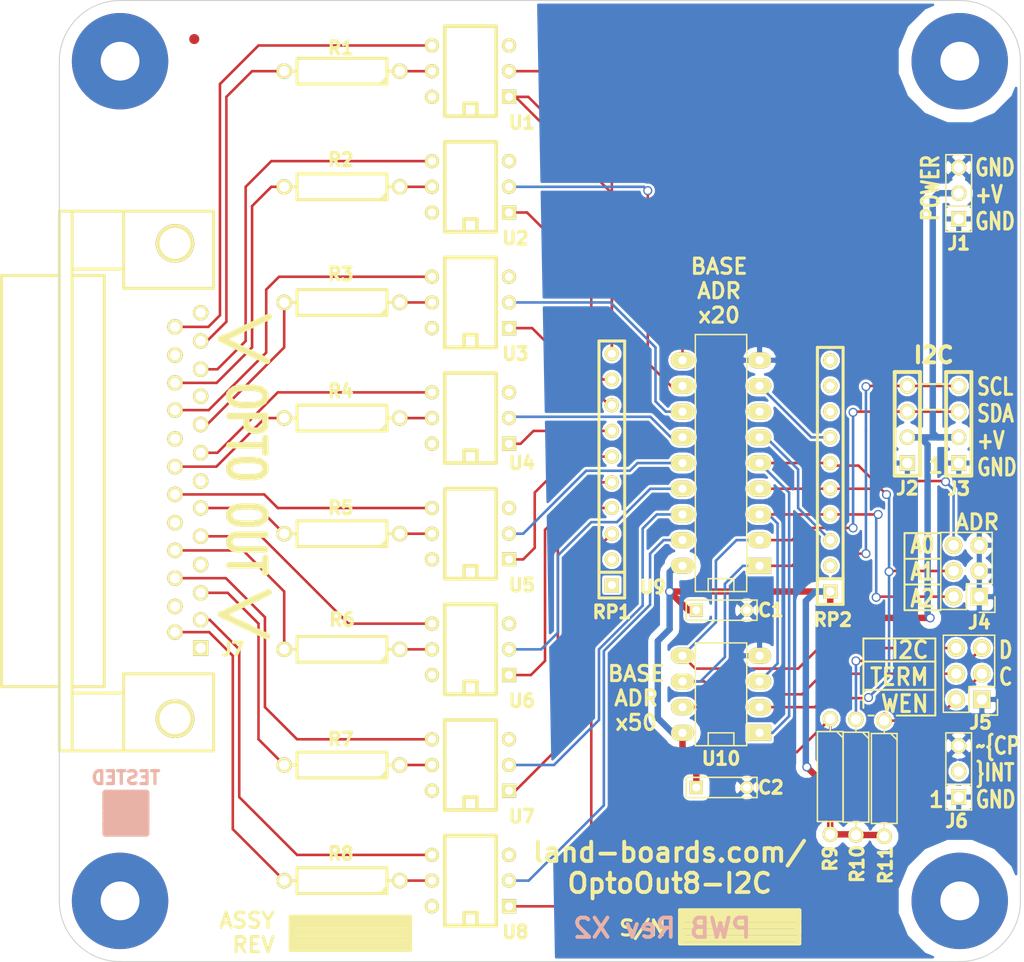
<source format=kicad_pcb>
(kicad_pcb (version 4) (host pcbnew "(after 2015-mar-04 BZR unknown)-product")

  (general
    (links 86)
    (no_connects 0)
    (area 23.497599 17.999 126.729334 116.27075)
    (thickness 1.6)
    (drawings 48)
    (tracks 322)
    (zones 0)
    (modules 41)
    (nets 53)
  )

  (page B)
  (title_block
    (title "8-Channel Opto-Isolated Output I2C")
    (rev X1)
    (company land-boards.com)
  )

  (layers
    (0 F.Cu signal)
    (31 B.Cu signal)
    (36 B.SilkS user)
    (37 F.SilkS user)
    (38 B.Mask user)
    (39 F.Mask user)
    (42 Eco1.User user)
    (44 Edge.Cuts user)
  )

  (setup
    (last_trace_width 0.254)
    (trace_clearance 0.2032)
    (zone_clearance 0.254)
    (zone_45_only no)
    (trace_min 0.254)
    (segment_width 0.2)
    (edge_width 0.1)
    (via_size 0.889)
    (via_drill 0.635)
    (via_min_size 0.889)
    (via_min_drill 0.508)
    (uvia_size 0.508)
    (uvia_drill 0.127)
    (uvias_allowed no)
    (uvia_min_size 0.508)
    (uvia_min_drill 0.127)
    (pcb_text_width 0.3)
    (pcb_text_size 1.5 1.5)
    (mod_edge_width 0.15)
    (mod_text_size 1.27 1.27)
    (mod_text_width 0.3175)
    (pad_size 1 1)
    (pad_drill 0)
    (pad_to_mask_clearance 0)
    (aux_axis_origin 0 0)
    (visible_elements 7FFFEF7F)
    (pcbplotparams
      (layerselection 0x010f0_80000001)
      (usegerberextensions true)
      (excludeedgelayer true)
      (linewidth 0.150000)
      (plotframeref false)
      (viasonmask false)
      (mode 1)
      (useauxorigin false)
      (hpglpennumber 1)
      (hpglpenspeed 20)
      (hpglpendiameter 15)
      (hpglpenoverlay 2)
      (psnegative false)
      (psa4output false)
      (plotreference true)
      (plotvalue true)
      (plotinvisibletext false)
      (padsonsilk false)
      (subtractmaskfromsilk false)
      (outputformat 1)
      (mirror false)
      (drillshape 0)
      (scaleselection 1)
      (outputdirectory plots/))
  )

  (net 0 "")
  (net 1 /A0)
  (net 2 /A1)
  (net 3 /A2)
  (net 4 /SCL)
  (net 5 /SDA)
  (net 6 /VCC)
  (net 7 GND)
  (net 8 /OPTO0-PLUS)
  (net 9 "Net-(R1-Pad1)")
  (net 10 "Net-(R2-Pad1)")
  (net 11 "Net-(R3-Pad1)")
  (net 12 "Net-(R4-Pad1)")
  (net 13 "Net-(R5-Pad1)")
  (net 14 "Net-(R6-Pad1)")
  (net 15 "Net-(R7-Pad1)")
  (net 16 "Net-(R8-Pad1)")
  (net 17 "Net-(RP1-Pad3)")
  (net 18 "Net-(RP1-Pad4)")
  (net 19 "Net-(RP1-Pad5)")
  (net 20 "Net-(RP1-Pad6)")
  (net 21 "Net-(RP1-Pad7)")
  (net 22 "Net-(RP1-Pad8)")
  (net 23 "Net-(RP1-Pad9)")
  (net 24 "Net-(RP1-Pad10)")
  (net 25 "Net-(RP2-Pad3)")
  (net 26 "Net-(RP2-Pad7)")
  (net 27 "Net-(U1-Pad2)")
  (net 28 "Net-(U2-Pad2)")
  (net 29 "Net-(U3-Pad2)")
  (net 30 "Net-(U4-Pad2)")
  (net 31 "Net-(U5-Pad2)")
  (net 32 "Net-(U6-Pad2)")
  (net 33 "Net-(U7-Pad2)")
  (net 34 "Net-(U8-Pad2)")
  (net 35 "Net-(J5-Pad3)")
  (net 36 "Net-(J7-Pad2)")
  (net 37 "Net-(J7-Pad3)")
  (net 38 "Net-(J7-Pad5)")
  (net 39 "Net-(J7-Pad6)")
  (net 40 "Net-(J7-Pad8)")
  (net 41 "Net-(J7-Pad9)")
  (net 42 "Net-(J7-Pad11)")
  (net 43 "Net-(J7-Pad14)")
  (net 44 "Net-(J7-Pad16)")
  (net 45 "Net-(J7-Pad17)")
  (net 46 "Net-(J7-Pad19)")
  (net 47 "Net-(J7-Pad20)")
  (net 48 "Net-(J7-Pad22)")
  (net 49 "Net-(J7-Pad23)")
  (net 50 "Net-(J7-Pad25)")
  (net 51 "Net-(J5-Pad2)")
  (net 52 "Net-(J5-Pad5)")

  (net_class Default "This is the default net class."
    (clearance 0.2032)
    (trace_width 0.254)
    (via_dia 0.889)
    (via_drill 0.635)
    (uvia_dia 0.508)
    (uvia_drill 0.127)
    (add_net /A0)
    (add_net /A1)
    (add_net /A2)
    (add_net /OPTO0-PLUS)
    (add_net /SCL)
    (add_net /SDA)
    (add_net GND)
    (add_net "Net-(J5-Pad2)")
    (add_net "Net-(J5-Pad3)")
    (add_net "Net-(J5-Pad5)")
    (add_net "Net-(J7-Pad11)")
    (add_net "Net-(J7-Pad14)")
    (add_net "Net-(J7-Pad16)")
    (add_net "Net-(J7-Pad17)")
    (add_net "Net-(J7-Pad19)")
    (add_net "Net-(J7-Pad2)")
    (add_net "Net-(J7-Pad20)")
    (add_net "Net-(J7-Pad22)")
    (add_net "Net-(J7-Pad23)")
    (add_net "Net-(J7-Pad25)")
    (add_net "Net-(J7-Pad3)")
    (add_net "Net-(J7-Pad5)")
    (add_net "Net-(J7-Pad6)")
    (add_net "Net-(J7-Pad8)")
    (add_net "Net-(J7-Pad9)")
    (add_net "Net-(R1-Pad1)")
    (add_net "Net-(R2-Pad1)")
    (add_net "Net-(R3-Pad1)")
    (add_net "Net-(R4-Pad1)")
    (add_net "Net-(R5-Pad1)")
    (add_net "Net-(R6-Pad1)")
    (add_net "Net-(R7-Pad1)")
    (add_net "Net-(R8-Pad1)")
    (add_net "Net-(RP1-Pad10)")
    (add_net "Net-(RP1-Pad3)")
    (add_net "Net-(RP1-Pad4)")
    (add_net "Net-(RP1-Pad5)")
    (add_net "Net-(RP1-Pad6)")
    (add_net "Net-(RP1-Pad7)")
    (add_net "Net-(RP1-Pad8)")
    (add_net "Net-(RP1-Pad9)")
    (add_net "Net-(RP2-Pad3)")
    (add_net "Net-(RP2-Pad7)")
    (add_net "Net-(U1-Pad2)")
    (add_net "Net-(U2-Pad2)")
    (add_net "Net-(U3-Pad2)")
    (add_net "Net-(U4-Pad2)")
    (add_net "Net-(U5-Pad2)")
    (add_net "Net-(U6-Pad2)")
    (add_net "Net-(U7-Pad2)")
    (add_net "Net-(U8-Pad2)")
  )

  (net_class POWER ""
    (clearance 0.635)
    (trace_width 0.635)
    (via_dia 0.889)
    (via_drill 0.635)
    (uvia_dia 0.508)
    (uvia_drill 0.127)
    (add_net /VCC)
  )

  (module REV_BLOCK (layer F.Cu) (tedit 50F8397A) (tstamp 537DED74)
    (at 97.691 111.44 180)
    (path /537A64A5)
    (fp_text reference ST1 (at 0.508 3.429 180) (layer F.SilkS) hide
      (effects (font (size 1.27 1.27) (thickness 0.3175)))
    )
    (fp_text value CONN_1 (at 1.143 5.715 180) (layer F.SilkS) hide
      (effects (font (thickness 0.3048)))
    )
    (fp_line (start -5.334 -1.27) (end 6.096 -1.27) (layer F.SilkS) (width 0.635))
    (fp_line (start 6.096 -1.27) (end 6.096 -0.635) (layer F.SilkS) (width 0.635))
    (fp_line (start 6.096 -0.635) (end -5.334 -0.635) (layer F.SilkS) (width 0.635))
    (fp_line (start -5.334 -0.635) (end -5.334 0) (layer F.SilkS) (width 0.635))
    (fp_line (start -5.334 0) (end 6.223 0) (layer F.SilkS) (width 0.635))
    (fp_line (start 6.223 0) (end 6.223 0.635) (layer F.SilkS) (width 0.635))
    (fp_line (start 6.223 0.635) (end -5.334 0.635) (layer F.SilkS) (width 0.635))
    (fp_line (start -5.334 0.635) (end -5.334 1.143) (layer F.SilkS) (width 0.635))
    (fp_line (start -5.334 1.143) (end 6.096 1.143) (layer F.SilkS) (width 0.635))
    (fp_line (start 6.35 -1.778) (end -5.461 -1.778) (layer F.SilkS) (width 0.381))
    (fp_line (start -5.461 -1.778) (end -5.461 1.524) (layer F.SilkS) (width 0.381))
    (fp_line (start -5.461 1.524) (end 6.35 1.524) (layer F.SilkS) (width 0.381))
    (fp_line (start 6.35 1.524) (end 6.35 -1.778) (layer F.SilkS) (width 0.381))
  )

  (module R4-5 (layer F.Cu) (tedit 53962019) (tstamp 537A5141)
    (at 57.94 26.985 180)
    (path /537A5AA0)
    (fp_text reference R1 (at 0.127 2.286 180) (layer F.SilkS)
      (effects (font (size 1.27 1.27) (thickness 0.3175)))
    )
    (fp_text value R (at 0 0 180) (layer F.SilkS) hide
      (effects (font (size 1.524 1.016) (thickness 0.3048)))
    )
    (fp_line (start -4.445 -1.27) (end -4.445 1.27) (layer F.SilkS) (width 0.3048))
    (fp_line (start -4.445 1.27) (end 4.445 1.27) (layer F.SilkS) (width 0.3048))
    (fp_line (start 4.445 1.27) (end 4.445 -1.27) (layer F.SilkS) (width 0.3048))
    (fp_line (start 4.445 -1.27) (end -4.445 -1.27) (layer F.SilkS) (width 0.3048))
    (fp_line (start -4.445 -0.635) (end -3.81 -1.27) (layer F.SilkS) (width 0.3048))
    (fp_line (start -4.445 0) (end -5.715 0) (layer F.SilkS) (width 0.3048))
    (fp_line (start 4.445 0) (end 5.715 0) (layer F.SilkS) (width 0.3048))
    (pad 1 thru_hole circle (at -5.715 0 180) (size 1.524 1.524) (drill 1.016) (layers *.Cu *.Mask F.SilkS)
      (net 9 "Net-(R1-Pad1)"))
    (pad 2 thru_hole circle (at 5.715 0 180) (size 1.524 1.524) (drill 1.016) (layers *.Cu *.Mask F.SilkS)
      (net 8 /OPTO0-PLUS))
    (model discret/resistor.wrl
      (at (xyz 0 0 0))
      (scale (xyz 0.45 0.45 0.45))
      (rotate (xyz 0 0 0))
    )
  )

  (module R4-5 (layer F.Cu) (tedit 5396201C) (tstamp 537A514E)
    (at 57.94 38.415 180)
    (path /537A5A97)
    (fp_text reference R2 (at 0.127 2.667 180) (layer F.SilkS)
      (effects (font (size 1.27 1.27) (thickness 0.3175)))
    )
    (fp_text value R (at 0 0 180) (layer F.SilkS) hide
      (effects (font (size 1.524 1.016) (thickness 0.3048)))
    )
    (fp_line (start -4.445 -1.27) (end -4.445 1.27) (layer F.SilkS) (width 0.3048))
    (fp_line (start -4.445 1.27) (end 4.445 1.27) (layer F.SilkS) (width 0.3048))
    (fp_line (start 4.445 1.27) (end 4.445 -1.27) (layer F.SilkS) (width 0.3048))
    (fp_line (start 4.445 -1.27) (end -4.445 -1.27) (layer F.SilkS) (width 0.3048))
    (fp_line (start -4.445 -0.635) (end -3.81 -1.27) (layer F.SilkS) (width 0.3048))
    (fp_line (start -4.445 0) (end -5.715 0) (layer F.SilkS) (width 0.3048))
    (fp_line (start 4.445 0) (end 5.715 0) (layer F.SilkS) (width 0.3048))
    (pad 1 thru_hole circle (at -5.715 0 180) (size 1.524 1.524) (drill 1.016) (layers *.Cu *.Mask F.SilkS)
      (net 10 "Net-(R2-Pad1)"))
    (pad 2 thru_hole circle (at 5.715 0 180) (size 1.524 1.524) (drill 1.016) (layers *.Cu *.Mask F.SilkS)
      (net 49 "Net-(J7-Pad23)"))
    (model discret/resistor.wrl
      (at (xyz 0 0 0))
      (scale (xyz 0.45 0.45 0.45))
      (rotate (xyz 0 0 0))
    )
  )

  (module R4-5 (layer F.Cu) (tedit 5396201F) (tstamp 537A515B)
    (at 57.94 49.845 180)
    (path /537A574F)
    (fp_text reference R3 (at 0.127 2.794 180) (layer F.SilkS)
      (effects (font (size 1.27 1.27) (thickness 0.3175)))
    )
    (fp_text value R (at 0 0 180) (layer F.SilkS) hide
      (effects (font (size 1.524 1.016) (thickness 0.3048)))
    )
    (fp_line (start -4.445 -1.27) (end -4.445 1.27) (layer F.SilkS) (width 0.3048))
    (fp_line (start -4.445 1.27) (end 4.445 1.27) (layer F.SilkS) (width 0.3048))
    (fp_line (start 4.445 1.27) (end 4.445 -1.27) (layer F.SilkS) (width 0.3048))
    (fp_line (start 4.445 -1.27) (end -4.445 -1.27) (layer F.SilkS) (width 0.3048))
    (fp_line (start -4.445 -0.635) (end -3.81 -1.27) (layer F.SilkS) (width 0.3048))
    (fp_line (start -4.445 0) (end -5.715 0) (layer F.SilkS) (width 0.3048))
    (fp_line (start 4.445 0) (end 5.715 0) (layer F.SilkS) (width 0.3048))
    (pad 1 thru_hole circle (at -5.715 0 180) (size 1.524 1.524) (drill 1.016) (layers *.Cu *.Mask F.SilkS)
      (net 11 "Net-(R3-Pad1)"))
    (pad 2 thru_hole circle (at 5.715 0 180) (size 1.524 1.524) (drill 1.016) (layers *.Cu *.Mask F.SilkS)
      (net 41 "Net-(J7-Pad9)"))
    (model discret/resistor.wrl
      (at (xyz 0 0 0))
      (scale (xyz 0.45 0.45 0.45))
      (rotate (xyz 0 0 0))
    )
  )

  (module R4-5 (layer F.Cu) (tedit 53962022) (tstamp 537A5168)
    (at 57.94 61.275 180)
    (path /537A5669)
    (fp_text reference R4 (at 0.127 2.667 180) (layer F.SilkS)
      (effects (font (size 1.27 1.27) (thickness 0.3175)))
    )
    (fp_text value R (at 0 0 180) (layer F.SilkS) hide
      (effects (font (size 1.524 1.016) (thickness 0.3048)))
    )
    (fp_line (start -4.445 -1.27) (end -4.445 1.27) (layer F.SilkS) (width 0.3048))
    (fp_line (start -4.445 1.27) (end 4.445 1.27) (layer F.SilkS) (width 0.3048))
    (fp_line (start 4.445 1.27) (end 4.445 -1.27) (layer F.SilkS) (width 0.3048))
    (fp_line (start 4.445 -1.27) (end -4.445 -1.27) (layer F.SilkS) (width 0.3048))
    (fp_line (start -4.445 -0.635) (end -3.81 -1.27) (layer F.SilkS) (width 0.3048))
    (fp_line (start -4.445 0) (end -5.715 0) (layer F.SilkS) (width 0.3048))
    (fp_line (start 4.445 0) (end 5.715 0) (layer F.SilkS) (width 0.3048))
    (pad 1 thru_hole circle (at -5.715 0 180) (size 1.524 1.524) (drill 1.016) (layers *.Cu *.Mask F.SilkS)
      (net 12 "Net-(R4-Pad1)"))
    (pad 2 thru_hole circle (at 5.715 0 180) (size 1.524 1.524) (drill 1.016) (layers *.Cu *.Mask F.SilkS)
      (net 47 "Net-(J7-Pad20)"))
    (model discret/resistor.wrl
      (at (xyz 0 0 0))
      (scale (xyz 0.45 0.45 0.45))
      (rotate (xyz 0 0 0))
    )
  )

  (module R4-5 (layer F.Cu) (tedit 53962025) (tstamp 537A5175)
    (at 57.94 72.705 180)
    (path /537A54AD)
    (fp_text reference R5 (at 0.127 2.54 180) (layer F.SilkS)
      (effects (font (size 1.27 1.27) (thickness 0.3175)))
    )
    (fp_text value R (at 0 0 180) (layer F.SilkS) hide
      (effects (font (size 1.524 1.016) (thickness 0.3048)))
    )
    (fp_line (start -4.445 -1.27) (end -4.445 1.27) (layer F.SilkS) (width 0.3048))
    (fp_line (start -4.445 1.27) (end 4.445 1.27) (layer F.SilkS) (width 0.3048))
    (fp_line (start 4.445 1.27) (end 4.445 -1.27) (layer F.SilkS) (width 0.3048))
    (fp_line (start 4.445 -1.27) (end -4.445 -1.27) (layer F.SilkS) (width 0.3048))
    (fp_line (start -4.445 -0.635) (end -3.81 -1.27) (layer F.SilkS) (width 0.3048))
    (fp_line (start -4.445 0) (end -5.715 0) (layer F.SilkS) (width 0.3048))
    (fp_line (start 4.445 0) (end 5.715 0) (layer F.SilkS) (width 0.3048))
    (pad 1 thru_hole circle (at -5.715 0 180) (size 1.524 1.524) (drill 1.016) (layers *.Cu *.Mask F.SilkS)
      (net 13 "Net-(R5-Pad1)"))
    (pad 2 thru_hole circle (at 5.715 0 180) (size 1.524 1.524) (drill 1.016) (layers *.Cu *.Mask F.SilkS)
      (net 39 "Net-(J7-Pad6)"))
    (model discret/resistor.wrl
      (at (xyz 0 0 0))
      (scale (xyz 0.45 0.45 0.45))
      (rotate (xyz 0 0 0))
    )
  )

  (module R4-5 (layer F.Cu) (tedit 53962028) (tstamp 537A5182)
    (at 57.94 84.135 180)
    (path /537A5263)
    (fp_text reference R6 (at 0 2.921 180) (layer F.SilkS)
      (effects (font (size 1.27 1.27) (thickness 0.3175)))
    )
    (fp_text value R (at 0 0 180) (layer F.SilkS) hide
      (effects (font (size 1.524 1.016) (thickness 0.3048)))
    )
    (fp_line (start -4.445 -1.27) (end -4.445 1.27) (layer F.SilkS) (width 0.3048))
    (fp_line (start -4.445 1.27) (end 4.445 1.27) (layer F.SilkS) (width 0.3048))
    (fp_line (start 4.445 1.27) (end 4.445 -1.27) (layer F.SilkS) (width 0.3048))
    (fp_line (start 4.445 -1.27) (end -4.445 -1.27) (layer F.SilkS) (width 0.3048))
    (fp_line (start -4.445 -0.635) (end -3.81 -1.27) (layer F.SilkS) (width 0.3048))
    (fp_line (start -4.445 0) (end -5.715 0) (layer F.SilkS) (width 0.3048))
    (fp_line (start 4.445 0) (end 5.715 0) (layer F.SilkS) (width 0.3048))
    (pad 1 thru_hole circle (at -5.715 0 180) (size 1.524 1.524) (drill 1.016) (layers *.Cu *.Mask F.SilkS)
      (net 14 "Net-(R6-Pad1)"))
    (pad 2 thru_hole circle (at 5.715 0 180) (size 1.524 1.524) (drill 1.016) (layers *.Cu *.Mask F.SilkS)
      (net 45 "Net-(J7-Pad17)"))
    (model discret/resistor.wrl
      (at (xyz 0 0 0))
      (scale (xyz 0.45 0.45 0.45))
      (rotate (xyz 0 0 0))
    )
  )

  (module R4-5 (layer F.Cu) (tedit 5396202F) (tstamp 537A518F)
    (at 57.94 106.995 180)
    (path /537A5195)
    (fp_text reference R8 (at 0.127 2.667 180) (layer F.SilkS)
      (effects (font (size 1.27 1.27) (thickness 0.3175)))
    )
    (fp_text value R (at 0 0 180) (layer F.SilkS) hide
      (effects (font (size 1.524 1.016) (thickness 0.3048)))
    )
    (fp_line (start -4.445 -1.27) (end -4.445 1.27) (layer F.SilkS) (width 0.3048))
    (fp_line (start -4.445 1.27) (end 4.445 1.27) (layer F.SilkS) (width 0.3048))
    (fp_line (start 4.445 1.27) (end 4.445 -1.27) (layer F.SilkS) (width 0.3048))
    (fp_line (start 4.445 -1.27) (end -4.445 -1.27) (layer F.SilkS) (width 0.3048))
    (fp_line (start -4.445 -0.635) (end -3.81 -1.27) (layer F.SilkS) (width 0.3048))
    (fp_line (start -4.445 0) (end -5.715 0) (layer F.SilkS) (width 0.3048))
    (fp_line (start 4.445 0) (end 5.715 0) (layer F.SilkS) (width 0.3048))
    (pad 1 thru_hole circle (at -5.715 0 180) (size 1.524 1.524) (drill 1.016) (layers *.Cu *.Mask F.SilkS)
      (net 16 "Net-(R8-Pad1)"))
    (pad 2 thru_hole circle (at 5.715 0 180) (size 1.524 1.524) (drill 1.016) (layers *.Cu *.Mask F.SilkS)
      (net 43 "Net-(J7-Pad14)"))
    (model discret/resistor.wrl
      (at (xyz 0 0 0))
      (scale (xyz 0.45 0.45 0.45))
      (rotate (xyz 0 0 0))
    )
  )

  (module R4-5 (layer F.Cu) (tedit 5396202A) (tstamp 537A519C)
    (at 57.94 95.565 180)
    (path /537A50C8)
    (fp_text reference R7 (at 0.127 2.54 180) (layer F.SilkS)
      (effects (font (size 1.27 1.27) (thickness 0.3175)))
    )
    (fp_text value R (at 0 0 180) (layer F.SilkS) hide
      (effects (font (size 1.524 1.016) (thickness 0.3048)))
    )
    (fp_line (start -4.445 -1.27) (end -4.445 1.27) (layer F.SilkS) (width 0.3048))
    (fp_line (start -4.445 1.27) (end 4.445 1.27) (layer F.SilkS) (width 0.3048))
    (fp_line (start 4.445 1.27) (end 4.445 -1.27) (layer F.SilkS) (width 0.3048))
    (fp_line (start 4.445 -1.27) (end -4.445 -1.27) (layer F.SilkS) (width 0.3048))
    (fp_line (start -4.445 -0.635) (end -3.81 -1.27) (layer F.SilkS) (width 0.3048))
    (fp_line (start -4.445 0) (end -5.715 0) (layer F.SilkS) (width 0.3048))
    (fp_line (start 4.445 0) (end 5.715 0) (layer F.SilkS) (width 0.3048))
    (pad 1 thru_hole circle (at -5.715 0 180) (size 1.524 1.524) (drill 1.016) (layers *.Cu *.Mask F.SilkS)
      (net 15 "Net-(R7-Pad1)"))
    (pad 2 thru_hole circle (at 5.715 0 180) (size 1.524 1.524) (drill 1.016) (layers *.Cu *.Mask F.SilkS)
      (net 37 "Net-(J7-Pad3)"))
    (model discret/resistor.wrl
      (at (xyz 0 0 0))
      (scale (xyz 0.45 0.45 0.45))
      (rotate (xyz 0 0 0))
    )
  )

  (module DIP-6__300 (layer F.Cu) (tedit 53908BB4) (tstamp 537A5208)
    (at 70.64 106.995 90)
    (descr "6 pins DIL package, round pads")
    (tags DIL)
    (path /537A4D39)
    (fp_text reference U8 (at -5.08 4.445 180) (layer F.SilkS)
      (effects (font (size 1.27 1.27) (thickness 0.3175)))
    )
    (fp_text value 4N26 (at 0 0 90) (layer F.SilkS) hide
      (effects (font (size 1.524 0.889) (thickness 0.2032)))
    )
    (fp_line (start -4.445 -2.54) (end 4.445 -2.54) (layer F.SilkS) (width 0.381))
    (fp_line (start 4.445 -2.54) (end 4.445 2.54) (layer F.SilkS) (width 0.381))
    (fp_line (start 4.445 2.54) (end -4.445 2.54) (layer F.SilkS) (width 0.381))
    (fp_line (start -4.445 2.54) (end -4.445 -2.54) (layer F.SilkS) (width 0.381))
    (fp_line (start -4.445 -0.635) (end -3.175 -0.635) (layer F.SilkS) (width 0.381))
    (fp_line (start -3.175 -0.635) (end -3.175 0.635) (layer F.SilkS) (width 0.381))
    (fp_line (start -3.175 0.635) (end -4.445 0.635) (layer F.SilkS) (width 0.381))
    (pad 1 thru_hole rect (at -2.54 3.81 90) (size 1.397 1.397) (drill 0.8128) (layers *.Cu *.Mask F.SilkS)
      (net 17 "Net-(RP1-Pad3)"))
    (pad 2 thru_hole circle (at 0 3.81 90) (size 1.397 1.397) (drill 0.8128) (layers *.Cu *.Mask F.SilkS)
      (net 34 "Net-(U8-Pad2)"))
    (pad 3 thru_hole circle (at 2.54 3.81 90) (size 1.397 1.397) (drill 0.8128) (layers *.Cu *.Mask F.SilkS))
    (pad 4 thru_hole circle (at 2.54 -3.81 90) (size 1.397 1.397) (drill 0.8128) (layers *.Cu *.Mask F.SilkS)
      (net 36 "Net-(J7-Pad2)"))
    (pad 5 thru_hole circle (at 0 -3.81 90) (size 1.397 1.397) (drill 0.8128) (layers *.Cu *.Mask F.SilkS)
      (net 16 "Net-(R8-Pad1)"))
    (pad 6 thru_hole circle (at -2.54 -3.81 90) (size 1.397 1.397) (drill 0.8128) (layers *.Cu *.Mask F.SilkS))
    (model dil/dil_6.wrl
      (at (xyz 0 0 0))
      (scale (xyz 1 1 1))
      (rotate (xyz 0 0 0))
    )
  )

  (module DIP-6__300 (layer F.Cu) (tedit 53908B95) (tstamp 537A5219)
    (at 70.64 26.985 90)
    (descr "6 pins DIL package, round pads")
    (tags DIL)
    (path /537A4DAC)
    (fp_text reference U1 (at -5.08 5.08 180) (layer F.SilkS)
      (effects (font (size 1.27 1.27) (thickness 0.3175)))
    )
    (fp_text value 4N26 (at 0 0 90) (layer F.SilkS) hide
      (effects (font (size 1.524 0.889) (thickness 0.2032)))
    )
    (fp_line (start -4.445 -2.54) (end 4.445 -2.54) (layer F.SilkS) (width 0.381))
    (fp_line (start 4.445 -2.54) (end 4.445 2.54) (layer F.SilkS) (width 0.381))
    (fp_line (start 4.445 2.54) (end -4.445 2.54) (layer F.SilkS) (width 0.381))
    (fp_line (start -4.445 2.54) (end -4.445 -2.54) (layer F.SilkS) (width 0.381))
    (fp_line (start -4.445 -0.635) (end -3.175 -0.635) (layer F.SilkS) (width 0.381))
    (fp_line (start -3.175 -0.635) (end -3.175 0.635) (layer F.SilkS) (width 0.381))
    (fp_line (start -3.175 0.635) (end -4.445 0.635) (layer F.SilkS) (width 0.381))
    (pad 1 thru_hole rect (at -2.54 3.81 90) (size 1.397 1.397) (drill 0.8128) (layers *.Cu *.Mask F.SilkS)
      (net 24 "Net-(RP1-Pad10)"))
    (pad 2 thru_hole circle (at 0 3.81 90) (size 1.397 1.397) (drill 0.8128) (layers *.Cu *.Mask F.SilkS)
      (net 27 "Net-(U1-Pad2)"))
    (pad 3 thru_hole circle (at 2.54 3.81 90) (size 1.397 1.397) (drill 0.8128) (layers *.Cu *.Mask F.SilkS))
    (pad 4 thru_hole circle (at 2.54 -3.81 90) (size 1.397 1.397) (drill 0.8128) (layers *.Cu *.Mask F.SilkS)
      (net 50 "Net-(J7-Pad25)"))
    (pad 5 thru_hole circle (at 0 -3.81 90) (size 1.397 1.397) (drill 0.8128) (layers *.Cu *.Mask F.SilkS)
      (net 9 "Net-(R1-Pad1)"))
    (pad 6 thru_hole circle (at -2.54 -3.81 90) (size 1.397 1.397) (drill 0.8128) (layers *.Cu *.Mask F.SilkS))
    (model dil/dil_6.wrl
      (at (xyz 0 0 0))
      (scale (xyz 1 1 1))
      (rotate (xyz 0 0 0))
    )
  )

  (module DIP-6__300 (layer F.Cu) (tedit 53908B9A) (tstamp 537A522A)
    (at 70.64 38.415 90)
    (descr "6 pins DIL package, round pads")
    (tags DIL)
    (path /537A4D9D)
    (fp_text reference U2 (at -5.08 4.445 180) (layer F.SilkS)
      (effects (font (size 1.27 1.27) (thickness 0.3175)))
    )
    (fp_text value 4N26 (at 0 0 90) (layer F.SilkS) hide
      (effects (font (size 1.524 0.889) (thickness 0.2032)))
    )
    (fp_line (start -4.445 -2.54) (end 4.445 -2.54) (layer F.SilkS) (width 0.381))
    (fp_line (start 4.445 -2.54) (end 4.445 2.54) (layer F.SilkS) (width 0.381))
    (fp_line (start 4.445 2.54) (end -4.445 2.54) (layer F.SilkS) (width 0.381))
    (fp_line (start -4.445 2.54) (end -4.445 -2.54) (layer F.SilkS) (width 0.381))
    (fp_line (start -4.445 -0.635) (end -3.175 -0.635) (layer F.SilkS) (width 0.381))
    (fp_line (start -3.175 -0.635) (end -3.175 0.635) (layer F.SilkS) (width 0.381))
    (fp_line (start -3.175 0.635) (end -4.445 0.635) (layer F.SilkS) (width 0.381))
    (pad 1 thru_hole rect (at -2.54 3.81 90) (size 1.397 1.397) (drill 0.8128) (layers *.Cu *.Mask F.SilkS)
      (net 23 "Net-(RP1-Pad9)"))
    (pad 2 thru_hole circle (at 0 3.81 90) (size 1.397 1.397) (drill 0.8128) (layers *.Cu *.Mask F.SilkS)
      (net 28 "Net-(U2-Pad2)"))
    (pad 3 thru_hole circle (at 2.54 3.81 90) (size 1.397 1.397) (drill 0.8128) (layers *.Cu *.Mask F.SilkS))
    (pad 4 thru_hole circle (at 2.54 -3.81 90) (size 1.397 1.397) (drill 0.8128) (layers *.Cu *.Mask F.SilkS)
      (net 42 "Net-(J7-Pad11)"))
    (pad 5 thru_hole circle (at 0 -3.81 90) (size 1.397 1.397) (drill 0.8128) (layers *.Cu *.Mask F.SilkS)
      (net 10 "Net-(R2-Pad1)"))
    (pad 6 thru_hole circle (at -2.54 -3.81 90) (size 1.397 1.397) (drill 0.8128) (layers *.Cu *.Mask F.SilkS))
    (model dil/dil_6.wrl
      (at (xyz 0 0 0))
      (scale (xyz 1 1 1))
      (rotate (xyz 0 0 0))
    )
  )

  (module DIP-6__300 (layer F.Cu) (tedit 53908B9F) (tstamp 537A523B)
    (at 70.64 49.845 90)
    (descr "6 pins DIL package, round pads")
    (tags DIL)
    (path /537A4D8E)
    (fp_text reference U3 (at -5.08 4.445 180) (layer F.SilkS)
      (effects (font (size 1.27 1.27) (thickness 0.3175)))
    )
    (fp_text value 4N26 (at 0 0 90) (layer F.SilkS) hide
      (effects (font (size 1.524 0.889) (thickness 0.2032)))
    )
    (fp_line (start -4.445 -2.54) (end 4.445 -2.54) (layer F.SilkS) (width 0.381))
    (fp_line (start 4.445 -2.54) (end 4.445 2.54) (layer F.SilkS) (width 0.381))
    (fp_line (start 4.445 2.54) (end -4.445 2.54) (layer F.SilkS) (width 0.381))
    (fp_line (start -4.445 2.54) (end -4.445 -2.54) (layer F.SilkS) (width 0.381))
    (fp_line (start -4.445 -0.635) (end -3.175 -0.635) (layer F.SilkS) (width 0.381))
    (fp_line (start -3.175 -0.635) (end -3.175 0.635) (layer F.SilkS) (width 0.381))
    (fp_line (start -3.175 0.635) (end -4.445 0.635) (layer F.SilkS) (width 0.381))
    (pad 1 thru_hole rect (at -2.54 3.81 90) (size 1.397 1.397) (drill 0.8128) (layers *.Cu *.Mask F.SilkS)
      (net 22 "Net-(RP1-Pad8)"))
    (pad 2 thru_hole circle (at 0 3.81 90) (size 1.397 1.397) (drill 0.8128) (layers *.Cu *.Mask F.SilkS)
      (net 29 "Net-(U3-Pad2)"))
    (pad 3 thru_hole circle (at 2.54 3.81 90) (size 1.397 1.397) (drill 0.8128) (layers *.Cu *.Mask F.SilkS))
    (pad 4 thru_hole circle (at 2.54 -3.81 90) (size 1.397 1.397) (drill 0.8128) (layers *.Cu *.Mask F.SilkS)
      (net 48 "Net-(J7-Pad22)"))
    (pad 5 thru_hole circle (at 0 -3.81 90) (size 1.397 1.397) (drill 0.8128) (layers *.Cu *.Mask F.SilkS)
      (net 11 "Net-(R3-Pad1)"))
    (pad 6 thru_hole circle (at -2.54 -3.81 90) (size 1.397 1.397) (drill 0.8128) (layers *.Cu *.Mask F.SilkS))
    (model dil/dil_6.wrl
      (at (xyz 0 0 0))
      (scale (xyz 1 1 1))
      (rotate (xyz 0 0 0))
    )
  )

  (module DIP-6__300 (layer F.Cu) (tedit 53908BA3) (tstamp 537A524C)
    (at 70.64 61.275 90)
    (descr "6 pins DIL package, round pads")
    (tags DIL)
    (path /537A4D75)
    (fp_text reference U4 (at -4.445 5.08 180) (layer F.SilkS)
      (effects (font (size 1.27 1.27) (thickness 0.3175)))
    )
    (fp_text value 4N26 (at 0 0 90) (layer F.SilkS) hide
      (effects (font (size 1.524 0.889) (thickness 0.2032)))
    )
    (fp_line (start -4.445 -2.54) (end 4.445 -2.54) (layer F.SilkS) (width 0.381))
    (fp_line (start 4.445 -2.54) (end 4.445 2.54) (layer F.SilkS) (width 0.381))
    (fp_line (start 4.445 2.54) (end -4.445 2.54) (layer F.SilkS) (width 0.381))
    (fp_line (start -4.445 2.54) (end -4.445 -2.54) (layer F.SilkS) (width 0.381))
    (fp_line (start -4.445 -0.635) (end -3.175 -0.635) (layer F.SilkS) (width 0.381))
    (fp_line (start -3.175 -0.635) (end -3.175 0.635) (layer F.SilkS) (width 0.381))
    (fp_line (start -3.175 0.635) (end -4.445 0.635) (layer F.SilkS) (width 0.381))
    (pad 1 thru_hole rect (at -2.54 3.81 90) (size 1.397 1.397) (drill 0.8128) (layers *.Cu *.Mask F.SilkS)
      (net 21 "Net-(RP1-Pad7)"))
    (pad 2 thru_hole circle (at 0 3.81 90) (size 1.397 1.397) (drill 0.8128) (layers *.Cu *.Mask F.SilkS)
      (net 30 "Net-(U4-Pad2)"))
    (pad 3 thru_hole circle (at 2.54 3.81 90) (size 1.397 1.397) (drill 0.8128) (layers *.Cu *.Mask F.SilkS))
    (pad 4 thru_hole circle (at 2.54 -3.81 90) (size 1.397 1.397) (drill 0.8128) (layers *.Cu *.Mask F.SilkS)
      (net 40 "Net-(J7-Pad8)"))
    (pad 5 thru_hole circle (at 0 -3.81 90) (size 1.397 1.397) (drill 0.8128) (layers *.Cu *.Mask F.SilkS)
      (net 12 "Net-(R4-Pad1)"))
    (pad 6 thru_hole circle (at -2.54 -3.81 90) (size 1.397 1.397) (drill 0.8128) (layers *.Cu *.Mask F.SilkS))
    (model dil/dil_6.wrl
      (at (xyz 0 0 0))
      (scale (xyz 1 1 1))
      (rotate (xyz 0 0 0))
    )
  )

  (module DIP-6__300 (layer F.Cu) (tedit 53908BA6) (tstamp 537A525D)
    (at 70.64 72.705 90)
    (descr "6 pins DIL package, round pads")
    (tags DIL)
    (path /537A4D66)
    (fp_text reference U5 (at -5.08 5.08 180) (layer F.SilkS)
      (effects (font (size 1.27 1.27) (thickness 0.3175)))
    )
    (fp_text value 4N26 (at 0 0 90) (layer F.SilkS) hide
      (effects (font (size 1.524 0.889) (thickness 0.2032)))
    )
    (fp_line (start -4.445 -2.54) (end 4.445 -2.54) (layer F.SilkS) (width 0.381))
    (fp_line (start 4.445 -2.54) (end 4.445 2.54) (layer F.SilkS) (width 0.381))
    (fp_line (start 4.445 2.54) (end -4.445 2.54) (layer F.SilkS) (width 0.381))
    (fp_line (start -4.445 2.54) (end -4.445 -2.54) (layer F.SilkS) (width 0.381))
    (fp_line (start -4.445 -0.635) (end -3.175 -0.635) (layer F.SilkS) (width 0.381))
    (fp_line (start -3.175 -0.635) (end -3.175 0.635) (layer F.SilkS) (width 0.381))
    (fp_line (start -3.175 0.635) (end -4.445 0.635) (layer F.SilkS) (width 0.381))
    (pad 1 thru_hole rect (at -2.54 3.81 90) (size 1.397 1.397) (drill 0.8128) (layers *.Cu *.Mask F.SilkS)
      (net 20 "Net-(RP1-Pad6)"))
    (pad 2 thru_hole circle (at 0 3.81 90) (size 1.397 1.397) (drill 0.8128) (layers *.Cu *.Mask F.SilkS)
      (net 31 "Net-(U5-Pad2)"))
    (pad 3 thru_hole circle (at 2.54 3.81 90) (size 1.397 1.397) (drill 0.8128) (layers *.Cu *.Mask F.SilkS))
    (pad 4 thru_hole circle (at 2.54 -3.81 90) (size 1.397 1.397) (drill 0.8128) (layers *.Cu *.Mask F.SilkS)
      (net 46 "Net-(J7-Pad19)"))
    (pad 5 thru_hole circle (at 0 -3.81 90) (size 1.397 1.397) (drill 0.8128) (layers *.Cu *.Mask F.SilkS)
      (net 13 "Net-(R5-Pad1)"))
    (pad 6 thru_hole circle (at -2.54 -3.81 90) (size 1.397 1.397) (drill 0.8128) (layers *.Cu *.Mask F.SilkS))
    (model dil/dil_6.wrl
      (at (xyz 0 0 0))
      (scale (xyz 1 1 1))
      (rotate (xyz 0 0 0))
    )
  )

  (module DIP-6__300 (layer F.Cu) (tedit 53908BAB) (tstamp 537A526E)
    (at 70.64 84.135 90)
    (descr "6 pins DIL package, round pads")
    (tags DIL)
    (path /537A4D57)
    (fp_text reference U6 (at -5.08 5.08 180) (layer F.SilkS)
      (effects (font (size 1.27 1.27) (thickness 0.3175)))
    )
    (fp_text value 4N26 (at -0.41 0.16 90) (layer F.SilkS) hide
      (effects (font (size 1.524 0.889) (thickness 0.2032)))
    )
    (fp_line (start -4.445 -2.54) (end 4.445 -2.54) (layer F.SilkS) (width 0.381))
    (fp_line (start 4.445 -2.54) (end 4.445 2.54) (layer F.SilkS) (width 0.381))
    (fp_line (start 4.445 2.54) (end -4.445 2.54) (layer F.SilkS) (width 0.381))
    (fp_line (start -4.445 2.54) (end -4.445 -2.54) (layer F.SilkS) (width 0.381))
    (fp_line (start -4.445 -0.635) (end -3.175 -0.635) (layer F.SilkS) (width 0.381))
    (fp_line (start -3.175 -0.635) (end -3.175 0.635) (layer F.SilkS) (width 0.381))
    (fp_line (start -3.175 0.635) (end -4.445 0.635) (layer F.SilkS) (width 0.381))
    (pad 1 thru_hole rect (at -2.54 3.81 90) (size 1.397 1.397) (drill 0.8128) (layers *.Cu *.Mask F.SilkS)
      (net 19 "Net-(RP1-Pad5)"))
    (pad 2 thru_hole circle (at 0 3.81 90) (size 1.397 1.397) (drill 0.8128) (layers *.Cu *.Mask F.SilkS)
      (net 32 "Net-(U6-Pad2)"))
    (pad 3 thru_hole circle (at 2.54 3.81 90) (size 1.397 1.397) (drill 0.8128) (layers *.Cu *.Mask F.SilkS))
    (pad 4 thru_hole circle (at 2.54 -3.81 90) (size 1.397 1.397) (drill 0.8128) (layers *.Cu *.Mask F.SilkS)
      (net 38 "Net-(J7-Pad5)"))
    (pad 5 thru_hole circle (at 0 -3.81 90) (size 1.397 1.397) (drill 0.8128) (layers *.Cu *.Mask F.SilkS)
      (net 14 "Net-(R6-Pad1)"))
    (pad 6 thru_hole circle (at -2.54 -3.81 90) (size 1.397 1.397) (drill 0.8128) (layers *.Cu *.Mask F.SilkS))
    (model dil/dil_6.wrl
      (at (xyz 0 0 0))
      (scale (xyz 1 1 1))
      (rotate (xyz 0 0 0))
    )
  )

  (module DIP-6__300 (layer F.Cu) (tedit 53908BB0) (tstamp 537A527F)
    (at 70.64 95.565 90)
    (descr "6 pins DIL package, round pads")
    (tags DIL)
    (path /537A4D48)
    (fp_text reference U7 (at -5.08 5.08 180) (layer F.SilkS)
      (effects (font (size 1.27 1.27) (thickness 0.3175)))
    )
    (fp_text value 4N26 (at 0 0 90) (layer F.SilkS) hide
      (effects (font (size 1.524 0.889) (thickness 0.2032)))
    )
    (fp_line (start -4.445 -2.54) (end 4.445 -2.54) (layer F.SilkS) (width 0.381))
    (fp_line (start 4.445 -2.54) (end 4.445 2.54) (layer F.SilkS) (width 0.381))
    (fp_line (start 4.445 2.54) (end -4.445 2.54) (layer F.SilkS) (width 0.381))
    (fp_line (start -4.445 2.54) (end -4.445 -2.54) (layer F.SilkS) (width 0.381))
    (fp_line (start -4.445 -0.635) (end -3.175 -0.635) (layer F.SilkS) (width 0.381))
    (fp_line (start -3.175 -0.635) (end -3.175 0.635) (layer F.SilkS) (width 0.381))
    (fp_line (start -3.175 0.635) (end -4.445 0.635) (layer F.SilkS) (width 0.381))
    (pad 1 thru_hole rect (at -2.54 3.81 90) (size 1.397 1.397) (drill 0.8128) (layers *.Cu *.Mask F.SilkS)
      (net 18 "Net-(RP1-Pad4)"))
    (pad 2 thru_hole circle (at 0 3.81 90) (size 1.397 1.397) (drill 0.8128) (layers *.Cu *.Mask F.SilkS)
      (net 33 "Net-(U7-Pad2)"))
    (pad 3 thru_hole circle (at 2.54 3.81 90) (size 1.397 1.397) (drill 0.8128) (layers *.Cu *.Mask F.SilkS))
    (pad 4 thru_hole circle (at 2.54 -3.81 90) (size 1.397 1.397) (drill 0.8128) (layers *.Cu *.Mask F.SilkS)
      (net 44 "Net-(J7-Pad16)"))
    (pad 5 thru_hole circle (at 0 -3.81 90) (size 1.397 1.397) (drill 0.8128) (layers *.Cu *.Mask F.SilkS)
      (net 15 "Net-(R7-Pad1)"))
    (pad 6 thru_hole circle (at -2.54 -3.81 90) (size 1.397 1.397) (drill 0.8128) (layers *.Cu *.Mask F.SilkS))
    (model dil/dil_6.wrl
      (at (xyz 0 0 0))
      (scale (xyz 1 1 1))
      (rotate (xyz 0 0 0))
    )
  )

  (module MTG-6-32 locked (layer F.Cu) (tedit 50F820A8) (tstamp 537A5BDA)
    (at 36 26 180)
    (path /537A5C77)
    (fp_text reference MTG4 (at 0 -5.588 180) (layer F.SilkS) hide
      (effects (font (size 1.27 1.27) (thickness 0.3175)))
    )
    (fp_text value MTG_HOLE (at 0.254 5.842 180) (layer F.SilkS) hide
      (effects (font (thickness 0.3048)))
    )
    (pad 1 thru_hole circle (at 0 0 180) (size 9.525 9.525) (drill 3.8354) (layers *.Cu *.Mask))
  )

  (module MTG-6-32 locked (layer F.Cu) (tedit 537DEE3D) (tstamp 537A5BDF)
    (at 119 26 180)
    (path /537A5C86)
    (fp_text reference MTG3 (at 0 -5.588 180) (layer F.SilkS) hide
      (effects (font (size 1.27 1.27) (thickness 0.3175)))
    )
    (fp_text value MTG_HOLE (at 0.254 5.842 180) (layer F.SilkS) hide
      (effects (font (thickness 0.3048)))
    )
    (pad 1 thru_hole circle (at 0 0 180) (size 9.525 9.525) (drill 3.8354) (layers *.Cu *.Mask)
      (clearance 1.27))
  )

  (module MTG-6-32 locked (layer F.Cu) (tedit 50F820A8) (tstamp 537A5BE4)
    (at 36 109 180)
    (path /537A5C95)
    (fp_text reference MTG2 (at 0 -5.588 180) (layer F.SilkS) hide
      (effects (font (size 1.27 1.27) (thickness 0.3175)))
    )
    (fp_text value MTG_HOLE (at 0.254 5.842 180) (layer F.SilkS) hide
      (effects (font (thickness 0.3048)))
    )
    (pad 1 thru_hole circle (at 0 0 180) (size 9.525 9.525) (drill 3.8354) (layers *.Cu *.Mask))
  )

  (module MTG-6-32 locked (layer F.Cu) (tedit 537DEE28) (tstamp 537A5BE9)
    (at 119 109 180)
    (path /537A5CA4)
    (fp_text reference MTG1 (at 0 -5.588 180) (layer F.SilkS) hide
      (effects (font (size 1.27 1.27) (thickness 0.3175)))
    )
    (fp_text value MTG_HOLE (at 0.254 5.842 180) (layer F.SilkS) hide
      (effects (font (thickness 0.3048)))
    )
    (pad 1 thru_hole circle (at 0 0 180) (size 9.525 9.525) (drill 3.8354) (layers *.Cu *.Mask)
      (clearance 1.27))
  )

  (module FIDUCIAL (layer F.Cu) (tedit 518BF783) (tstamp 537A5EFD)
    (at 43.335 23.81 180)
    (path /537A5ED2)
    (fp_text reference FID2 (at 0 2.3495 180) (layer F.SilkS) hide
      (effects (font (size 1.27 1.27) (thickness 0.3175)))
    )
    (fp_text value ADAFRUIT_FIDUCIAL (at 0.127 -2.794 180) (layer F.SilkS) hide
      (effects (font (size 1.016 1.016) (thickness 0.2032)))
    )
    (pad 1 smd circle (at 0 0 180) (size 1 1) (layers F.Cu F.Mask)
      (solder_mask_margin 1) (clearance 1))
  )

  (module FIDUCIAL (layer F.Cu) (tedit 53961F54) (tstamp 537A5F02)
    (at 110.01 111.44 180)
    (path /537A5EE1)
    (fp_text reference FID1 (at 0 2.3495 180) (layer F.SilkS) hide
      (effects (font (size 1.27 1.27) (thickness 0.3175)))
    )
    (fp_text value ADAFRUIT_FIDUCIAL (at 0.127 -2.794 180) (layer F.SilkS) hide
      (effects (font (size 1.016 1.016) (thickness 0.2032)))
    )
    (pad 1 smd circle (at -2.54 -1.27 180) (size 1 1) (layers F.Cu F.Mask)
      (solder_mask_margin 1) (clearance 1))
  )

  (module REV_BLOCK (layer F.Cu) (tedit 539089E8) (tstamp 537A612F)
    (at 59.21 112.075 180)
    (path /539098AE)
    (fp_text reference ST2 (at 0.508 3.429 180) (layer F.SilkS) hide
      (effects (font (size 1.27 1.27) (thickness 0.3175)))
    )
    (fp_text value CONN_1 (at 1.143 5.715 180) (layer F.SilkS) hide
      (effects (font (thickness 0.3048)))
    )
    (fp_line (start -5.334 -1.27) (end 6.096 -1.27) (layer F.SilkS) (width 0.635))
    (fp_line (start 6.096 -1.27) (end 6.096 -0.635) (layer F.SilkS) (width 0.635))
    (fp_line (start 6.096 -0.635) (end -5.334 -0.635) (layer F.SilkS) (width 0.635))
    (fp_line (start -5.334 -0.635) (end -5.334 0) (layer F.SilkS) (width 0.635))
    (fp_line (start -5.334 0) (end 6.223 0) (layer F.SilkS) (width 0.635))
    (fp_line (start 6.223 0) (end 6.223 0.635) (layer F.SilkS) (width 0.635))
    (fp_line (start 6.223 0.635) (end -5.334 0.635) (layer F.SilkS) (width 0.635))
    (fp_line (start -5.334 0.635) (end -5.334 1.143) (layer F.SilkS) (width 0.635))
    (fp_line (start -5.334 1.143) (end 6.096 1.143) (layer F.SilkS) (width 0.635))
    (fp_line (start 6.35 -1.778) (end -5.461 -1.778) (layer F.SilkS) (width 0.381))
    (fp_line (start -5.461 -1.778) (end -5.461 1.524) (layer F.SilkS) (width 0.381))
    (fp_line (start -5.461 1.524) (end 6.35 1.524) (layer F.SilkS) (width 0.381))
    (fp_line (start 6.35 1.524) (end 6.35 -1.778) (layer F.SilkS) (width 0.381))
  )

  (module pin_array_4x1 (layer F.Cu) (tedit 5532DD98) (tstamp 537DE31F)
    (at 118.9 65.72)
    (descr "Double rangee de contacts 2 x 4 pins")
    (tags CONN)
    (path /537DE1FC)
    (fp_text reference J3 (at 0 2.54) (layer F.SilkS)
      (effects (font (size 1.27 1.27) (thickness 0.3175)))
    )
    (fp_text value CONN_4 (at 2.25044 -3.2512 90) (layer F.SilkS) hide
      (effects (font (size 1.016 1.016) (thickness 0.2032)))
    )
    (fp_line (start -1.24968 1.24968) (end -1.24968 -8.99922) (layer F.SilkS) (width 0.381))
    (fp_line (start -1.24968 -8.99922) (end 1.24968 -8.99922) (layer F.SilkS) (width 0.381))
    (fp_line (start -1.24968 1.24968) (end 1.24968 1.24968) (layer F.SilkS) (width 0.381))
    (fp_line (start 1.24968 1.24968) (end 1.24968 -8.99922) (layer F.SilkS) (width 0.381))
    (pad 1 thru_hole rect (at 0 0) (size 1.524 1.524) (drill 1.016) (layers *.Cu *.Mask F.SilkS)
      (net 7 GND))
    (pad 2 thru_hole circle (at 0 -2.54) (size 1.524 1.524) (drill 1.016) (layers *.Cu *.Mask F.SilkS)
      (net 6 /VCC))
    (pad 3 thru_hole circle (at 0 -5.08) (size 1.524 1.524) (drill 1.016) (layers *.Cu *.Mask F.SilkS)
      (net 5 /SDA))
    (pad 4 thru_hole circle (at 0 -7.62) (size 1.524 1.524) (drill 1.016) (layers *.Cu *.Mask F.SilkS)
      (net 4 /SCL))
    (model pin_array/pins_array_3x2.wrl
      (at (xyz 0 0 0))
      (scale (xyz 1 1 1))
      (rotate (xyz 0 0 0))
    )
  )

  (module DB25FC locked (layer F.Cu) (tedit 5532DD64) (tstamp 537A5292)
    (at 42.7 67.5 90)
    (descr "Connecteur DB25 femelle couche")
    (tags "CONN DB25")
    (path /537A4DF5)
    (fp_text reference J7 (at -16.635 4.445 180) (layer F.SilkS)
      (effects (font (size 1.27 1.27) (thickness 0.3175)))
    )
    (fp_text value DB25 (at 0 -6.35 90) (layer F.SilkS) hide
      (effects (font (thickness 0.3048)))
    )
    (fp_line (start 26.67 -11.43) (end 26.67 2.54) (layer F.SilkS) (width 0.3048))
    (fp_line (start 19.05 -6.35) (end 19.05 2.54) (layer F.SilkS) (width 0.3048))
    (fp_line (start 20.955 -11.43) (end 20.955 -6.35) (layer F.SilkS) (width 0.3048))
    (fp_line (start -20.955 -11.43) (end -20.955 -6.35) (layer F.SilkS) (width 0.3048))
    (fp_line (start -19.05 -6.35) (end -19.05 2.54) (layer F.SilkS) (width 0.3048))
    (fp_line (start -26.67 2.54) (end -26.67 -11.43) (layer F.SilkS) (width 0.3048))
    (fp_line (start 26.67 -6.35) (end 19.05 -6.35) (layer F.SilkS) (width 0.3048))
    (fp_line (start -26.67 -6.35) (end -19.05 -6.35) (layer F.SilkS) (width 0.3048))
    (fp_line (start 20.32 -8.255) (end 20.32 -11.43) (layer F.SilkS) (width 0.3048))
    (fp_line (start -20.32 -8.255) (end -20.32 -11.43) (layer F.SilkS) (width 0.3048))
    (fp_line (start 20.32 -18.415) (end 20.32 -12.7) (layer F.SilkS) (width 0.3048))
    (fp_line (start -20.32 -18.415) (end -20.32 -12.7) (layer F.SilkS) (width 0.3048))
    (fp_line (start 26.67 -11.43) (end 26.67 -12.7) (layer F.SilkS) (width 0.3048))
    (fp_line (start 26.67 -12.7) (end -26.67 -12.7) (layer F.SilkS) (width 0.3048))
    (fp_line (start -26.67 -12.7) (end -26.67 -11.43) (layer F.SilkS) (width 0.3048))
    (fp_line (start -26.67 -11.43) (end 26.67 -11.43) (layer F.SilkS) (width 0.3048))
    (fp_line (start 19.05 2.54) (end 26.67 2.54) (layer F.SilkS) (width 0.3048))
    (fp_line (start -20.32 -8.255) (end 20.32 -8.255) (layer F.SilkS) (width 0.3048))
    (fp_line (start -20.32 -18.415) (end 20.32 -18.415) (layer F.SilkS) (width 0.3048))
    (fp_line (start -26.67 2.54) (end -19.05 2.54) (layer F.SilkS) (width 0.3048))
    (pad "" thru_hole circle (at 23.495 -1.27 90) (size 3.81 3.81) (drill 3.048) (layers *.Cu *.Mask F.SilkS))
    (pad "" thru_hole circle (at -23.495 -1.27 90) (size 3.81 3.81) (drill 3.048) (layers *.Cu *.Mask F.SilkS))
    (pad 1 thru_hole rect (at -16.51 1.27 90) (size 1.524 1.524) (drill 1.016) (layers *.Cu *.Mask F.SilkS))
    (pad 2 thru_hole circle (at -13.716 1.27 90) (size 1.524 1.524) (drill 1.016) (layers *.Cu *.Mask F.SilkS)
      (net 36 "Net-(J7-Pad2)"))
    (pad 3 thru_hole circle (at -11.049 1.27 90) (size 1.524 1.524) (drill 1.016) (layers *.Cu *.Mask F.SilkS)
      (net 37 "Net-(J7-Pad3)"))
    (pad 4 thru_hole circle (at -8.255 1.27 90) (size 1.524 1.524) (drill 1.016) (layers *.Cu *.Mask F.SilkS))
    (pad 5 thru_hole circle (at -5.461 1.27 90) (size 1.524 1.524) (drill 1.016) (layers *.Cu *.Mask F.SilkS)
      (net 38 "Net-(J7-Pad5)"))
    (pad 6 thru_hole circle (at -2.667 1.27 90) (size 1.524 1.524) (drill 1.016) (layers *.Cu *.Mask F.SilkS)
      (net 39 "Net-(J7-Pad6)"))
    (pad 7 thru_hole circle (at 0 1.27 90) (size 1.524 1.524) (drill 1.016) (layers *.Cu *.Mask F.SilkS))
    (pad 8 thru_hole circle (at 2.794 1.27 90) (size 1.524 1.524) (drill 1.016) (layers *.Cu *.Mask F.SilkS)
      (net 40 "Net-(J7-Pad8)"))
    (pad 9 thru_hole circle (at 5.588 1.27 90) (size 1.524 1.524) (drill 1.016) (layers *.Cu *.Mask F.SilkS)
      (net 41 "Net-(J7-Pad9)"))
    (pad 10 thru_hole circle (at 8.382 1.27 90) (size 1.524 1.524) (drill 1.016) (layers *.Cu *.Mask F.SilkS))
    (pad 11 thru_hole circle (at 11.049 1.27 90) (size 1.524 1.524) (drill 1.016) (layers *.Cu *.Mask F.SilkS)
      (net 42 "Net-(J7-Pad11)"))
    (pad 12 thru_hole circle (at 13.843 1.27 90) (size 1.524 1.524) (drill 1.016) (layers *.Cu *.Mask F.SilkS)
      (net 8 /OPTO0-PLUS))
    (pad 13 thru_hole circle (at 16.637 1.27 90) (size 1.524 1.524) (drill 1.016) (layers *.Cu *.Mask F.SilkS))
    (pad 14 thru_hole circle (at -14.9352 -1.27 90) (size 1.524 1.524) (drill 1.016) (layers *.Cu *.Mask F.SilkS)
      (net 43 "Net-(J7-Pad14)"))
    (pad 15 thru_hole circle (at -12.3952 -1.27 90) (size 1.524 1.524) (drill 1.016) (layers *.Cu *.Mask F.SilkS))
    (pad 16 thru_hole circle (at -9.6012 -1.27 90) (size 1.524 1.524) (drill 1.016) (layers *.Cu *.Mask F.SilkS)
      (net 44 "Net-(J7-Pad16)"))
    (pad 17 thru_hole circle (at -6.858 -1.27 90) (size 1.524 1.524) (drill 1.016) (layers *.Cu *.Mask F.SilkS)
      (net 45 "Net-(J7-Pad17)"))
    (pad 18 thru_hole circle (at -4.1148 -1.27 90) (size 1.524 1.524) (drill 1.016) (layers *.Cu *.Mask F.SilkS))
    (pad 19 thru_hole circle (at -1.3208 -1.27 90) (size 1.524 1.524) (drill 1.016) (layers *.Cu *.Mask F.SilkS)
      (net 46 "Net-(J7-Pad19)"))
    (pad 20 thru_hole circle (at 1.4224 -1.27 90) (size 1.524 1.524) (drill 1.016) (layers *.Cu *.Mask F.SilkS)
      (net 47 "Net-(J7-Pad20)"))
    (pad 21 thru_hole circle (at 4.1656 -1.27 90) (size 1.524 1.524) (drill 1.016) (layers *.Cu *.Mask F.SilkS))
    (pad 22 thru_hole circle (at 7.0104 -1.27 90) (size 1.524 1.524) (drill 1.016) (layers *.Cu *.Mask F.SilkS)
      (net 48 "Net-(J7-Pad22)"))
    (pad 23 thru_hole circle (at 9.7028 -1.27 90) (size 1.524 1.524) (drill 1.016) (layers *.Cu *.Mask F.SilkS)
      (net 49 "Net-(J7-Pad23)"))
    (pad 24 thru_hole circle (at 12.446 -1.27 90) (size 1.524 1.524) (drill 1.016) (layers *.Cu *.Mask F.SilkS))
    (pad 25 thru_hole circle (at 15.24 -1.27 90) (size 1.524 1.524) (drill 1.016) (layers *.Cu *.Mask F.SilkS)
      (net 50 "Net-(J7-Pad25)"))
    (model conn_DBxx/db25_female_pin90deg.wrl
      (at (xyz 0 0 0))
      (scale (xyz 1 1 1))
      (rotate (xyz 0 0 0))
    )
  )

  (module SIL-10 (layer F.Cu) (tedit 53908AAF) (tstamp 538F8A1D)
    (at 84.61 66.355 90)
    (descr "Connecteur 10 pins")
    (tags "CONN DEV")
    (path /538F892E)
    (fp_text reference RP1 (at -14.097 0 180) (layer F.SilkS)
      (effects (font (size 1.27 1.27) (thickness 0.3175)))
    )
    (fp_text value RR9 (at 6.35 -2.54 90) (layer F.SilkS) hide
      (effects (font (size 1.524 1.016) (thickness 0.254)))
    )
    (fp_line (start -12.7 1.27) (end -12.7 -1.27) (layer F.SilkS) (width 0.3048))
    (fp_line (start -12.7 -1.27) (end 12.7 -1.27) (layer F.SilkS) (width 0.3048))
    (fp_line (start 12.7 -1.27) (end 12.7 1.27) (layer F.SilkS) (width 0.3048))
    (fp_line (start 12.7 1.27) (end -12.7 1.27) (layer F.SilkS) (width 0.3048))
    (fp_line (start -10.16 1.27) (end -10.16 -1.27) (layer F.SilkS) (width 0.3048))
    (pad 1 thru_hole rect (at -11.43 0 90) (size 1.397 1.397) (drill 0.8128) (layers *.Cu *.Mask F.SilkS))
    (pad 2 thru_hole circle (at -8.89 0 90) (size 1.397 1.397) (drill 0.8128) (layers *.Cu *.Mask F.SilkS))
    (pad 3 thru_hole circle (at -6.35 0 90) (size 1.397 1.397) (drill 0.8128) (layers *.Cu *.Mask F.SilkS)
      (net 17 "Net-(RP1-Pad3)"))
    (pad 4 thru_hole circle (at -3.81 0 90) (size 1.397 1.397) (drill 0.8128) (layers *.Cu *.Mask F.SilkS)
      (net 18 "Net-(RP1-Pad4)"))
    (pad 5 thru_hole circle (at -1.27 0 90) (size 1.397 1.397) (drill 0.8128) (layers *.Cu *.Mask F.SilkS)
      (net 19 "Net-(RP1-Pad5)"))
    (pad 6 thru_hole circle (at 1.27 0 90) (size 1.397 1.397) (drill 0.8128) (layers *.Cu *.Mask F.SilkS)
      (net 20 "Net-(RP1-Pad6)"))
    (pad 7 thru_hole circle (at 3.81 0 90) (size 1.397 1.397) (drill 0.8128) (layers *.Cu *.Mask F.SilkS)
      (net 21 "Net-(RP1-Pad7)"))
    (pad 8 thru_hole circle (at 6.35 0 90) (size 1.397 1.397) (drill 0.8128) (layers *.Cu *.Mask F.SilkS)
      (net 22 "Net-(RP1-Pad8)"))
    (pad 9 thru_hole circle (at 8.89 0 90) (size 1.397 1.397) (drill 0.8128) (layers *.Cu *.Mask F.SilkS)
      (net 23 "Net-(RP1-Pad9)"))
    (pad 10 thru_hole circle (at 11.43 0 90) (size 1.397 1.397) (drill 0.8128) (layers *.Cu *.Mask F.SilkS)
      (net 24 "Net-(RP1-Pad10)"))
  )

  (module SIL-10 (layer F.Cu) (tedit 53908AB3) (tstamp 538F8A30)
    (at 106.2 66.99 90)
    (descr "Connecteur 10 pins")
    (tags "CONN DEV")
    (path /538F8DD3)
    (fp_text reference RP2 (at -14.224 0.254 180) (layer F.SilkS)
      (effects (font (size 1.27 1.27) (thickness 0.3175)))
    )
    (fp_text value 4.7K (at 6.35 -2.54 90) (layer F.SilkS) hide
      (effects (font (size 1.524 1.016) (thickness 0.254)))
    )
    (fp_line (start -12.7 1.27) (end -12.7 -1.27) (layer F.SilkS) (width 0.3048))
    (fp_line (start -12.7 -1.27) (end 12.7 -1.27) (layer F.SilkS) (width 0.3048))
    (fp_line (start 12.7 -1.27) (end 12.7 1.27) (layer F.SilkS) (width 0.3048))
    (fp_line (start 12.7 1.27) (end -12.7 1.27) (layer F.SilkS) (width 0.3048))
    (fp_line (start -10.16 1.27) (end -10.16 -1.27) (layer F.SilkS) (width 0.3048))
    (pad 1 thru_hole rect (at -11.43 0 90) (size 1.397 1.397) (drill 0.8128) (layers *.Cu *.Mask F.SilkS)
      (net 6 /VCC))
    (pad 2 thru_hole circle (at -8.89 0 90) (size 1.397 1.397) (drill 0.8128) (layers *.Cu *.Mask F.SilkS))
    (pad 3 thru_hole circle (at -6.35 0 90) (size 1.397 1.397) (drill 0.8128) (layers *.Cu *.Mask F.SilkS)
      (net 25 "Net-(RP2-Pad3)"))
    (pad 4 thru_hole circle (at -3.81 0 90) (size 1.397 1.397) (drill 0.8128) (layers *.Cu *.Mask F.SilkS)
      (net 3 /A2))
    (pad 5 thru_hole circle (at -1.27 0 90) (size 1.397 1.397) (drill 0.8128) (layers *.Cu *.Mask F.SilkS)
      (net 2 /A1))
    (pad 6 thru_hole circle (at 1.27 0 90) (size 1.397 1.397) (drill 0.8128) (layers *.Cu *.Mask F.SilkS)
      (net 1 /A0))
    (pad 7 thru_hole circle (at 3.81 0 90) (size 1.397 1.397) (drill 0.8128) (layers *.Cu *.Mask F.SilkS)
      (net 26 "Net-(RP2-Pad7)"))
    (pad 8 thru_hole circle (at 6.35 0 90) (size 1.397 1.397) (drill 0.8128) (layers *.Cu *.Mask F.SilkS))
    (pad 9 thru_hole circle (at 8.89 0 90) (size 1.397 1.397) (drill 0.8128) (layers *.Cu *.Mask F.SilkS))
    (pad 10 thru_hole circle (at 11.43 0 90) (size 1.397 1.397) (drill 0.8128) (layers *.Cu *.Mask F.SilkS))
  )

  (module pin_array_4x1 (layer F.Cu) (tedit 5532DD8F) (tstamp 538F8AA1)
    (at 113.82 65.72)
    (descr "Double rangee de contacts 2 x 4 pins")
    (tags CONN)
    (path /538F8B2D)
    (fp_text reference J2 (at 0 2.49936) (layer F.SilkS)
      (effects (font (size 1.27 1.27) (thickness 0.3175)))
    )
    (fp_text value CONN_4 (at 2.25044 -3.2512 90) (layer F.SilkS) hide
      (effects (font (size 1.016 1.016) (thickness 0.2032)))
    )
    (fp_line (start -1.24968 1.24968) (end -1.24968 -8.99922) (layer F.SilkS) (width 0.381))
    (fp_line (start -1.24968 -8.99922) (end 1.24968 -8.99922) (layer F.SilkS) (width 0.381))
    (fp_line (start -1.24968 1.24968) (end 1.24968 1.24968) (layer F.SilkS) (width 0.381))
    (fp_line (start 1.24968 1.24968) (end 1.24968 -8.99922) (layer F.SilkS) (width 0.381))
    (pad 1 thru_hole rect (at 0 0) (size 1.524 1.524) (drill 1.016) (layers *.Cu *.Mask F.SilkS)
      (net 7 GND))
    (pad 2 thru_hole circle (at 0 -2.54) (size 1.524 1.524) (drill 1.016) (layers *.Cu *.Mask F.SilkS)
      (net 6 /VCC))
    (pad 3 thru_hole circle (at 0 -5.08) (size 1.524 1.524) (drill 1.016) (layers *.Cu *.Mask F.SilkS)
      (net 5 /SDA))
    (pad 4 thru_hole circle (at 0 -7.62) (size 1.524 1.524) (drill 1.016) (layers *.Cu *.Mask F.SilkS)
      (net 4 /SCL))
    (model pin_array/pins_array_3x2.wrl
      (at (xyz 0 0 0))
      (scale (xyz 1 1 1))
      (rotate (xyz 0 0 0))
    )
  )

  (module PIN_ARRAY_3X1 (layer F.Cu) (tedit 5532DD71) (tstamp 53908789)
    (at 118.9 39.05 90)
    (descr "Connecteur 3 pins")
    (tags "CONN DEV")
    (path /539086CF)
    (fp_text reference J1 (at -4.953 0 180) (layer F.SilkS)
      (effects (font (size 1.27 1.27) (thickness 0.3175)))
    )
    (fp_text value CONN_3 (at 0 -2.159 90) (layer F.SilkS) hide
      (effects (font (size 1.016 1.016) (thickness 0.1524)))
    )
    (fp_line (start -3.81 1.27) (end -3.81 -1.27) (layer F.SilkS) (width 0.1524))
    (fp_line (start -3.81 -1.27) (end 3.81 -1.27) (layer F.SilkS) (width 0.1524))
    (fp_line (start 3.81 -1.27) (end 3.81 1.27) (layer F.SilkS) (width 0.1524))
    (fp_line (start 3.81 1.27) (end -3.81 1.27) (layer F.SilkS) (width 0.1524))
    (fp_line (start -1.27 -1.27) (end -1.27 1.27) (layer F.SilkS) (width 0.1524))
    (pad 1 thru_hole rect (at -2.54 0 90) (size 1.524 1.524) (drill 1.016) (layers *.Cu *.Mask F.SilkS)
      (net 7 GND))
    (pad 2 thru_hole circle (at 0 0 90) (size 1.524 1.524) (drill 1.016) (layers *.Cu *.Mask F.SilkS)
      (net 6 /VCC))
    (pad 3 thru_hole circle (at 2.54 0 90) (size 1.524 1.524) (drill 1.016) (layers *.Cu *.Mask F.SilkS)
      (net 7 GND))
    (model pin_array/pins_array_3x1.wrl
      (at (xyz 0 0 0))
      (scale (xyz 1 1 1))
      (rotate (xyz 0 0 0))
    )
  )

  (module PIN_ARRAY_3X1 (layer F.Cu) (tedit 5532DDCB) (tstamp 53908795)
    (at 118.9 96.2 90)
    (descr "Connecteur 3 pins")
    (tags "CONN DEV")
    (path /539088A9)
    (fp_text reference J6 (at -4.9 -0.2 180) (layer F.SilkS)
      (effects (font (size 1.27 1.27) (thickness 0.3175)))
    )
    (fp_text value CONN_3 (at 0 -2.159 90) (layer F.SilkS) hide
      (effects (font (size 1.016 1.016) (thickness 0.1524)))
    )
    (fp_line (start -3.81 1.27) (end -3.81 -1.27) (layer F.SilkS) (width 0.1524))
    (fp_line (start -3.81 -1.27) (end 3.81 -1.27) (layer F.SilkS) (width 0.1524))
    (fp_line (start 3.81 -1.27) (end 3.81 1.27) (layer F.SilkS) (width 0.1524))
    (fp_line (start 3.81 1.27) (end -3.81 1.27) (layer F.SilkS) (width 0.1524))
    (fp_line (start -1.27 -1.27) (end -1.27 1.27) (layer F.SilkS) (width 0.1524))
    (pad 1 thru_hole rect (at -2.54 0 90) (size 1.524 1.524) (drill 1.016) (layers *.Cu *.Mask F.SilkS)
      (net 7 GND))
    (pad 2 thru_hole circle (at 0 0 90) (size 1.524 1.524) (drill 1.016) (layers *.Cu *.Mask F.SilkS))
    (pad 3 thru_hole circle (at 2.54 0 90) (size 1.524 1.524) (drill 1.016) (layers *.Cu *.Mask F.SilkS)
      (net 7 GND))
    (model pin_array/pins_array_3x1.wrl
      (at (xyz 0 0 0))
      (scale (xyz 1 1 1))
      (rotate (xyz 0 0 0))
    )
  )

  (module Discret:R4-5 (layer F.Cu) (tedit 553C4A31) (tstamp 5532D8F0)
    (at 108.74 96.7715 270)
    (path /553BE62A)
    (fp_text reference R10 (at 8.5725 -0.127 270) (layer F.SilkS)
      (effects (font (size 1.27 1.27) (thickness 0.3175)))
    )
    (fp_text value 2.2K (at 0 0 270) (layer F.SilkS) hide
      (effects (font (size 1 1) (thickness 0.15)))
    )
    (fp_line (start -4.445 -1.27) (end -4.445 1.27) (layer F.SilkS) (width 0.15))
    (fp_line (start -4.445 1.27) (end 4.445 1.27) (layer F.SilkS) (width 0.15))
    (fp_line (start 4.445 1.27) (end 4.445 -1.27) (layer F.SilkS) (width 0.15))
    (fp_line (start 4.445 -1.27) (end -4.445 -1.27) (layer F.SilkS) (width 0.15))
    (fp_line (start -4.445 -0.635) (end -3.81 -1.27) (layer F.SilkS) (width 0.15))
    (fp_line (start -4.445 0) (end -5.715 0) (layer F.SilkS) (width 0.15))
    (fp_line (start 4.445 0) (end 5.715 0) (layer F.SilkS) (width 0.15))
    (pad 1 thru_hole circle (at -5.715 0 270) (size 1.524 1.524) (drill 1.016) (layers *.Cu *.Mask F.SilkS)
      (net 52 "Net-(J5-Pad5)"))
    (pad 2 thru_hole circle (at 5.715 0 270) (size 1.524 1.524) (drill 1.016) (layers *.Cu *.Mask F.SilkS)
      (net 6 /VCC))
    (model Discret.3dshapes/R4-5.wrl
      (at (xyz 0 0 0))
      (scale (xyz 0.45 0.45 0.45))
      (rotate (xyz 0 0 0))
    )
  )

  (module Discret:R4-5 (layer F.Cu) (tedit 553C4A80) (tstamp 5532DAFF)
    (at 111.534 96.8985 270)
    (path /553BE5CB)
    (fp_text reference R11 (at 8.5725 -0.127 270) (layer F.SilkS)
      (effects (font (size 1.27 1.27) (thickness 0.3175)))
    )
    (fp_text value 2.2K (at 0 0 270) (layer F.SilkS) hide
      (effects (font (size 1 1) (thickness 0.15)))
    )
    (fp_line (start -4.445 -1.27) (end -4.445 1.27) (layer F.SilkS) (width 0.15))
    (fp_line (start -4.445 1.27) (end 4.445 1.27) (layer F.SilkS) (width 0.15))
    (fp_line (start 4.445 1.27) (end 4.445 -1.27) (layer F.SilkS) (width 0.15))
    (fp_line (start 4.445 -1.27) (end -4.445 -1.27) (layer F.SilkS) (width 0.15))
    (fp_line (start -4.445 -0.635) (end -3.81 -1.27) (layer F.SilkS) (width 0.15))
    (fp_line (start -4.445 0) (end -5.715 0) (layer F.SilkS) (width 0.15))
    (fp_line (start 4.445 0) (end 5.715 0) (layer F.SilkS) (width 0.15))
    (pad 1 thru_hole circle (at -5.715 0 270) (size 1.524 1.524) (drill 1.016) (layers *.Cu *.Mask F.SilkS)
      (net 35 "Net-(J5-Pad3)"))
    (pad 2 thru_hole circle (at 5.715 0 270) (size 1.524 1.524) (drill 1.016) (layers *.Cu *.Mask F.SilkS)
      (net 6 /VCC))
    (model Discret.3dshapes/R4-5.wrl
      (at (xyz 0 0 0))
      (scale (xyz 0.45 0.45 0.45))
      (rotate (xyz 0 0 0))
    )
  )

  (module Discret:R4-5 (layer F.Cu) (tedit 553C4A3B) (tstamp 553C3FDA)
    (at 106.2 96.708 270)
    (path /55370608)
    (fp_text reference R9 (at 8.128 0 270) (layer F.SilkS)
      (effects (font (size 1.27 1.27) (thickness 0.3175)))
    )
    (fp_text value 1K (at 0 0 270) (layer F.SilkS) hide
      (effects (font (size 1 1) (thickness 0.15)))
    )
    (fp_line (start -4.445 -1.27) (end -4.445 1.27) (layer F.SilkS) (width 0.15))
    (fp_line (start -4.445 1.27) (end 4.445 1.27) (layer F.SilkS) (width 0.15))
    (fp_line (start 4.445 1.27) (end 4.445 -1.27) (layer F.SilkS) (width 0.15))
    (fp_line (start 4.445 -1.27) (end -4.445 -1.27) (layer F.SilkS) (width 0.15))
    (fp_line (start -4.445 -0.635) (end -3.81 -1.27) (layer F.SilkS) (width 0.15))
    (fp_line (start -4.445 0) (end -5.715 0) (layer F.SilkS) (width 0.15))
    (fp_line (start 4.445 0) (end 5.715 0) (layer F.SilkS) (width 0.15))
    (pad 1 thru_hole circle (at -5.715 0 270) (size 1.524 1.524) (drill 1.016) (layers *.Cu *.Mask F.SilkS)
      (net 51 "Net-(J5-Pad2)"))
    (pad 2 thru_hole circle (at 5.715 0 270) (size 1.524 1.524) (drill 1.016) (layers *.Cu *.Mask F.SilkS)
      (net 6 /VCC))
    (model Discret.3dshapes/R4-5.wrl
      (at (xyz 0 0 0))
      (scale (xyz 0.45 0.45 0.45))
      (rotate (xyz 0 0 0))
    )
  )

  (module Pin_Headers:Pin_Header_Straight_2x03 (layer F.Cu) (tedit 553C501B) (tstamp 553C433F)
    (at 120.932 78.928 180)
    (descr "Through hole pin header")
    (tags "pin header")
    (path /537D0D0A)
    (fp_text reference J4 (at 0 -2.54 180) (layer F.SilkS)
      (effects (font (size 1.27 1.27) (thickness 0.3175)))
    )
    (fp_text value CONN_3X2 (at 0 -3.1 180) (layer F.SilkS) hide
      (effects (font (size 1 1) (thickness 0.15)))
    )
    (fp_line (start -1.27 1.27) (end -1.27 6.35) (layer F.SilkS) (width 0.15))
    (fp_line (start -1.55 -1.55) (end 0 -1.55) (layer F.SilkS) (width 0.15))
    (fp_line (start -1.75 -1.75) (end -1.75 6.85) (layer F.CrtYd) (width 0.05))
    (fp_line (start 4.3 -1.75) (end 4.3 6.85) (layer F.CrtYd) (width 0.05))
    (fp_line (start -1.75 -1.75) (end 4.3 -1.75) (layer F.CrtYd) (width 0.05))
    (fp_line (start -1.75 6.85) (end 4.3 6.85) (layer F.CrtYd) (width 0.05))
    (fp_line (start 1.27 -1.27) (end 1.27 1.27) (layer F.SilkS) (width 0.15))
    (fp_line (start 1.27 1.27) (end -1.27 1.27) (layer F.SilkS) (width 0.15))
    (fp_line (start -1.27 6.35) (end 3.81 6.35) (layer F.SilkS) (width 0.15))
    (fp_line (start 3.81 6.35) (end 3.81 1.27) (layer F.SilkS) (width 0.15))
    (fp_line (start -1.55 -1.55) (end -1.55 0) (layer F.SilkS) (width 0.15))
    (fp_line (start 3.81 -1.27) (end 1.27 -1.27) (layer F.SilkS) (width 0.15))
    (fp_line (start 3.81 1.27) (end 3.81 -1.27) (layer F.SilkS) (width 0.15))
    (pad 1 thru_hole rect (at 0 0 180) (size 1.7272 1.7272) (drill 1.016) (layers *.Cu *.Mask F.SilkS)
      (net 7 GND))
    (pad 2 thru_hole oval (at 2.54 0 180) (size 1.7272 1.7272) (drill 1.016) (layers *.Cu *.Mask F.SilkS)
      (net 3 /A2))
    (pad 3 thru_hole oval (at 0 2.54 180) (size 1.7272 1.7272) (drill 1.016) (layers *.Cu *.Mask F.SilkS)
      (net 7 GND))
    (pad 4 thru_hole oval (at 2.54 2.54 180) (size 1.7272 1.7272) (drill 1.016) (layers *.Cu *.Mask F.SilkS)
      (net 2 /A1))
    (pad 5 thru_hole oval (at 0 5.08 180) (size 1.7272 1.7272) (drill 1.016) (layers *.Cu *.Mask F.SilkS)
      (net 7 GND))
    (pad 6 thru_hole oval (at 2.54 5.08 180) (size 1.7272 1.7272) (drill 1.016) (layers *.Cu *.Mask F.SilkS)
      (net 1 /A0))
    (model Pin_Headers.3dshapes/Pin_Header_Straight_2x03.wrl
      (at (xyz 0.05 -0.1 0))
      (scale (xyz 1 1 1))
      (rotate (xyz 0 0 90))
    )
  )

  (module Pin_Headers:Pin_Header_Straight_2x03 (layer F.Cu) (tedit 553C4890) (tstamp 553C436B)
    (at 121.186 89.088 180)
    (descr "Through hole pin header")
    (tags "pin header")
    (path /5536FA49)
    (fp_text reference J5 (at 0.127 -2.286 180) (layer F.SilkS)
      (effects (font (size 1.27 1.27) (thickness 0.3175)))
    )
    (fp_text value CONN_02X03 (at 0 -3.1 180) (layer F.SilkS) hide
      (effects (font (size 1 1) (thickness 0.15)))
    )
    (fp_line (start -1.27 1.27) (end -1.27 6.35) (layer F.SilkS) (width 0.15))
    (fp_line (start -1.55 -1.55) (end 0 -1.55) (layer F.SilkS) (width 0.15))
    (fp_line (start -1.75 -1.75) (end -1.75 6.85) (layer F.CrtYd) (width 0.05))
    (fp_line (start 4.3 -1.75) (end 4.3 6.85) (layer F.CrtYd) (width 0.05))
    (fp_line (start -1.75 -1.75) (end 4.3 -1.75) (layer F.CrtYd) (width 0.05))
    (fp_line (start -1.75 6.85) (end 4.3 6.85) (layer F.CrtYd) (width 0.05))
    (fp_line (start 1.27 -1.27) (end 1.27 1.27) (layer F.SilkS) (width 0.15))
    (fp_line (start 1.27 1.27) (end -1.27 1.27) (layer F.SilkS) (width 0.15))
    (fp_line (start -1.27 6.35) (end 3.81 6.35) (layer F.SilkS) (width 0.15))
    (fp_line (start 3.81 6.35) (end 3.81 1.27) (layer F.SilkS) (width 0.15))
    (fp_line (start -1.55 -1.55) (end -1.55 0) (layer F.SilkS) (width 0.15))
    (fp_line (start 3.81 -1.27) (end 1.27 -1.27) (layer F.SilkS) (width 0.15))
    (fp_line (start 3.81 1.27) (end 3.81 -1.27) (layer F.SilkS) (width 0.15))
    (pad 1 thru_hole rect (at 0 0 180) (size 1.7272 1.7272) (drill 1.016) (layers *.Cu *.Mask F.SilkS)
      (net 7 GND))
    (pad 2 thru_hole oval (at 2.54 0 180) (size 1.7272 1.7272) (drill 1.016) (layers *.Cu *.Mask F.SilkS)
      (net 51 "Net-(J5-Pad2)"))
    (pad 3 thru_hole oval (at 0 2.54 180) (size 1.7272 1.7272) (drill 1.016) (layers *.Cu *.Mask F.SilkS)
      (net 35 "Net-(J5-Pad3)"))
    (pad 4 thru_hole oval (at 2.54 2.54 180) (size 1.7272 1.7272) (drill 1.016) (layers *.Cu *.Mask F.SilkS)
      (net 4 /SCL))
    (pad 5 thru_hole oval (at 0 5.08 180) (size 1.7272 1.7272) (drill 1.016) (layers *.Cu *.Mask F.SilkS)
      (net 52 "Net-(J5-Pad5)"))
    (pad 6 thru_hole oval (at 2.54 5.08 180) (size 1.7272 1.7272) (drill 1.016) (layers *.Cu *.Mask F.SilkS)
      (net 5 /SDA))
    (model Pin_Headers.3dshapes/Pin_Header_Straight_2x03.wrl
      (at (xyz 0.05 -0.1 0))
      (scale (xyz 1 1 1))
      (rotate (xyz 0 0 90))
    )
  )

  (module modules:TEST_BLK-REAR (layer F.Cu) (tedit 553D0C6F) (tstamp 553D17BC)
    (at 36.576 100.33)
    (fp_text reference TESTED (at 0 -3.5) (layer B.SilkS)
      (effects (font (size 1.27 1.27) (thickness 0.3175)) (justify mirror))
    )
    (fp_text value VAL** (at 0 4) (layer F.SilkS) hide
      (effects (font (thickness 0.3048)))
    )
    (fp_line (start -2 -2) (end 2 -2) (layer B.SilkS) (width 0.65))
    (fp_line (start 2 -2) (end 2 2) (layer B.SilkS) (width 0.65))
    (fp_line (start 2 2) (end -2 2) (layer B.SilkS) (width 0.65))
    (fp_line (start -2 2) (end -2 -2) (layer B.SilkS) (width 0.65))
    (fp_line (start -2 -2) (end -2 -1.5) (layer B.SilkS) (width 0.65))
    (fp_line (start -2 -1.5) (end 2 -1.5) (layer B.SilkS) (width 0.65))
    (fp_line (start 2 -1.5) (end 2 -1) (layer B.SilkS) (width 0.65))
    (fp_line (start 2 -1) (end -2 -1) (layer B.SilkS) (width 0.65))
    (fp_line (start -2 -1) (end -2 -0.5) (layer B.SilkS) (width 0.65))
    (fp_line (start -2 -0.5) (end 2 -0.5) (layer B.SilkS) (width 0.65))
    (fp_line (start 2 -0.5) (end 2 0) (layer B.SilkS) (width 0.65))
    (fp_line (start 2 0) (end -2 0) (layer B.SilkS) (width 0.65))
    (fp_line (start -2 0) (end -2 0.5) (layer B.SilkS) (width 0.65))
    (fp_line (start -2 0.5) (end 1.5 0.5) (layer B.SilkS) (width 0.65))
    (fp_line (start 1.5 0.5) (end 2 0.5) (layer B.SilkS) (width 0.65))
    (fp_line (start 2 0.5) (end 2 1) (layer B.SilkS) (width 0.65))
    (fp_line (start 2 1) (end -2 1) (layer B.SilkS) (width 0.65))
    (fp_line (start -2 1) (end -2 1.5) (layer B.SilkS) (width 0.65))
    (fp_line (start -2 1.5) (end 2 1.5) (layer B.SilkS) (width 0.65))
  )

  (module Capacitors_ThroughHole:C_Rect_L7_W2_P5 (layer F.Cu) (tedit 553D26BB) (tstamp 553D2825)
    (at 92.964 80.264)
    (descr "Film Capacitor Length 7 x Width 2mm, Pitch 5mm")
    (tags Capacitor)
    (path /553D54FA)
    (fp_text reference C1 (at 7.366 0) (layer F.SilkS)
      (effects (font (size 1.27 1.27) (thickness 0.3175)))
    )
    (fp_text value C (at 2.5 2.5) (layer F.SilkS) hide
      (effects (font (size 1 1) (thickness 0.15)))
    )
    (fp_line (start -1.25 -1.25) (end 6.25 -1.25) (layer F.CrtYd) (width 0.05))
    (fp_line (start 6.25 -1.25) (end 6.25 1.25) (layer F.CrtYd) (width 0.05))
    (fp_line (start 6.25 1.25) (end -1.25 1.25) (layer F.CrtYd) (width 0.05))
    (fp_line (start -1.25 1.25) (end -1.25 -1.25) (layer F.CrtYd) (width 0.05))
    (fp_line (start -1 -1) (end 6 -1) (layer F.SilkS) (width 0.15))
    (fp_line (start 6 -1) (end 6 1) (layer F.SilkS) (width 0.15))
    (fp_line (start 6 1) (end -1 1) (layer F.SilkS) (width 0.15))
    (fp_line (start -1 1) (end -1 -1) (layer F.SilkS) (width 0.15))
    (pad 1 thru_hole rect (at 0 0) (size 1.3 1.3) (drill 0.8) (layers *.Cu *.Mask F.SilkS)
      (net 6 /VCC))
    (pad 2 thru_hole circle (at 5 0) (size 1.3 1.3) (drill 0.8) (layers *.Cu *.Mask F.SilkS)
      (net 7 GND))
    (model Capacitors_ThroughHole.3dshapes/C_Rect_L7_W2_P5.wrl
      (at (xyz 0.098425 0 0))
      (scale (xyz 1 1 1))
      (rotate (xyz 0 0 0))
    )
  )

  (module Capacitors_ThroughHole:C_Rect_L7_W2_P5 (layer F.Cu) (tedit 553D26F2) (tstamp 553D2833)
    (at 92.964 97.79)
    (descr "Film Capacitor Length 7 x Width 2mm, Pitch 5mm")
    (tags Capacitor)
    (path /553D55F3)
    (fp_text reference C2 (at 7.366 0) (layer F.SilkS)
      (effects (font (size 1.27 1.27) (thickness 0.3175)))
    )
    (fp_text value C (at 2.5 2.5) (layer F.SilkS) hide
      (effects (font (size 1 1) (thickness 0.15)))
    )
    (fp_line (start -1.25 -1.25) (end 6.25 -1.25) (layer F.CrtYd) (width 0.05))
    (fp_line (start 6.25 -1.25) (end 6.25 1.25) (layer F.CrtYd) (width 0.05))
    (fp_line (start 6.25 1.25) (end -1.25 1.25) (layer F.CrtYd) (width 0.05))
    (fp_line (start -1.25 1.25) (end -1.25 -1.25) (layer F.CrtYd) (width 0.05))
    (fp_line (start -1 -1) (end 6 -1) (layer F.SilkS) (width 0.15))
    (fp_line (start 6 -1) (end 6 1) (layer F.SilkS) (width 0.15))
    (fp_line (start 6 1) (end -1 1) (layer F.SilkS) (width 0.15))
    (fp_line (start -1 1) (end -1 -1) (layer F.SilkS) (width 0.15))
    (pad 1 thru_hole rect (at 0 0) (size 1.3 1.3) (drill 0.8) (layers *.Cu *.Mask F.SilkS)
      (net 6 /VCC))
    (pad 2 thru_hole circle (at 5 0) (size 1.3 1.3) (drill 0.8) (layers *.Cu *.Mask F.SilkS)
      (net 7 GND))
    (model Capacitors_ThroughHole.3dshapes/C_Rect_L7_W2_P5.wrl
      (at (xyz 0.098425 0 0))
      (scale (xyz 1 1 1))
      (rotate (xyz 0 0 0))
    )
  )

  (module Housings_DIP:DIP-18__300_ELL (layer F.Cu) (tedit 553D394D) (tstamp 553D39EF)
    (at 95.405 65.72 90)
    (descr "18 pins DIL package, elliptical pads")
    (path /537D0CB8)
    (fp_text reference U9 (at -12.258 -6.759 180) (layer F.SilkS)
      (effects (font (size 1.27 1.27) (thickness 0.3175)))
    )
    (fp_text value MCP23008P (at 1.524 1.016 90) (layer F.SilkS) hide
      (effects (font (size 1 1) (thickness 0.15)))
    )
    (fp_line (start -12.7 -1.27) (end -11.43 -1.27) (layer F.SilkS) (width 0.15))
    (fp_line (start -11.43 -1.27) (end -11.43 1.27) (layer F.SilkS) (width 0.15))
    (fp_line (start -11.43 1.27) (end -12.7 1.27) (layer F.SilkS) (width 0.15))
    (fp_line (start -12.7 -2.54) (end 12.7 -2.54) (layer F.SilkS) (width 0.15))
    (fp_line (start 12.7 -2.54) (end 12.7 2.54) (layer F.SilkS) (width 0.15))
    (fp_line (start 12.7 2.54) (end -12.7 2.54) (layer F.SilkS) (width 0.15))
    (fp_line (start -12.7 2.54) (end -12.7 -2.54) (layer F.SilkS) (width 0.15))
    (pad 1 thru_hole rect (at -10.16 3.81 90) (size 1.5748 2.286) (drill 0.8128) (layers *.Cu *.Mask F.SilkS)
      (net 4 /SCL))
    (pad 2 thru_hole oval (at -7.62 3.81 90) (size 1.5748 2.286) (drill 0.8128) (layers *.Cu *.Mask F.SilkS)
      (net 5 /SDA))
    (pad 3 thru_hole oval (at -5.08 3.81 90) (size 1.5748 2.286) (drill 0.8128) (layers *.Cu *.Mask F.SilkS)
      (net 3 /A2))
    (pad 4 thru_hole oval (at -2.54 3.81 90) (size 1.5748 2.286) (drill 0.8128) (layers *.Cu *.Mask F.SilkS)
      (net 2 /A1))
    (pad 5 thru_hole oval (at 0 3.81 90) (size 1.5748 2.286) (drill 0.8128) (layers *.Cu *.Mask F.SilkS)
      (net 1 /A0))
    (pad 6 thru_hole oval (at 2.54 3.81 90) (size 1.5748 2.286) (drill 0.8128) (layers *.Cu *.Mask F.SilkS)
      (net 25 "Net-(RP2-Pad3)"))
    (pad 7 thru_hole oval (at 5.08 3.81 90) (size 1.5748 2.286) (drill 0.8128) (layers *.Cu *.Mask F.SilkS))
    (pad 8 thru_hole oval (at 7.62 3.81 90) (size 1.5748 2.286) (drill 0.8128) (layers *.Cu *.Mask F.SilkS)
      (net 26 "Net-(RP2-Pad7)"))
    (pad 9 thru_hole oval (at 10.16 3.81 90) (size 1.5748 2.286) (drill 0.8128) (layers *.Cu *.Mask F.SilkS)
      (net 7 GND))
    (pad 10 thru_hole oval (at 10.16 -3.81 90) (size 1.5748 2.286) (drill 0.8128) (layers *.Cu *.Mask F.SilkS)
      (net 27 "Net-(U1-Pad2)"))
    (pad 11 thru_hole oval (at 7.62 -3.81 90) (size 1.5748 2.286) (drill 0.8128) (layers *.Cu *.Mask F.SilkS)
      (net 28 "Net-(U2-Pad2)"))
    (pad 12 thru_hole oval (at 5.08 -3.81 90) (size 1.5748 2.286) (drill 0.8128) (layers *.Cu *.Mask F.SilkS)
      (net 29 "Net-(U3-Pad2)"))
    (pad 13 thru_hole oval (at 2.54 -3.81 90) (size 1.5748 2.286) (drill 0.8128) (layers *.Cu *.Mask F.SilkS)
      (net 30 "Net-(U4-Pad2)"))
    (pad 14 thru_hole oval (at 0 -3.81 90) (size 1.5748 2.286) (drill 0.8128) (layers *.Cu *.Mask F.SilkS)
      (net 31 "Net-(U5-Pad2)"))
    (pad 15 thru_hole oval (at -2.54 -3.81 90) (size 1.5748 2.286) (drill 0.8128) (layers *.Cu *.Mask F.SilkS)
      (net 32 "Net-(U6-Pad2)"))
    (pad 16 thru_hole oval (at -5.08 -3.81 90) (size 1.5748 2.286) (drill 0.8128) (layers *.Cu *.Mask F.SilkS)
      (net 33 "Net-(U7-Pad2)"))
    (pad 17 thru_hole oval (at -7.62 -3.81 90) (size 1.5748 2.286) (drill 0.8128) (layers *.Cu *.Mask F.SilkS)
      (net 34 "Net-(U8-Pad2)"))
    (pad 18 thru_hole oval (at -10.16 -3.81 90) (size 1.5748 2.286) (drill 0.8128) (layers *.Cu *.Mask F.SilkS)
      (net 6 /VCC))
    (model Sockets_DIP.3dshapes/DIP-18__300_ELL.wrl
      (at (xyz 0 0 0))
      (scale (xyz 1 1 1))
      (rotate (xyz 0 0 0))
    )
  )

  (module Housings_DIP:DIP-8__300_ELL (layer F.Cu) (tedit 553D367A) (tstamp 553D3A0B)
    (at 95.405 88.58 90)
    (descr "8 pins DIL package, elliptical pads")
    (tags DIL)
    (path /5396141F)
    (fp_text reference U10 (at -6.35 0 180) (layer F.SilkS)
      (effects (font (size 1.27 1.27) (thickness 0.3175)))
    )
    (fp_text value 24C01 (at 0 0 90) (layer F.SilkS) hide
      (effects (font (size 1 1) (thickness 0.15)))
    )
    (fp_line (start -5.08 -1.27) (end -3.81 -1.27) (layer F.SilkS) (width 0.15))
    (fp_line (start -3.81 -1.27) (end -3.81 1.27) (layer F.SilkS) (width 0.15))
    (fp_line (start -3.81 1.27) (end -5.08 1.27) (layer F.SilkS) (width 0.15))
    (fp_line (start -5.08 -2.54) (end 5.08 -2.54) (layer F.SilkS) (width 0.15))
    (fp_line (start 5.08 -2.54) (end 5.08 2.54) (layer F.SilkS) (width 0.15))
    (fp_line (start 5.08 2.54) (end -5.08 2.54) (layer F.SilkS) (width 0.15))
    (fp_line (start -5.08 2.54) (end -5.08 -2.54) (layer F.SilkS) (width 0.15))
    (pad 1 thru_hole rect (at -3.81 3.81 90) (size 1.5748 2.286) (drill 0.8128) (layers *.Cu *.Mask F.SilkS)
      (net 1 /A0))
    (pad 2 thru_hole oval (at -1.27 3.81 90) (size 1.5748 2.286) (drill 0.8128) (layers *.Cu *.Mask F.SilkS)
      (net 2 /A1))
    (pad 3 thru_hole oval (at 1.27 3.81 90) (size 1.5748 2.286) (drill 0.8128) (layers *.Cu *.Mask F.SilkS)
      (net 3 /A2))
    (pad 4 thru_hole oval (at 3.81 3.81 90) (size 1.5748 2.286) (drill 0.8128) (layers *.Cu *.Mask F.SilkS)
      (net 7 GND))
    (pad 5 thru_hole oval (at 3.81 -3.81 90) (size 1.5748 2.286) (drill 0.8128) (layers *.Cu *.Mask F.SilkS)
      (net 5 /SDA))
    (pad 6 thru_hole oval (at 1.27 -3.81 90) (size 1.5748 2.286) (drill 0.8128) (layers *.Cu *.Mask F.SilkS)
      (net 4 /SCL))
    (pad 7 thru_hole oval (at -1.27 -3.81 90) (size 1.5748 2.286) (drill 0.8128) (layers *.Cu *.Mask F.SilkS)
      (net 51 "Net-(J5-Pad2)"))
    (pad 8 thru_hole oval (at -3.81 -3.81 90) (size 1.5748 2.286) (drill 0.8128) (layers *.Cu *.Mask F.SilkS)
      (net 6 /VCC))
    (model Sockets_DIP.3dshapes/DIP-8__300_ELL.wrl
      (at (xyz 0 0 0))
      (scale (xyz 1 1 1))
      (rotate (xyz 0 0 0))
    )
  )

  (gr_line (start 113.538 75.184) (end 117.094 75.184) (angle 90) (layer F.SilkS) (width 0.2))
  (gr_line (start 113.538 77.724) (end 117.094 77.724) (angle 90) (layer F.SilkS) (width 0.2))
  (gr_line (start 113.538 80.264) (end 117.094 80.264) (angle 90) (layer F.SilkS) (width 0.2))
  (gr_line (start 113.538 80.01) (end 113.538 80.264) (angle 90) (layer F.SilkS) (width 0.2))
  (gr_line (start 113.538 72.644) (end 113.538 80.01) (angle 90) (layer F.SilkS) (width 0.2))
  (gr_line (start 117.094 72.644) (end 113.538 72.644) (angle 90) (layer F.SilkS) (width 0.2))
  (gr_line (start 110.49 90.678) (end 109.982 90.678) (angle 90) (layer F.SilkS) (width 0.2))
  (gr_line (start 109.474 88.138) (end 109.474 89.916) (angle 90) (layer F.SilkS) (width 0.2))
  (gr_line (start 116.586 90.678) (end 112.776 90.678) (angle 90) (layer F.SilkS) (width 0.2))
  (gr_line (start 116.586 90.424) (end 116.586 90.678) (angle 90) (layer F.SilkS) (width 0.2))
  (gr_line (start 116.586 83.058) (end 116.586 90.424) (angle 90) (layer F.SilkS) (width 0.2))
  (gr_line (start 116.332 83.058) (end 116.586 83.058) (angle 90) (layer F.SilkS) (width 0.2))
  (gr_line (start 109.474 88.138) (end 109.474 85.344) (angle 90) (layer F.SilkS) (width 0.2))
  (gr_line (start 109.728 88.138) (end 109.474 88.138) (angle 90) (layer F.SilkS) (width 0.2))
  (gr_line (start 116.586 88.138) (end 109.728 88.138) (angle 90) (layer F.SilkS) (width 0.2))
  (gr_line (start 116.586 85.344) (end 116.586 88.138) (angle 90) (layer F.SilkS) (width 0.2))
  (gr_line (start 109.474 85.344) (end 116.586 85.344) (angle 90) (layer F.SilkS) (width 0.2))
  (gr_line (start 109.474 83.058) (end 109.474 85.344) (angle 90) (layer F.SilkS) (width 0.2))
  (gr_line (start 116.586 83.058) (end 109.474 83.058) (angle 90) (layer F.SilkS) (width 0.2))
  (gr_line (start 115.062 60.452) (end 117.602 60.452) (angle 90) (layer F.SilkS) (width 0.2))
  (gr_line (start 115.824 57.912) (end 115.062 57.912) (angle 90) (layer F.SilkS) (width 0.2))
  (gr_line (start 115.57 57.912) (end 117.602 57.912) (angle 90) (layer F.SilkS) (width 0.2))
  (gr_text POWER (at 116.106 41.971 90) (layer F.SilkS)
    (effects (font (size 1.651 1.27) (thickness 0.3)) (justify left))
  )
  (gr_text "BASE\nADR\nx50" (at 87.023 88.961) (layer F.SilkS)
    (effects (font (size 1.5 1.5) (thickness 0.3)))
  )
  (gr_text "I2C\nTERM\nWEN" (at 116.078 86.868) (layer F.SilkS)
    (effects (font (size 1.651 1.5) (thickness 0.3)) (justify right))
  )
  (gr_text "D\nC" (at 122.71 85.532) (layer F.SilkS)
    (effects (font (size 1.651 1.27) (thickness 0.3)) (justify left))
  )
  (gr_text "PWB Rev X2" (at 98.58 111.694) (layer B.SilkS)
    (effects (font (size 1.905 1.905) (thickness 0.381)) (justify left mirror))
  )
  (gr_text ADR (at 118.392 71.562) (layer F.SilkS)
    (effects (font (size 1.5 1.5) (thickness 0.3)) (justify left))
  )
  (gr_text 1 (at 116.7 99) (layer F.SilkS)
    (effects (font (size 1.5 1.5) (thickness 0.3)))
  )
  (gr_text 1 (at 116.614 65.974) (layer F.SilkS)
    (effects (font (size 1.5 1.5) (thickness 0.3)))
  )
  (gr_text "GND\n+V\nGND" (at 120.3605 39.177) (layer F.SilkS)
    (effects (font (size 1.651 1.27) (thickness 0.3)) (justify left))
  )
  (gr_text "~CP\n~INT\nGND" (at 120.424 96.327) (layer F.SilkS)
    (effects (font (size 1.651 1.27) (thickness 0.3)) (justify left))
  )
  (gr_line (start 30 109) (end 30 26) (angle 90) (layer Edge.Cuts) (width 0.1))
  (gr_line (start 119 115) (end 36 115) (angle 90) (layer Edge.Cuts) (width 0.1))
  (gr_line (start 125 26) (end 125 109) (angle 90) (layer Edge.Cuts) (width 0.1))
  (gr_line (start 36 20) (end 119 20) (angle 90) (layer Edge.Cuts) (width 0.1))
  (gr_arc (start 36 109) (end 36 115) (angle 90) (layer Edge.Cuts) (width 0.1))
  (gr_arc (start 119 109) (end 125 109) (angle 90) (layer Edge.Cuts) (width 0.1))
  (gr_arc (start 119 26) (end 119 20) (angle 90) (layer Edge.Cuts) (width 0.1))
  (gr_arc (start 36 26) (end 30 26) (angle 90) (layer Edge.Cuts) (width 0.1))
  (gr_text "BASE\nADR\nx20" (at 95.2145 48.702) (layer F.SilkS)
    (effects (font (size 1.5 1.5) (thickness 0.3)))
  )
  (gr_text "land-boards.com/\nOptoOut8-I2C" (at 90.325 105.725) (layer F.SilkS)
    (effects (font (size 1.905 1.905) (thickness 0.381)))
  )
  (gr_text S/N (at 90.1345 111.694) (layer F.SilkS)
    (effects (font (size 1.5 1.5) (thickness 0.3)) (justify right))
  )
  (gr_text I2C (at 116.4235 55.052) (layer F.SilkS)
    (effects (font (size 1.5875 1.5875) (thickness 0.396875)))
  )
  (gr_text "SCL\nSDA\n+V\nGND" (at 120.551 62.164) (layer F.SilkS)
    (effects (font (size 1.651 1.27) (thickness 0.3)) (justify left))
  )
  (gr_text "A0\nA1\nA2" (at 115.316 76.454) (layer F.SilkS)
    (effects (font (size 1.651 1.27) (thickness 0.3175)))
  )
  (gr_text "\\/ OPTO OUT \\/" (at 48.415 83.5 270) (layer F.SilkS)
    (effects (font (size 3.556 2.54) (thickness 0.635)) (justify right))
  )
  (gr_text "ASSY\nREV" (at 51.463 112.1385) (layer F.SilkS)
    (effects (font (size 1.5 1.5) (thickness 0.3)) (justify right))
  )

  (segment (start 118.392 73.848) (end 118.392 68.354) (width 0.254) (layer B.Cu) (net 1))
  (segment (start 117.536 67.498) (end 115.062 67.498) (width 0.254) (layer F.Cu) (net 1) (tstamp 553D23D4))
  (segment (start 117.602 67.564) (end 117.536 67.498) (width 0.254) (layer F.Cu) (net 1) (tstamp 553D23D3))
  (via (at 117.602 67.564) (size 0.889) (layers F.Cu B.Cu) (net 1))
  (segment (start 118.392 68.354) (end 117.602 67.564) (width 0.254) (layer B.Cu) (net 1) (tstamp 553D23CC))
  (segment (start 99.215 92.39) (end 100.485 92.39) (width 0.254) (layer B.Cu) (net 1) (status 10))
  (segment (start 102.136 68.641) (end 99.215 65.72) (width 0.254) (layer B.Cu) (net 1) (tstamp 553C4700) (status 20))
  (segment (start 102.136 90.739) (end 102.136 68.641) (width 0.254) (layer B.Cu) (net 1) (tstamp 553C46FD))
  (segment (start 100.485 92.39) (end 102.136 90.739) (width 0.254) (layer B.Cu) (net 1) (tstamp 553C46FC))
  (segment (start 99.215 65.72) (end 106.2 65.72) (width 0.254) (layer F.Cu) (net 1) (status 30))
  (segment (start 115.062 67.498) (end 110.518 67.498) (width 0.254) (layer F.Cu) (net 1) (tstamp 553D23D6))
  (segment (start 108.994 65.974) (end 106.454 65.974) (width 0.254) (layer F.Cu) (net 1) (tstamp 53961C09) (status 20))
  (segment (start 110.518 67.498) (end 108.994 65.974) (width 0.254) (layer F.Cu) (net 1) (tstamp 53961C08))
  (segment (start 106.454 65.974) (end 106.2 65.72) (width 0.254) (layer F.Cu) (net 1) (tstamp 53961C0B) (status 30))
  (segment (start 118.392 76.388) (end 112.08 76.388) (width 0.254) (layer F.Cu) (net 2))
  (via (at 112.014 76.454) (size 0.889) (layers F.Cu B.Cu) (net 2))
  (segment (start 112.08 76.388) (end 112.014 76.454) (width 0.254) (layer F.Cu) (net 2) (tstamp 553D21D9))
  (segment (start 106.2 68.26) (end 111.186 68.26) (width 0.254) (layer F.Cu) (net 2))
  (segment (start 112.014 86.868) (end 109.982 88.9) (width 0.254) (layer B.Cu) (net 2) (tstamp 553D21AE))
  (segment (start 112.014 69.088) (end 112.014 76.454) (width 0.254) (layer B.Cu) (net 2) (tstamp 553D21A5))
  (segment (start 112.014 76.454) (end 112.014 86.868) (width 0.254) (layer B.Cu) (net 2) (tstamp 553D21E1))
  (segment (start 111.76 68.834) (end 112.014 69.088) (width 0.254) (layer B.Cu) (net 2) (tstamp 553D21A4))
  (via (at 111.76 68.834) (size 0.889) (layers F.Cu B.Cu) (net 2))
  (segment (start 111.186 68.26) (end 111.76 68.834) (width 0.254) (layer F.Cu) (net 2) (tstamp 553D219F))
  (segment (start 105.565 88.961) (end 109.921 88.961) (width 0.254) (layer F.Cu) (net 2))
  (segment (start 99.215 89.85) (end 104.676 89.85) (width 0.254) (layer F.Cu) (net 2) (status 10))
  (segment (start 104.676 89.85) (end 105.565 88.961) (width 0.254) (layer F.Cu) (net 2) (tstamp 553C4C0E))
  (segment (start 109.921 88.961) (end 109.982 88.9) (width 0.254) (layer F.Cu) (net 2) (tstamp 553D2014))
  (via (at 109.982 88.9) (size 0.889) (layers F.Cu B.Cu) (net 2))
  (segment (start 99.215 68.26) (end 106.2 68.26) (width 0.254) (layer F.Cu) (net 2) (status 30))
  (segment (start 106.2 70.8) (end 110.932 70.8) (width 0.254) (layer F.Cu) (net 3))
  (segment (start 110.81 78.928) (end 118.392 78.928) (width 0.254) (layer F.Cu) (net 3) (tstamp 553D2192))
  (segment (start 110.744 78.994) (end 110.81 78.928) (width 0.254) (layer F.Cu) (net 3) (tstamp 553D2191))
  (via (at 110.744 78.994) (size 0.889) (layers F.Cu B.Cu) (net 3))
  (segment (start 110.744 70.988) (end 110.744 78.994) (width 0.254) (layer B.Cu) (net 3) (tstamp 553D2189))
  (segment (start 110.932 70.8) (end 110.744 70.988) (width 0.254) (layer B.Cu) (net 3) (tstamp 553D2188))
  (via (at 110.932 70.8) (size 0.889) (layers F.Cu B.Cu) (net 3))
  (segment (start 99.215 70.8) (end 100.104 70.8) (width 0.254) (layer B.Cu) (net 3) (status 10))
  (segment (start 100.993 85.532) (end 99.215 87.31) (width 0.254) (layer B.Cu) (net 3) (tstamp 553C46F2) (status 20))
  (segment (start 100.993 71.689) (end 100.993 85.532) (width 0.254) (layer B.Cu) (net 3) (tstamp 553C46F1))
  (segment (start 100.104 70.8) (end 100.993 71.689) (width 0.254) (layer B.Cu) (net 3) (tstamp 553C46F0))
  (segment (start 99.215 70.8) (end 106.2 70.8) (width 0.254) (layer F.Cu) (net 3) (status 30))
  (segment (start 99.215 75.88) (end 102.428 75.88) (width 0.254) (layer F.Cu) (net 4))
  (via (at 109.728 74.676) (size 0.889) (layers F.Cu B.Cu) (net 4))
  (segment (start 103.632 74.676) (end 109.728 74.676) (width 0.254) (layer F.Cu) (net 4) (tstamp 553D24C4))
  (segment (start 102.428 75.88) (end 103.632 74.676) (width 0.254) (layer F.Cu) (net 4) (tstamp 553D24C1))
  (segment (start 109.794 58.1) (end 113.82 58.1) (width 0.254) (layer F.Cu) (net 4) (tstamp 553D215D))
  (segment (start 109.728 58.166) (end 109.794 58.1) (width 0.254) (layer F.Cu) (net 4) (tstamp 553D215C))
  (via (at 109.728 58.166) (size 0.889) (layers F.Cu B.Cu) (net 4))
  (segment (start 109.728 62.484) (end 109.728 58.166) (width 0.254) (layer B.Cu) (net 4) (tstamp 553D2155))
  (segment (start 109.728 70.866) (end 109.728 62.484) (width 0.254) (layer B.Cu) (net 4) (tstamp 553D2154))
  (segment (start 109.728 74.676) (end 109.728 70.866) (width 0.254) (layer B.Cu) (net 4) (tstamp 553D24CC))
  (segment (start 98.072 88.58) (end 103.406 88.58) (width 0.254) (layer F.Cu) (net 4))
  (segment (start 103.406 88.58) (end 105.438 86.548) (width 0.254) (layer F.Cu) (net 4) (tstamp 553C4C08))
  (segment (start 91.595 87.31) (end 93.373 87.31) (width 0.254) (layer B.Cu) (net 4) (status 10))
  (segment (start 97.564 75.88) (end 99.215 75.88) (width 0.254) (layer B.Cu) (net 4) (tstamp 553C45C2) (status 20))
  (segment (start 95.786 77.658) (end 97.564 75.88) (width 0.254) (layer B.Cu) (net 4) (tstamp 553C45C0))
  (segment (start 95.786 84.897) (end 95.786 77.658) (width 0.254) (layer B.Cu) (net 4) (tstamp 553C45BE))
  (segment (start 93.373 87.31) (end 95.786 84.897) (width 0.254) (layer B.Cu) (net 4) (tstamp 553C45BD))
  (segment (start 105.438 86.548) (end 118.646 86.548) (width 0.254) (layer F.Cu) (net 4) (status 20))
  (segment (start 95.024 88.58) (end 93.754 87.31) (width 0.254) (layer F.Cu) (net 4) (tstamp 553C446B))
  (segment (start 98.072 88.58) (end 95.024 88.58) (width 0.254) (layer F.Cu) (net 4) (tstamp 553C450E))
  (segment (start 93.754 87.31) (end 91.595 87.31) (width 0.254) (layer F.Cu) (net 4) (tstamp 553C446C) (status 20))
  (segment (start 113.82 58.1) (end 118.9 58.1) (width 0.254) (layer F.Cu) (net 4) (status 30))
  (segment (start 99.215 73.34) (end 102.428 73.34) (width 0.254) (layer F.Cu) (net 5))
  (via (at 108.458 72.136) (size 0.889) (layers F.Cu B.Cu) (net 5))
  (segment (start 103.632 72.136) (end 108.458 72.136) (width 0.254) (layer F.Cu) (net 5) (tstamp 553D2498))
  (segment (start 102.428 73.34) (end 103.632 72.136) (width 0.254) (layer F.Cu) (net 5) (tstamp 553D2497))
  (segment (start 108.524 60.64) (end 113.82 60.64) (width 0.254) (layer F.Cu) (net 5) (tstamp 553D213D))
  (segment (start 108.458 72.136) (end 108.458 60.706) (width 0.254) (layer B.Cu) (net 5) (tstamp 553D24A0))
  (via (at 108.458 60.706) (size 0.889) (layers F.Cu B.Cu) (net 5))
  (segment (start 108.458 60.706) (end 108.524 60.64) (width 0.254) (layer F.Cu) (net 5) (tstamp 553D213C))
  (segment (start 118.646 84.008) (end 105.057 84.008) (width 0.254) (layer F.Cu) (net 5) (status 10))
  (segment (start 92.865 86.04) (end 91.595 84.77) (width 0.254) (layer F.Cu) (net 5) (tstamp 553C4726) (status 20))
  (segment (start 103.025 86.04) (end 92.865 86.04) (width 0.254) (layer F.Cu) (net 5) (tstamp 553C4722))
  (segment (start 105.057 84.008) (end 103.025 86.04) (width 0.254) (layer F.Cu) (net 5) (tstamp 553C471E))
  (segment (start 91.595 84.77) (end 94.897 81.468) (width 0.254) (layer B.Cu) (net 5) (status 10))
  (segment (start 94.897 75.372) (end 96.929 73.34) (width 0.254) (layer B.Cu) (net 5) (tstamp 553C45B8))
  (segment (start 94.897 81.468) (end 94.897 75.372) (width 0.254) (layer B.Cu) (net 5) (tstamp 553C45B7))
  (segment (start 96.929 73.34) (end 99.215 73.34) (width 0.254) (layer B.Cu) (net 5) (tstamp 553C45BA) (status 20))
  (segment (start 91.595 84.77) (end 91.722 84.77) (width 0.254) (layer B.Cu) (net 5) (status 30))
  (segment (start 113.82 60.64) (end 118.9 60.64) (width 0.254) (layer F.Cu) (net 5) (status 30))
  (segment (start 89.154 88.646) (end 89.154 90.932) (width 0.635) (layer B.Cu) (net 6))
  (segment (start 90.612 92.39) (end 91.595 92.39) (width 0.635) (layer B.Cu) (net 6) (tstamp 553D2526))
  (segment (start 89.154 90.932) (end 90.612 92.39) (width 0.635) (layer B.Cu) (net 6) (tstamp 553D2523))
  (segment (start 90.325 78.42) (end 90.325 82.141) (width 0.635) (layer B.Cu) (net 6))
  (segment (start 89.154 83.312) (end 89.154 88.646) (width 0.635) (layer B.Cu) (net 6) (tstamp 553D245D))
  (segment (start 90.325 82.141) (end 89.154 83.312) (width 0.635) (layer B.Cu) (net 6) (tstamp 553D245B))
  (segment (start 91.595 75.88) (end 90.96 75.88) (width 0.635) (layer B.Cu) (net 6))
  (segment (start 90.96 75.88) (end 90.325 76.515) (width 0.635) (layer B.Cu) (net 6) (tstamp 553D244E))
  (segment (start 90.325 76.515) (end 90.325 78.42) (width 0.635) (layer B.Cu) (net 6) (tstamp 553D2450))
  (segment (start 106.2 78.42) (end 90.325 78.42) (width 0.635) (layer F.Cu) (net 6))
  (segment (start 113.82 63.18) (end 118.9 63.18) (width 0.635) (layer B.Cu) (net 6))
  (segment (start 116.078 81.026) (end 106.934 81.026) (width 0.635) (layer F.Cu) (net 6))
  (segment (start 106.934 81.026) (end 106.2 80.292) (width 0.635) (layer F.Cu) (net 6) (tstamp 553D23F3))
  (segment (start 106.2 80.292) (end 106.2 78.42) (width 0.635) (layer F.Cu) (net 6) (tstamp 553D23F4))
  (segment (start 113.82 63.18) (end 115.09 63.18) (width 0.635) (layer B.Cu) (net 6))
  (segment (start 115.09 63.18) (end 115.824 63.914) (width 0.635) (layer B.Cu) (net 6) (tstamp 553D23DE))
  (segment (start 115.824 80.772) (end 116.078 81.026) (width 0.635) (layer B.Cu) (net 6) (tstamp 553D23E2))
  (segment (start 115.824 63.914) (end 115.824 80.772) (width 0.635) (layer B.Cu) (net 6) (tstamp 553D23DF))
  (segment (start 118.9 63.18) (end 116.774 63.18) (width 0.635) (layer B.Cu) (net 6))
  (segment (start 116.774 63.18) (end 116.332 62.738) (width 0.635) (layer B.Cu) (net 6) (tstamp 553D23AB))
  (segment (start 116.332 62.738) (end 116.332 39.624) (width 0.635) (layer B.Cu) (net 6) (tstamp 553D23AD))
  (segment (start 116.332 39.624) (end 116.906 39.05) (width 0.635) (layer B.Cu) (net 6) (tstamp 553D23AE))
  (segment (start 116.906 39.05) (end 118.9 39.05) (width 0.635) (layer B.Cu) (net 6) (tstamp 553D23B3))
  (segment (start 108.74 102.4865) (end 111.407 102.4865) (width 0.635) (layer F.Cu) (net 6))
  (segment (start 111.407 102.4865) (end 111.534 102.6135) (width 0.635) (layer F.Cu) (net 6) (tstamp 553D237F))
  (segment (start 106.2 102.423) (end 108.6765 102.423) (width 0.635) (layer F.Cu) (net 6))
  (segment (start 108.6765 102.423) (end 108.74 102.4865) (width 0.635) (layer F.Cu) (net 6) (tstamp 553D237B))
  (segment (start 106.2 78.42) (end 106.2 80.292) (width 0.254) (layer F.Cu) (net 6))
  (segment (start 115.979 80.927) (end 115.979 75.692) (width 0.254) (layer B.Cu) (net 6) (tstamp 553D2254))
  (segment (start 116.078 81.026) (end 115.979 80.927) (width 0.254) (layer B.Cu) (net 6) (tstamp 553D2253))
  (via (at 116.078 81.026) (size 0.889) (layers F.Cu B.Cu) (net 6))
  (segment (start 106.2 80.292) (end 106.934 81.026) (width 0.254) (layer F.Cu) (net 6) (tstamp 553D224C))
  (segment (start 115.979 75.692) (end 115.979 72.898) (width 0.254) (layer B.Cu) (net 6) (tstamp 553D2257))
  (segment (start 115.09 63.18) (end 115.979 64.069) (width 0.254) (layer B.Cu) (net 6) (tstamp 553C4D5A))
  (segment (start 115.979 72.898) (end 115.979 64.069) (width 0.254) (layer B.Cu) (net 6) (tstamp 553D2177))
  (segment (start 111.407 102.4865) (end 111.534 102.6135) (width 0.254) (layer F.Cu) (net 6) (tstamp 553C46D7) (status 30))
  (segment (start 108.6765 102.423) (end 108.74 102.4865) (width 0.254) (layer F.Cu) (net 6) (tstamp 553C46D2) (status 30))
  (via (at 90.325 78.42) (size 0.889) (layers F.Cu B.Cu) (net 6))
  (segment (start 90.96 75.88) (end 90.325 76.515) (width 0.254) (layer B.Cu) (net 6) (tstamp 53961430) (status 10))
  (segment (start 90.325 76.515) (end 90.325 78.42) (width 0.254) (layer B.Cu) (net 6) (tstamp 53961431))
  (segment (start 92.169 80.264) (end 90.325 78.42) (width 0.635) (layer F.Cu) (net 6) (tstamp 553D2850))
  (segment (start 92.964 80.264) (end 92.169 80.264) (width 0.635) (layer F.Cu) (net 6))
  (segment (start 91.595 93.881) (end 92.964 95.25) (width 0.635) (layer F.Cu) (net 6) (tstamp 553D2852))
  (segment (start 92.964 95.25) (end 92.964 97.79) (width 0.635) (layer F.Cu) (net 6) (tstamp 553D2853))
  (segment (start 91.595 92.39) (end 91.595 93.881) (width 0.635) (layer F.Cu) (net 6))
  (segment (start 103.787 95.659) (end 103.886 95.758) (width 0.635) (layer B.Cu) (net 6) (tstamp 553D3A63))
  (via (at 103.886 95.758) (size 0.889) (layers F.Cu B.Cu) (net 6))
  (segment (start 103.886 95.758) (end 106.2 98.072) (width 0.635) (layer F.Cu) (net 6) (tstamp 553D3A65))
  (segment (start 106.2 98.072) (end 106.2 102.423) (width 0.635) (layer F.Cu) (net 6) (tstamp 553D3A66))
  (segment (start 103.787 91.44) (end 103.787 95.659) (width 0.635) (layer B.Cu) (net 6))
  (segment (start 103.787 79.347) (end 104.714 78.42) (width 0.635) (layer B.Cu) (net 6) (tstamp 553D3A6B))
  (segment (start 104.714 78.42) (end 106.2 78.42) (width 0.635) (layer B.Cu) (net 6) (tstamp 553D3A6C))
  (segment (start 103.787 91.44) (end 103.787 79.347) (width 0.635) (layer B.Cu) (net 6))
  (segment (start 46.51 51.75) (end 46.51 29.525) (width 0.254) (layer F.Cu) (net 8) (tstamp 538F95C0))
  (segment (start 46.51 29.525) (end 49.05 26.985) (width 0.254) (layer F.Cu) (net 8) (tstamp 538F95C2))
  (segment (start 49.05 26.985) (end 52.225 26.985) (width 0.254) (layer F.Cu) (net 8) (tstamp 538F95C6) (status 20))
  (segment (start 44.603 53.657) (end 46.51 51.75) (width 0.254) (layer F.Cu) (net 8) (tstamp 538F95BC) (status 10))
  (segment (start 43.97 53.657) (end 44.603 53.657) (width 0.254) (layer F.Cu) (net 8) (status 30))
  (segment (start 63.655 26.985) (end 66.83 26.985) (width 0.254) (layer F.Cu) (net 9) (status 30))
  (segment (start 63.655 38.415) (end 66.83 38.415) (width 0.254) (layer F.Cu) (net 10) (status 30))
  (segment (start 63.655 49.845) (end 66.83 49.845) (width 0.254) (layer F.Cu) (net 11) (status 30))
  (segment (start 63.655 61.275) (end 66.83 61.275) (width 0.254) (layer F.Cu) (net 12) (status 30))
  (segment (start 63.655 72.705) (end 66.83 72.705) (width 0.254) (layer F.Cu) (net 13) (status 30))
  (segment (start 63.655 84.135) (end 66.83 84.135) (width 0.254) (layer F.Cu) (net 14) (status 30))
  (segment (start 63.655 95.565) (end 66.83 95.565) (width 0.254) (layer F.Cu) (net 15) (status 30))
  (segment (start 63.655 106.995) (end 66.83 106.995) (width 0.254) (layer F.Cu) (net 16) (status 30))
  (segment (start 82.578 107.63) (end 82.578 74.737) (width 0.254) (layer F.Cu) (net 17))
  (segment (start 82.578 74.737) (end 84.61 72.705) (width 0.254) (layer F.Cu) (net 17) (tstamp 553C4793) (status 20))
  (segment (start 82.578 107.63) (end 80.673 109.535) (width 0.254) (layer F.Cu) (net 17) (tstamp 53907983))
  (segment (start 80.673 109.535) (end 74.45 109.535) (width 0.254) (layer F.Cu) (net 17) (tstamp 53907985) (status 20))
  (segment (start 79.276 93.914) (end 79.276 73.467) (width 0.254) (layer F.Cu) (net 18))
  (segment (start 82.578 70.165) (end 84.61 70.165) (width 0.254) (layer F.Cu) (net 18) (tstamp 553C47A2) (status 20))
  (segment (start 79.276 73.467) (end 82.578 70.165) (width 0.254) (layer F.Cu) (net 18) (tstamp 553C47A0))
  (segment (start 75.085 98.105) (end 79.276 93.914) (width 0.254) (layer F.Cu) (net 18) (tstamp 53907978) (status 10))
  (segment (start 74.45 98.105) (end 75.085 98.105) (width 0.254) (layer F.Cu) (net 18) (status 30))
  (segment (start 78.006 85.278) (end 78.006 72.324) (width 0.254) (layer F.Cu) (net 19))
  (segment (start 82.705 67.625) (end 84.61 67.625) (width 0.254) (layer F.Cu) (net 19) (tstamp 553C479B) (status 20))
  (segment (start 78.006 72.324) (end 82.705 67.625) (width 0.254) (layer F.Cu) (net 19) (tstamp 553C4799))
  (segment (start 76.609 86.675) (end 78.006 85.278) (width 0.254) (layer F.Cu) (net 19) (tstamp 53907970))
  (segment (start 74.45 86.675) (end 76.609 86.675) (width 0.254) (layer F.Cu) (net 19) (status 10))
  (segment (start 76.99 74.102) (end 76.99 68.641) (width 0.254) (layer F.Cu) (net 20))
  (segment (start 80.546 65.085) (end 84.61 65.085) (width 0.254) (layer F.Cu) (net 20) (tstamp 553C47A9) (status 20))
  (segment (start 76.99 68.641) (end 80.546 65.085) (width 0.254) (layer F.Cu) (net 20) (tstamp 553C47A7))
  (segment (start 75.847 75.245) (end 76.99 74.102) (width 0.254) (layer F.Cu) (net 20) (tstamp 53907968))
  (segment (start 74.45 75.245) (end 75.847 75.245) (width 0.254) (layer F.Cu) (net 20) (status 10))
  (segment (start 75.593 63.815) (end 76.863 62.545) (width 0.254) (layer F.Cu) (net 21) (tstamp 53907963))
  (segment (start 76.863 62.545) (end 84.61 62.545) (width 0.254) (layer F.Cu) (net 21) (tstamp 53907965) (status 20))
  (segment (start 74.45 63.815) (end 75.593 63.815) (width 0.254) (layer F.Cu) (net 21) (status 10))
  (segment (start 84.61 60.005) (end 84.356 60.005) (width 0.254) (layer F.Cu) (net 22) (status 30))
  (segment (start 84.356 60.005) (end 76.736 52.385) (width 0.254) (layer F.Cu) (net 22) (tstamp 553C47E7) (status 10))
  (segment (start 76.736 52.385) (end 74.45 52.385) (width 0.254) (layer F.Cu) (net 22) (tstamp 553C47EA) (status 20))
  (segment (start 74.45 40.955) (end 76.228 40.955) (width 0.254) (layer F.Cu) (net 23) (status 10))
  (segment (start 82.578 47.305) (end 82.578 56.322) (width 0.254) (layer F.Cu) (net 23) (tstamp 553C47C0))
  (segment (start 76.228 40.955) (end 82.578 47.305) (width 0.254) (layer F.Cu) (net 23) (tstamp 553C47BE))
  (segment (start 83.721 57.465) (end 82.578 56.322) (width 0.254) (layer F.Cu) (net 23) (tstamp 5390794D))
  (segment (start 84.61 57.465) (end 83.721 57.465) (width 0.254) (layer F.Cu) (net 23) (status 10))
  (segment (start 74.45 29.525) (end 76.355 29.525) (width 0.254) (layer F.Cu) (net 24) (status 10))
  (segment (start 84.61 37.78) (end 84.61 54.925) (width 0.254) (layer F.Cu) (net 24) (tstamp 553C47C8) (status 20))
  (segment (start 76.355 29.525) (end 84.61 37.78) (width 0.254) (layer F.Cu) (net 24) (tstamp 553C47C7))
  (segment (start 84.61 54.925) (end 84.61 39.05) (width 0.254) (layer F.Cu) (net 24) (status 10))
  (segment (start 75.085 29.525) (end 84.61 39.05) (width 0.254) (layer F.Cu) (net 24) (tstamp 53907A02) (status 10))
  (segment (start 74.45 29.525) (end 75.085 29.525) (width 0.254) (layer F.Cu) (net 24) (status 30))
  (segment (start 103.025 70.165) (end 103.025 66.355) (width 0.254) (layer B.Cu) (net 25) (tstamp 538F97D6))
  (segment (start 103.025 66.355) (end 99.85 63.18) (width 0.254) (layer B.Cu) (net 25) (tstamp 538F97D7) (status 20))
  (segment (start 99.85 63.18) (end 99.215 63.18) (width 0.254) (layer B.Cu) (net 25) (tstamp 538F97D9) (status 30))
  (segment (start 106.2 73.34) (end 103.025 70.165) (width 0.254) (layer B.Cu) (net 25) (status 10))
  (segment (start 99.215 58.1) (end 99.248 58.1) (width 0.254) (layer B.Cu) (net 26))
  (segment (start 99.248 58.1) (end 104.328 63.18) (width 0.254) (layer B.Cu) (net 26) (tstamp 553D210E))
  (segment (start 104.328 63.18) (end 106.2 63.18) (width 0.254) (layer B.Cu) (net 26) (tstamp 553D2110))
  (segment (start 99.85 58.1) (end 99.215 58.1) (width 0.254) (layer B.Cu) (net 26) (tstamp 538F97A5) (status 30))
  (segment (start 91.595 36.383) (end 82.197 26.985) (width 0.254) (layer F.Cu) (net 27) (tstamp 53908A11))
  (segment (start 82.197 26.985) (end 74.45 26.985) (width 0.254) (layer F.Cu) (net 27) (tstamp 53908A14) (status 20))
  (segment (start 91.595 55.56) (end 91.595 36.383) (width 0.254) (layer F.Cu) (net 27) (status 10))
  (segment (start 91.595 58.1) (end 90.452 58.1) (width 0.254) (layer F.Cu) (net 28) (status 10))
  (segment (start 88.166 55.814) (end 88.166 38.796) (width 0.254) (layer F.Cu) (net 28) (tstamp 553C47D4))
  (segment (start 90.452 58.1) (end 88.166 55.814) (width 0.254) (layer F.Cu) (net 28) (tstamp 553C47D2))
  (via (at 88.166 38.796) (size 0.889) (layers F.Cu B.Cu) (net 28))
  (segment (start 87.785 38.415) (end 74.45 38.415) (width 0.254) (layer B.Cu) (net 28) (tstamp 53908A2A) (status 20))
  (segment (start 88.166 38.796) (end 87.785 38.415) (width 0.254) (layer B.Cu) (net 28) (tstamp 53908A29))
  (segment (start 91.595 58.1) (end 91.595 57.973) (width 0.254) (layer F.Cu) (net 28) (status 30))
  (segment (start 89.944 60.64) (end 88.928 59.624) (width 0.254) (layer B.Cu) (net 29) (tstamp 539078EE))
  (segment (start 88.928 59.624) (end 88.928 54.29) (width 0.254) (layer B.Cu) (net 29) (tstamp 539078F0))
  (segment (start 91.595 60.64) (end 89.944 60.64) (width 0.254) (layer B.Cu) (net 29) (status 10))
  (segment (start 84.483 49.845) (end 88.928 54.29) (width 0.254) (layer B.Cu) (net 29) (tstamp 539079F3))
  (segment (start 74.45 49.845) (end 84.483 49.845) (width 0.254) (layer B.Cu) (net 29) (status 10))
  (segment (start 90.452 63.18) (end 88.42 61.148) (width 0.254) (layer B.Cu) (net 30) (tstamp 539078F7))
  (segment (start 88.42 61.148) (end 74.577 61.148) (width 0.254) (layer B.Cu) (net 30) (tstamp 539078FA) (status 20))
  (segment (start 74.577 61.148) (end 74.45 61.275) (width 0.254) (layer B.Cu) (net 30) (tstamp 539078FC) (status 30))
  (segment (start 91.595 63.18) (end 90.452 63.18) (width 0.254) (layer B.Cu) (net 30) (status 10))
  (segment (start 87.15 65.72) (end 86.388 66.482) (width 0.254) (layer B.Cu) (net 31) (tstamp 539078FE))
  (segment (start 91.595 65.72) (end 87.15 65.72) (width 0.254) (layer B.Cu) (net 31) (status 10))
  (segment (start 82.07 66.482) (end 86.388 66.482) (width 0.254) (layer B.Cu) (net 31) (tstamp 5390790A))
  (segment (start 75.847 72.705) (end 82.07 66.482) (width 0.254) (layer B.Cu) (net 31) (tstamp 53907908))
  (segment (start 74.45 72.705) (end 75.847 72.705) (width 0.254) (layer B.Cu) (net 31) (status 10))
  (segment (start 88.42 68.26) (end 85.118 71.562) (width 0.254) (layer B.Cu) (net 32) (tstamp 53907913))
  (segment (start 85.118 71.562) (end 82.578 71.562) (width 0.254) (layer B.Cu) (net 32) (tstamp 53907916))
  (segment (start 82.578 71.562) (end 79.276 74.864) (width 0.254) (layer B.Cu) (net 32) (tstamp 53907918))
  (segment (start 79.276 74.864) (end 79.276 82.484) (width 0.254) (layer B.Cu) (net 32) (tstamp 5390791A))
  (segment (start 79.276 82.484) (end 77.625 84.135) (width 0.254) (layer B.Cu) (net 32) (tstamp 5390791C))
  (segment (start 77.625 84.135) (end 74.45 84.135) (width 0.254) (layer B.Cu) (net 32) (tstamp 5390791E) (status 20))
  (segment (start 91.595 68.26) (end 88.42 68.26) (width 0.254) (layer B.Cu) (net 32) (status 10))
  (segment (start 78.895 95.565) (end 83.34 91.12) (width 0.254) (layer B.Cu) (net 33) (tstamp 53961405))
  (segment (start 83.34 91.12) (end 83.34 84.135) (width 0.254) (layer B.Cu) (net 33) (tstamp 53961407))
  (segment (start 83.34 84.135) (end 87.658 79.817) (width 0.254) (layer B.Cu) (net 33) (tstamp 53961409))
  (segment (start 74.45 95.565) (end 78.895 95.565) (width 0.254) (layer B.Cu) (net 33) (status 10))
  (segment (start 87.658 72.197) (end 89.055 70.8) (width 0.254) (layer B.Cu) (net 33) (tstamp 5396142A))
  (segment (start 89.055 70.8) (end 91.595 70.8) (width 0.254) (layer B.Cu) (net 33) (tstamp 5396142C) (status 20))
  (segment (start 87.658 79.817) (end 87.658 72.197) (width 0.254) (layer B.Cu) (net 33))
  (segment (start 91.595 73.34) (end 89.728 73.34) (width 0.254) (layer B.Cu) (net 34))
  (segment (start 76.393 106.995) (end 74.45 106.995) (width 0.254) (layer B.Cu) (net 34) (tstamp 553D24F7))
  (segment (start 83.82 99.568) (end 76.393 106.995) (width 0.254) (layer B.Cu) (net 34) (tstamp 553D24F2))
  (segment (start 83.82 84.301582) (end 83.82 99.568) (width 0.254) (layer B.Cu) (net 34) (tstamp 553D24EF))
  (segment (start 88.392 79.729582) (end 83.82 84.301582) (width 0.254) (layer B.Cu) (net 34) (tstamp 553D24EC))
  (segment (start 88.392 74.676) (end 88.392 79.729582) (width 0.254) (layer B.Cu) (net 34) (tstamp 553D24E9))
  (segment (start 89.728 73.34) (end 88.392 74.676) (width 0.254) (layer B.Cu) (net 34) (tstamp 553D24E8))
  (segment (start 74.45 106.995) (end 75.085 106.995) (width 0.254) (layer B.Cu) (net 34) (status 30))
  (segment (start 111.534 91.1835) (end 114.0105 91.1835) (width 0.254) (layer F.Cu) (net 35) (status 10))
  (segment (start 119.916 87.818) (end 121.186 86.548) (width 0.254) (layer F.Cu) (net 35) (tstamp 553C442C) (status 20))
  (segment (start 117.376 87.818) (end 119.916 87.818) (width 0.254) (layer F.Cu) (net 35) (tstamp 553C442A))
  (segment (start 114.0105 91.1835) (end 117.376 87.818) (width 0.254) (layer F.Cu) (net 35) (tstamp 553C4428))
  (segment (start 111.534 91.1835) (end 111.534 90.485) (width 0.254) (layer F.Cu) (net 35) (status 30))
  (segment (start 44.861 81.216) (end 47.78 84.135) (width 0.254) (layer F.Cu) (net 36) (tstamp 538F9626))
  (segment (start 47.78 84.135) (end 47.78 98.74) (width 0.254) (layer F.Cu) (net 36) (tstamp 538F9627))
  (segment (start 47.78 98.74) (end 53.495 104.455) (width 0.254) (layer F.Cu) (net 36) (tstamp 538F962B))
  (segment (start 53.495 104.455) (end 66.83 104.455) (width 0.254) (layer F.Cu) (net 36) (tstamp 538F962D) (status 20))
  (segment (start 43.97 81.216) (end 44.861 81.216) (width 0.254) (layer F.Cu) (net 36) (status 10))
  (segment (start 46.639 78.549) (end 49.685 81.595) (width 0.254) (layer F.Cu) (net 37) (tstamp 538F961E))
  (segment (start 49.685 81.595) (end 49.685 93.025) (width 0.254) (layer F.Cu) (net 37) (tstamp 538F9620))
  (segment (start 49.685 93.025) (end 52.225 95.565) (width 0.254) (layer F.Cu) (net 37) (tstamp 538F9622) (status 20))
  (segment (start 43.97 78.549) (end 46.639 78.549) (width 0.254) (layer F.Cu) (net 37) (status 10))
  (segment (start 49.941 72.961) (end 58.575 81.595) (width 0.254) (layer F.Cu) (net 38) (tstamp 538F9601))
  (segment (start 58.575 81.595) (end 66.83 81.595) (width 0.254) (layer F.Cu) (net 38) (tstamp 538F9603) (status 20))
  (segment (start 43.97 72.961) (end 49.941 72.961) (width 0.254) (layer F.Cu) (net 38) (status 10))
  (segment (start 49.687 70.167) (end 52.225 72.705) (width 0.254) (layer F.Cu) (net 39) (tstamp 538F95FE) (status 20))
  (segment (start 43.97 70.167) (end 49.687 70.167) (width 0.254) (layer F.Cu) (net 39) (status 10))
  (segment (start 45.619 64.706) (end 51.59 58.735) (width 0.254) (layer F.Cu) (net 40) (tstamp 538F95EB))
  (segment (start 51.59 58.735) (end 66.83 58.735) (width 0.254) (layer F.Cu) (net 40) (tstamp 538F95EE) (status 20))
  (segment (start 43.97 64.706) (end 45.619 64.706) (width 0.254) (layer F.Cu) (net 40) (status 10))
  (segment (start 52.225 54.29) (end 44.603 61.912) (width 0.254) (layer F.Cu) (net 41) (tstamp 538F95A6) (status 20))
  (segment (start 44.603 61.912) (end 43.97 61.912) (width 0.254) (layer F.Cu) (net 41) (tstamp 538F95AA) (status 30))
  (segment (start 52.225 49.845) (end 52.225 54.29) (width 0.254) (layer F.Cu) (net 41) (status 10))
  (segment (start 50.955 35.875) (end 66.83 35.875) (width 0.254) (layer F.Cu) (net 42) (tstamp 538F958C) (status 20))
  (segment (start 45.619 56.451) (end 48.415 53.655) (width 0.254) (layer F.Cu) (net 42) (tstamp 538F95CF))
  (segment (start 48.415 53.655) (end 48.415 38.415) (width 0.254) (layer F.Cu) (net 42) (tstamp 538F95D1))
  (segment (start 48.415 38.415) (end 50.955 35.875) (width 0.254) (layer F.Cu) (net 42) (tstamp 538F95D3))
  (segment (start 43.97 56.451) (end 45.619 56.451) (width 0.254) (layer F.Cu) (net 42) (status 10))
  (segment (start 44.8102 82.4352) (end 47.145 84.77) (width 0.254) (layer F.Cu) (net 43) (tstamp 538F9630))
  (segment (start 47.145 84.77) (end 47.145 101.915) (width 0.254) (layer F.Cu) (net 43) (tstamp 538F9632))
  (segment (start 47.145 101.915) (end 52.225 106.995) (width 0.254) (layer F.Cu) (net 43) (tstamp 538F9634) (status 20))
  (segment (start 41.43 82.4352) (end 44.8102 82.4352) (width 0.254) (layer F.Cu) (net 43) (status 10))
  (segment (start 46.4612 77.1012) (end 50.32 80.96) (width 0.254) (layer F.Cu) (net 44) (tstamp 538F9615))
  (segment (start 50.32 80.96) (end 50.32 89.85) (width 0.254) (layer F.Cu) (net 44) (tstamp 538F9617))
  (segment (start 50.32 89.85) (end 53.495 93.025) (width 0.254) (layer F.Cu) (net 44) (tstamp 538F9619))
  (segment (start 53.495 93.025) (end 66.83 93.025) (width 0.254) (layer F.Cu) (net 44) (tstamp 538F961B) (status 20))
  (segment (start 41.43 77.1012) (end 46.4612 77.1012) (width 0.254) (layer F.Cu) (net 44) (status 10))
  (segment (start 48.163 74.358) (end 52.225 78.42) (width 0.254) (layer F.Cu) (net 45) (tstamp 538F960A))
  (segment (start 52.225 78.42) (end 52.225 84.135) (width 0.254) (layer F.Cu) (net 45) (tstamp 538F960C) (status 20))
  (segment (start 41.43 74.358) (end 48.163 74.358) (width 0.254) (layer F.Cu) (net 45) (status 10))
  (segment (start 50.2458 68.8208) (end 51.59 70.165) (width 0.254) (layer F.Cu) (net 46) (tstamp 538F95F7))
  (segment (start 51.59 70.165) (end 66.83 70.165) (width 0.254) (layer F.Cu) (net 46) (tstamp 538F95FB) (status 20))
  (segment (start 41.43 68.8208) (end 50.2458 68.8208) (width 0.254) (layer F.Cu) (net 46) (status 10))
  (segment (start 45.5174 66.0776) (end 50.32 61.275) (width 0.254) (layer F.Cu) (net 47) (tstamp 538F95F1))
  (segment (start 50.32 61.275) (end 52.225 61.275) (width 0.254) (layer F.Cu) (net 47) (tstamp 538F95F3) (status 20))
  (segment (start 41.43 66.0776) (end 45.5174 66.0776) (width 0.254) (layer F.Cu) (net 47) (status 10))
  (segment (start 66.83 47.305) (end 51.717 47.305) (width 0.254) (layer F.Cu) (net 48) (status 10))
  (segment (start 50.447 48.575) (end 50.447 54.798) (width 0.254) (layer F.Cu) (net 48) (tstamp 5532D1AE))
  (segment (start 51.717 47.305) (end 50.447 48.575) (width 0.254) (layer F.Cu) (net 48) (tstamp 5532D1AC))
  (segment (start 44.7554 60.4896) (end 50.447 54.798) (width 0.254) (layer F.Cu) (net 48) (tstamp 538F9599))
  (segment (start 41.43 60.4896) (end 44.7554 60.4896) (width 0.254) (layer F.Cu) (net 48) (status 10))
  (segment (start 49.05 54.29) (end 49.05 40.32) (width 0.254) (layer F.Cu) (net 49) (tstamp 538F95DB))
  (segment (start 49.05 40.32) (end 50.955 38.415) (width 0.254) (layer F.Cu) (net 49) (tstamp 538F95DD))
  (segment (start 50.955 38.415) (end 52.86 38.415) (width 0.254) (layer F.Cu) (net 49) (tstamp 538F95DF) (status 20))
  (segment (start 52.86 38.415) (end 52.225 38.415) (width 0.254) (layer F.Cu) (net 49) (tstamp 538F95E1) (status 30))
  (segment (start 45.5428 57.7972) (end 49.05 54.29) (width 0.254) (layer F.Cu) (net 49) (tstamp 538F95D9))
  (segment (start 41.43 57.7972) (end 45.5428 57.7972) (width 0.254) (layer F.Cu) (net 49) (status 10))
  (segment (start 49.685 24.445) (end 66.83 24.445) (width 0.254) (layer F.Cu) (net 50) (tstamp 538F9576) (status 20))
  (segment (start 45.875 51.115) (end 45.875 28.255) (width 0.254) (layer F.Cu) (net 50) (tstamp 538F95B1))
  (segment (start 45.875 28.255) (end 49.685 24.445) (width 0.254) (layer F.Cu) (net 50) (tstamp 538F95B3))
  (segment (start 44.73 52.26) (end 45.875 51.115) (width 0.254) (layer F.Cu) (net 50) (tstamp 538F95AF))
  (segment (start 41.43 52.26) (end 44.73 52.26) (width 0.254) (layer F.Cu) (net 50) (status 10))
  (segment (start 91.595 89.85) (end 93.152 89.85) (width 0.254) (layer F.Cu) (net 51))
  (segment (start 93.152 89.85) (end 97.597 94.295) (width 0.254) (layer F.Cu) (net 51) (tstamp 553D3A1D))
  (segment (start 91.595 89.85) (end 91.595 89.977) (width 0.254) (layer F.Cu) (net 51) (status 30))
  (segment (start 102.898 94.295) (end 106.2 90.993) (width 0.254) (layer F.Cu) (net 51) (tstamp 553C4502) (status 20))
  (segment (start 97.597 94.295) (end 102.898 94.295) (width 0.254) (layer F.Cu) (net 51) (tstamp 553D3A20))
  (segment (start 106.073 91.12) (end 106.2 90.993) (width 0.254) (layer F.Cu) (net 51) (tstamp 553C44FA) (status 30))
  (segment (start 106.2 90.993) (end 106.2 92.136) (width 0.254) (layer F.Cu) (net 51) (status 10))
  (segment (start 115.09 92.644) (end 118.646 89.088) (width 0.254) (layer F.Cu) (net 51) (tstamp 553C4452) (status 20))
  (segment (start 106.708 92.644) (end 115.09 92.644) (width 0.254) (layer F.Cu) (net 51) (tstamp 553C4451))
  (segment (start 106.2 92.136) (end 106.708 92.644) (width 0.254) (layer F.Cu) (net 51) (tstamp 553C444F))
  (segment (start 91.595 89.85) (end 92.23 89.85) (width 0.254) (layer F.Cu) (net 51) (status 30))
  (segment (start 108.74 91.0565) (end 108.74 85.278) (width 0.254) (layer B.Cu) (net 52) (status 10))
  (segment (start 108.74 85.278) (end 117.122 85.278) (width 0.254) (layer F.Cu) (net 52) (tstamp 553C4C75))
  (via (at 108.74 85.278) (size 0.889) (layers F.Cu B.Cu) (net 52))
  (segment (start 108.74 91.0565) (end 108.74 90.739) (width 0.254) (layer B.Cu) (net 52) (status 30))
  (segment (start 119.916 85.278) (end 121.186 84.008) (width 0.254) (layer F.Cu) (net 52) (tstamp 553C4432) (status 20))
  (segment (start 117.122 85.278) (end 119.916 85.278) (width 0.254) (layer F.Cu) (net 52) (tstamp 553C4547))
  (segment (start 108.74 91.0565) (end 108.8035 91.0565) (width 0.254) (layer F.Cu) (net 52) (status 30))
  (segment (start 108.74 91.0565) (end 109.3115 91.0565) (width 0.254) (layer F.Cu) (net 52) (status 30))
  (segment (start 121.2495 84.0715) (end 121.186 84.0715) (width 0.254) (layer F.Cu) (net 52) (status 30))

  (zone (net 7) (net_name GND) (layer B.Cu) (tstamp 538F97F6) (hatch edge 0.508)
    (connect_pads (clearance 0.254))
    (min_thickness 0.254)
    (fill yes (arc_segments 16) (thermal_gap 0.508) (thermal_bridge_width 0.508))
    (polygon
      (pts
        (xy 124.968 26.162) (xy 118.872 20.066) (xy 77.216 20.066) (xy 78.994 115.062) (xy 119.126 114.808)
        (xy 124.968 107.188)
      )
    )
    (filled_polygon
      (pts
        (xy 124.569 106.348473) (xy 124.224815 105.515482) (xy 122.6846 103.972576) (xy 122.6846 90.07791) (xy 122.6846 89.825291)
        (xy 122.6846 89.37375) (xy 122.6846 88.80225) (xy 122.6846 88.350709) (xy 122.6846 88.09809) (xy 122.587927 87.864701)
        (xy 122.409298 87.686073) (xy 122.175909 87.5894) (xy 121.848992 87.5894) (xy 122.090448 87.428065) (xy 122.360243 87.024288)
        (xy 122.454983 86.548) (xy 122.454983 84.008) (xy 122.4306 83.885418) (xy 122.4306 79.91791) (xy 122.4306 79.665291)
        (xy 122.4306 79.21375) (xy 122.4306 78.64225) (xy 122.4306 78.190709) (xy 122.4306 77.93809) (xy 122.333927 77.704701)
        (xy 122.155298 77.526073) (xy 121.95788 77.444299) (xy 122.214688 77.162947) (xy 122.386958 76.747026) (xy 122.386958 76.028974)
        (xy 122.214688 75.613053) (xy 121.82049 75.181179) (xy 121.685687 75.118) (xy 121.82049 75.054821) (xy 122.214688 74.622947)
        (xy 122.386958 74.207026) (xy 122.386958 73.488974) (xy 122.214688 73.073053) (xy 121.82049 72.641179) (xy 121.291027 72.393032)
        (xy 121.059 72.513531) (xy 121.059 73.721) (xy 122.265817 73.721) (xy 122.386958 73.488974) (xy 122.386958 74.207026)
        (xy 122.265817 73.975) (xy 121.059 73.975) (xy 121.059 75.053531) (xy 121.059 75.182469) (xy 121.059 76.261)
        (xy 122.265817 76.261) (xy 122.386958 76.028974) (xy 122.386958 76.747026) (xy 122.265817 76.515) (xy 121.059 76.515)
        (xy 121.059 77.58815) (xy 121.059 77.722469) (xy 121.059 78.801) (xy 122.27185 78.801) (xy 122.4306 78.64225)
        (xy 122.4306 79.21375) (xy 122.27185 79.055) (xy 121.059 79.055) (xy 121.059 80.26785) (xy 121.21775 80.4266)
        (xy 121.921909 80.4266) (xy 122.155298 80.329927) (xy 122.333927 80.151299) (xy 122.4306 79.91791) (xy 122.4306 83.885418)
        (xy 122.360243 83.531712) (xy 122.090448 83.127935) (xy 121.686671 82.85814) (xy 121.210383 82.7634) (xy 121.161617 82.7634)
        (xy 120.805 82.834335) (xy 120.805 80.26785) (xy 120.805 79.055) (xy 120.785 79.055) (xy 120.785 78.801)
        (xy 120.805 78.801) (xy 120.805 77.722469) (xy 120.805 77.58815) (xy 120.805 76.515) (xy 120.785 76.515)
        (xy 120.785 76.261) (xy 120.805 76.261) (xy 120.805 75.182469) (xy 120.805 75.053531) (xy 120.805 73.975)
        (xy 120.785 73.975) (xy 120.785 73.721) (xy 120.805 73.721) (xy 120.805 72.513531) (xy 120.572973 72.393032)
        (xy 120.297 72.522374) (xy 120.297 66.60831) (xy 120.297 66.355691) (xy 120.297 66.00575) (xy 120.13825 65.847)
        (xy 119.027 65.847) (xy 119.027 66.95825) (xy 119.18575 67.117) (xy 119.788309 67.117) (xy 120.021698 67.020327)
        (xy 120.200327 66.841699) (xy 120.297 66.60831) (xy 120.297 72.522374) (xy 120.04351 72.641179) (xy 119.649312 73.073053)
        (xy 119.541159 73.334171) (xy 119.296448 72.967935) (xy 118.9 72.703037) (xy 118.9 68.354) (xy 118.861331 68.159597)
        (xy 118.75121 67.99479) (xy 118.427407 67.670987) (xy 118.427643 67.400518) (xy 118.310495 67.117) (xy 118.61425 67.117)
        (xy 118.773 66.95825) (xy 118.773 65.847) (xy 117.66175 65.847) (xy 117.503 66.00575) (xy 117.503 66.355691)
        (xy 117.503 66.60831) (xy 117.55691 66.73846) (xy 117.438518 66.738357) (xy 117.135002 66.863767) (xy 116.9035 67.094865)
        (xy 116.9035 64.2595) (xy 117.824234 64.2595) (xy 117.923917 64.359357) (xy 117.778302 64.419673) (xy 117.599673 64.598301)
        (xy 117.503 64.83169) (xy 117.503 65.084309) (xy 117.503 65.43425) (xy 117.66175 65.593) (xy 118.773 65.593)
        (xy 118.773 65.573) (xy 119.027 65.573) (xy 119.027 65.593) (xy 120.13825 65.593) (xy 120.297 65.43425)
        (xy 120.297 65.084309) (xy 120.297 64.83169) (xy 120.200327 64.598301) (xy 120.021698 64.419673) (xy 119.875831 64.359253)
        (xy 120.191231 64.044404) (xy 120.423735 63.484472) (xy 120.424264 62.878188) (xy 120.297 62.570184) (xy 120.297 42.478309)
        (xy 120.297 41.87575) (xy 120.13825 41.717) (xy 119.027 41.717) (xy 119.027 42.82825) (xy 119.18575 42.987)
        (xy 119.535691 42.987) (xy 119.78831 42.987) (xy 120.021699 42.890327) (xy 120.200327 42.711698) (xy 120.297 42.478309)
        (xy 120.297 62.570184) (xy 120.192738 62.317851) (xy 119.764404 61.888769) (xy 119.318734 61.70371) (xy 119.546612 61.609554)
        (xy 119.868423 61.288303) (xy 120.042801 60.868354) (xy 120.043198 60.413641) (xy 120.043198 57.873641) (xy 119.869554 57.453388)
        (xy 119.548303 57.131577) (xy 119.128354 56.957199) (xy 118.773 56.956888) (xy 118.773 42.82825) (xy 118.773 41.717)
        (xy 117.66175 41.717) (xy 117.503 41.87575) (xy 117.503 42.478309) (xy 117.599673 42.711698) (xy 117.778301 42.890327)
        (xy 118.01169 42.987) (xy 118.264309 42.987) (xy 118.61425 42.987) (xy 118.773 42.82825) (xy 118.773 56.956888)
        (xy 118.673641 56.956802) (xy 118.253388 57.130446) (xy 117.931577 57.451697) (xy 117.757199 57.871646) (xy 117.756802 58.326359)
        (xy 117.930446 58.746612) (xy 118.251697 59.068423) (xy 118.671646 59.242801) (xy 119.126359 59.243198) (xy 119.546612 59.069554)
        (xy 119.868423 58.748303) (xy 120.042801 58.328354) (xy 120.043198 57.873641) (xy 120.043198 60.413641) (xy 119.869554 59.993388)
        (xy 119.548303 59.671577) (xy 119.128354 59.497199) (xy 118.673641 59.496802) (xy 118.253388 59.670446) (xy 117.931577 59.991697)
        (xy 117.757199 60.411646) (xy 117.756802 60.866359) (xy 117.930446 61.286612) (xy 118.251697 61.608423) (xy 118.481626 61.703898)
        (xy 118.037851 61.887262) (xy 117.82424 62.1005) (xy 117.4115 62.1005) (xy 117.4115 40.1295) (xy 117.824234 40.1295)
        (xy 117.923916 40.229356) (xy 117.778301 40.289673) (xy 117.599673 40.468302) (xy 117.503 40.701691) (xy 117.503 41.30425)
        (xy 117.66175 41.463) (xy 118.773 41.463) (xy 118.773 41.443) (xy 119.027 41.443) (xy 119.027 41.463)
        (xy 120.13825 41.463) (xy 120.297 41.30425) (xy 120.297 40.701691) (xy 120.200327 40.468302) (xy 120.021699 40.289673)
        (xy 119.875832 40.229252) (xy 120.191231 39.914404) (xy 120.423735 39.354472) (xy 120.424264 38.748188) (xy 120.309144 38.469575)
        (xy 120.309144 36.717698) (xy 120.281362 36.162632) (xy 120.122397 35.778857) (xy 119.880213 35.709392) (xy 119.700608 35.888997)
        (xy 119.700608 35.529787) (xy 119.631143 35.287603) (xy 119.107698 35.100856) (xy 118.552632 35.128638) (xy 118.168857 35.287603)
        (xy 118.099392 35.529787) (xy 118.9 36.330395) (xy 119.700608 35.529787) (xy 119.700608 35.888997) (xy 119.079605 36.51)
        (xy 119.880213 37.310608) (xy 120.122397 37.241143) (xy 120.309144 36.717698) (xy 120.309144 38.469575) (xy 120.192738 38.187851)
        (xy 119.764404 37.758769) (xy 119.638566 37.706516) (xy 119.700608 37.490213) (xy 118.9 36.689605) (xy 118.720395 36.86921)
        (xy 118.720395 36.51) (xy 117.919787 35.709392) (xy 117.677603 35.778857) (xy 117.490856 36.302302) (xy 117.518638 36.857368)
        (xy 117.677603 37.241143) (xy 117.919787 37.310608) (xy 118.720395 36.51) (xy 118.720395 36.86921) (xy 118.099392 37.490213)
        (xy 118.161352 37.706232) (xy 118.037851 37.757262) (xy 117.82424 37.9705) (xy 116.906005 37.9705) (xy 116.906 37.970499)
        (xy 116.561432 38.039038) (xy 116.492893 38.052672) (xy 116.142678 38.286678) (xy 116.142675 38.286681) (xy 115.568678 38.860678)
        (xy 115.334672 39.210893) (xy 115.2525 39.624) (xy 115.2525 62.1005) (xy 115.09 62.1005) (xy 114.895765 62.1005)
        (xy 114.684404 61.888769) (xy 114.238734 61.70371) (xy 114.466612 61.609554) (xy 114.788423 61.288303) (xy 114.962801 60.868354)
        (xy 114.963198 60.413641) (xy 114.963198 57.873641) (xy 114.789554 57.453388) (xy 114.468303 57.131577) (xy 114.048354 56.957199)
        (xy 113.593641 56.956802) (xy 113.173388 57.130446) (xy 112.851577 57.451697) (xy 112.677199 57.871646) (xy 112.676802 58.326359)
        (xy 112.850446 58.746612) (xy 113.171697 59.068423) (xy 113.591646 59.242801) (xy 114.046359 59.243198) (xy 114.466612 59.069554)
        (xy 114.788423 58.748303) (xy 114.962801 58.328354) (xy 114.963198 57.873641) (xy 114.963198 60.413641) (xy 114.789554 59.993388)
        (xy 114.468303 59.671577) (xy 114.048354 59.497199) (xy 113.593641 59.496802) (xy 113.173388 59.670446) (xy 112.851577 59.991697)
        (xy 112.677199 60.411646) (xy 112.676802 60.866359) (xy 112.850446 61.286612) (xy 113.171697 61.608423) (xy 113.401626 61.703898)
        (xy 112.957851 61.887262) (xy 112.528769 62.315596) (xy 112.296265 62.875528) (xy 112.295736 63.481812) (xy 112.527262 64.042149)
        (xy 112.843917 64.359357) (xy 112.698302 64.419673) (xy 112.519673 64.598301) (xy 112.423 64.83169) (xy 112.423 65.084309)
        (xy 112.423 65.43425) (xy 112.58175 65.593) (xy 113.693 65.593) (xy 113.693 65.573) (xy 113.947 65.573)
        (xy 113.947 65.593) (xy 113.967 65.593) (xy 113.967 65.847) (xy 113.947 65.847) (xy 113.947 66.95825)
        (xy 114.10575 67.117) (xy 114.708309 67.117) (xy 114.7445 67.102009) (xy 114.7445 80.772) (xy 114.826672 81.185107)
        (xy 114.871302 81.251901) (xy 114.871291 81.264935) (xy 115.054582 81.708535) (xy 115.39368 82.048225) (xy 115.836959 82.23229)
        (xy 116.316935 82.232709) (xy 116.760535 82.049418) (xy 117.100225 81.71032) (xy 117.28429 81.267041) (xy 117.284709 80.787065)
        (xy 117.101418 80.343465) (xy 116.9035 80.145201) (xy 116.9035 68.032734) (xy 117.133781 68.263417) (xy 117.437077 68.389357)
        (xy 117.709173 68.389593) (xy 117.884 68.56442) (xy 117.884 72.703037) (xy 117.487552 72.967935) (xy 117.217757 73.371712)
        (xy 117.123017 73.848) (xy 117.217757 74.324288) (xy 117.487552 74.728065) (xy 117.891329 74.99786) (xy 118.367617 75.0926)
        (xy 118.416383 75.0926) (xy 118.892671 74.99786) (xy 119.296448 74.728065) (xy 119.541159 74.361828) (xy 119.649312 74.622947)
        (xy 120.04351 75.054821) (xy 120.178312 75.118) (xy 120.04351 75.181179) (xy 119.649312 75.613053) (xy 119.541159 75.874171)
        (xy 119.296448 75.507935) (xy 118.892671 75.23814) (xy 118.416383 75.1434) (xy 118.367617 75.1434) (xy 117.891329 75.23814)
        (xy 117.487552 75.507935) (xy 117.217757 75.911712) (xy 117.123017 76.388) (xy 117.217757 76.864288) (xy 117.487552 77.268065)
        (xy 117.891329 77.53786) (xy 118.367617 77.6326) (xy 118.416383 77.6326) (xy 118.892671 77.53786) (xy 119.296448 77.268065)
        (xy 119.541159 76.901828) (xy 119.649312 77.162947) (xy 119.906119 77.444299) (xy 119.708702 77.526073) (xy 119.530073 77.704701)
        (xy 119.4334 77.93809) (xy 119.4334 78.190709) (xy 119.4334 78.252898) (xy 119.296448 78.047935) (xy 118.892671 77.77814)
        (xy 118.416383 77.6834) (xy 118.367617 77.6834) (xy 117.891329 77.77814) (xy 117.487552 78.047935) (xy 117.217757 78.451712)
        (xy 117.123017 78.928) (xy 117.217757 79.404288) (xy 117.487552 79.808065) (xy 117.891329 80.07786) (xy 118.367617 80.1726)
        (xy 118.416383 80.1726) (xy 118.892671 80.07786) (xy 119.296448 79.808065) (xy 119.4334 79.603101) (xy 119.4334 79.665291)
        (xy 119.4334 79.91791) (xy 119.530073 80.151299) (xy 119.708702 80.329927) (xy 119.942091 80.4266) (xy 120.64625 80.4266)
        (xy 120.805 80.26785) (xy 120.805 82.834335) (xy 120.685329 82.85814) (xy 120.281552 83.127935) (xy 120.011757 83.531712)
        (xy 119.917017 84.008) (xy 120.011757 84.484288) (xy 120.281552 84.888065) (xy 120.685329 85.15786) (xy 121.161617 85.2526)
        (xy 121.210383 85.2526) (xy 121.686671 85.15786) (xy 122.090448 84.888065) (xy 122.360243 84.484288) (xy 122.454983 84.008)
        (xy 122.454983 86.548) (xy 122.360243 86.071712) (xy 122.090448 85.667935) (xy 121.686671 85.39814) (xy 121.210383 85.3034)
        (xy 121.161617 85.3034) (xy 120.685329 85.39814) (xy 120.281552 85.667935) (xy 120.011757 86.071712) (xy 119.917017 86.548)
        (xy 120.011757 87.024288) (xy 120.281552 87.428065) (xy 120.523007 87.5894) (xy 120.196091 87.5894) (xy 119.962702 87.686073)
        (xy 119.914983 87.733791) (xy 119.914983 86.548) (xy 119.914983 84.008) (xy 119.820243 83.531712) (xy 119.550448 83.127935)
        (xy 119.146671 82.85814) (xy 118.670383 82.7634) (xy 118.621617 82.7634) (xy 118.145329 82.85814) (xy 117.741552 83.127935)
        (xy 117.471757 83.531712) (xy 117.377017 84.008) (xy 117.471757 84.484288) (xy 117.741552 84.888065) (xy 118.145329 85.15786)
        (xy 118.621617 85.2526) (xy 118.670383 85.2526) (xy 119.146671 85.15786) (xy 119.550448 84.888065) (xy 119.820243 84.484288)
        (xy 119.914983 84.008) (xy 119.914983 86.548) (xy 119.820243 86.071712) (xy 119.550448 85.667935) (xy 119.146671 85.39814)
        (xy 118.670383 85.3034) (xy 118.621617 85.3034) (xy 118.145329 85.39814) (xy 117.741552 85.667935) (xy 117.471757 86.071712)
        (xy 117.377017 86.548) (xy 117.471757 87.024288) (xy 117.741552 87.428065) (xy 118.145329 87.69786) (xy 118.621617 87.7926)
        (xy 118.670383 87.7926) (xy 119.146671 87.69786) (xy 119.550448 87.428065) (xy 119.820243 87.024288) (xy 119.914983 86.548)
        (xy 119.914983 87.733791) (xy 119.784073 87.864701) (xy 119.6874 88.09809) (xy 119.6874 88.350709) (xy 119.6874 88.412898)
        (xy 119.550448 88.207935) (xy 119.146671 87.93814) (xy 118.670383 87.8434) (xy 118.621617 87.8434) (xy 118.145329 87.93814)
        (xy 117.741552 88.207935) (xy 117.471757 88.611712) (xy 117.377017 89.088) (xy 117.471757 89.564288) (xy 117.741552 89.968065)
        (xy 118.145329 90.23786) (xy 118.621617 90.3326) (xy 118.670383 90.3326) (xy 119.146671 90.23786) (xy 119.550448 89.968065)
        (xy 119.6874 89.763101) (xy 119.6874 89.825291) (xy 119.6874 90.07791) (xy 119.784073 90.311299) (xy 119.962702 90.489927)
        (xy 120.196091 90.5866) (xy 120.90025 90.5866) (xy 121.059 90.42785) (xy 121.059 89.215) (xy 121.039 89.215)
        (xy 121.039 88.961) (xy 121.059 88.961) (xy 121.059 88.941) (xy 121.313 88.941) (xy 121.313 88.961)
        (xy 122.52585 88.961) (xy 122.6846 88.80225) (xy 122.6846 89.37375) (xy 122.52585 89.215) (xy 121.313 89.215)
        (xy 121.313 90.42785) (xy 121.47175 90.5866) (xy 122.175909 90.5866) (xy 122.409298 90.489927) (xy 122.587927 90.311299)
        (xy 122.6846 90.07791) (xy 122.6846 103.972576) (xy 122.493632 103.781275) (xy 120.309144 102.874195) (xy 120.309144 93.867698)
        (xy 120.281362 93.312632) (xy 120.122397 92.928857) (xy 119.880213 92.859392) (xy 119.700608 93.038997) (xy 119.700608 92.679787)
        (xy 119.631143 92.437603) (xy 119.107698 92.250856) (xy 118.552632 92.278638) (xy 118.168857 92.437603) (xy 118.099392 92.679787)
        (xy 118.9 93.480395) (xy 119.700608 92.679787) (xy 119.700608 93.038997) (xy 119.079605 93.66) (xy 119.880213 94.460608)
        (xy 120.122397 94.391143) (xy 120.309144 93.867698) (xy 120.309144 102.874195) (xy 120.297 102.869153) (xy 120.297 99.628309)
        (xy 120.297 99.02575) (xy 120.297 98.45425) (xy 120.297 97.851691) (xy 120.200327 97.618302) (xy 120.043198 97.461172)
        (xy 120.021699 97.439673) (xy 119.78831 97.343) (xy 119.535691 97.343) (xy 119.18575 97.343) (xy 119.027002 97.501748)
        (xy 119.027002 97.343111) (xy 119.126359 97.343198) (xy 119.546612 97.169554) (xy 119.868423 96.848303) (xy 120.042801 96.428354)
        (xy 120.043198 95.973641) (xy 119.869554 95.553388) (xy 119.548303 95.231577) (xy 119.128354 95.057199) (xy 118.934339 95.057029)
        (xy 119.247368 95.041362) (xy 119.631143 94.882397) (xy 119.700608 94.640213) (xy 118.9 93.839605) (xy 118.720395 94.01921)
        (xy 118.720395 93.66) (xy 117.919787 92.859392) (xy 117.677603 92.928857) (xy 117.490856 93.452302) (xy 117.518638 94.007368)
        (xy 117.677603 94.391143) (xy 117.919787 94.460608) (xy 118.720395 93.66) (xy 118.720395 94.01921) (xy 118.099392 94.640213)
        (xy 118.168857 94.882397) (xy 118.666258 95.059852) (xy 118.253388 95.230446) (xy 117.931577 95.551697) (xy 117.757199 95.971646)
        (xy 117.756802 96.426359) (xy 117.930446 96.846612) (xy 118.251697 97.168423) (xy 118.671646 97.342801) (xy 118.899575 97.343)
        (xy 118.772998 97.343) (xy 118.772998 97.501748) (xy 118.61425 97.343) (xy 118.264309 97.343) (xy 118.01169 97.343)
        (xy 117.778301 97.439673) (xy 117.599673 97.618302) (xy 117.503 97.851691) (xy 117.503 98.45425) (xy 117.66175 98.613)
        (xy 118.773 98.613) (xy 118.773 98.593) (xy 119.027 98.593) (xy 119.027 98.613) (xy 120.13825 98.613)
        (xy 120.297 98.45425) (xy 120.297 99.02575) (xy 120.13825 98.867) (xy 119.027 98.867) (xy 119.027 99.97825)
        (xy 119.18575 100.137) (xy 119.535691 100.137) (xy 119.78831 100.137) (xy 120.021699 100.040327) (xy 120.200327 99.861698)
        (xy 120.297 99.628309) (xy 120.297 102.869153) (xy 120.230575 102.841571) (xy 118.773 102.840299) (xy 118.773 99.97825)
        (xy 118.773 98.867) (xy 117.66175 98.867) (xy 117.503 99.02575) (xy 117.503 99.628309) (xy 117.599673 99.861698)
        (xy 117.778301 100.040327) (xy 118.01169 100.137) (xy 118.264309 100.137) (xy 118.61425 100.137) (xy 118.773 99.97825)
        (xy 118.773 102.840299) (xy 117.780175 102.839433) (xy 115.515482 103.775185) (xy 113.781275 105.506368) (xy 113.693 105.718957)
        (xy 113.693 66.95825) (xy 113.693 65.847) (xy 112.58175 65.847) (xy 112.423 66.00575) (xy 112.423 66.355691)
        (xy 112.423 66.60831) (xy 112.519673 66.841699) (xy 112.698302 67.020327) (xy 112.931691 67.117) (xy 113.53425 67.117)
        (xy 113.693 66.95825) (xy 113.693 105.718957) (xy 113.058264 107.24757) (xy 113.058264 102.311688) (xy 112.839643 101.782583)
        (xy 112.839643 76.290518) (xy 112.714233 75.987002) (xy 112.522 75.794433) (xy 112.522 69.151502) (xy 112.585357 68.998923)
        (xy 112.585643 68.670518) (xy 112.460233 68.367002) (xy 112.228219 68.134583) (xy 111.924923 68.008643) (xy 111.596518 68.008357)
        (xy 111.293002 68.133767) (xy 111.060583 68.365781) (xy 110.934643 68.669077) (xy 110.934357 68.997482) (xy 111.059767 69.300998)
        (xy 111.291781 69.533417) (xy 111.506 69.622368) (xy 111.506 70.206548) (xy 111.400219 70.100583) (xy 111.096923 69.974643)
        (xy 110.768518 69.974357) (xy 110.465002 70.099767) (xy 110.236 70.328369) (xy 110.236 62.484) (xy 110.236 58.825302)
        (xy 110.427417 58.634219) (xy 110.553357 58.330923) (xy 110.553643 58.002518) (xy 110.428233 57.699002) (xy 110.196219 57.466583)
        (xy 109.892923 57.340643) (xy 109.564518 57.340357) (xy 109.261002 57.465767) (xy 109.028583 57.697781) (xy 108.902643 58.001077)
        (xy 108.902357 58.329482) (xy 109.027767 58.632998) (xy 109.22 58.825566) (xy 109.22 60.388489) (xy 109.158233 60.239002)
        (xy 108.926219 60.006583) (xy 108.622923 59.880643) (xy 108.294518 59.880357) (xy 107.991002 60.005767) (xy 107.758583 60.237781)
        (xy 107.632643 60.541077) (xy 107.632357 60.869482) (xy 107.757767 61.172998) (xy 107.95 61.365566) (xy 107.95 71.476697)
        (xy 107.758583 71.667781) (xy 107.632643 71.971077) (xy 107.632357 72.299482) (xy 107.757767 72.602998) (xy 107.989781 72.835417)
        (xy 108.293077 72.961357) (xy 108.621482 72.961643) (xy 108.924998 72.836233) (xy 109.157417 72.604219) (xy 109.22 72.453502)
        (xy 109.22 74.016697) (xy 109.028583 74.207781) (xy 108.902643 74.511077) (xy 108.902357 74.839482) (xy 109.027767 75.142998)
        (xy 109.259781 75.375417) (xy 109.563077 75.501357) (xy 109.891482 75.501643) (xy 110.194998 75.376233) (xy 110.236 75.335302)
        (xy 110.236 78.334697) (xy 110.044583 78.525781) (xy 109.918643 78.829077) (xy 109.918357 79.157482) (xy 110.043767 79.460998)
        (xy 110.275781 79.693417) (xy 110.579077 79.819357) (xy 110.907482 79.819643) (xy 111.210998 79.694233) (xy 111.443417 79.462219)
        (xy 111.506 79.311502) (xy 111.506 86.65758) (xy 110.088987 88.074592) (xy 109.818518 88.074357) (xy 109.515002 88.199767)
        (xy 109.282583 88.431781) (xy 109.248 88.515065) (xy 109.248 85.937302) (xy 109.439417 85.746219) (xy 109.565357 85.442923)
        (xy 109.565643 85.114518) (xy 109.440233 84.811002) (xy 109.208219 84.578583) (xy 108.904923 84.452643) (xy 108.576518 84.452357)
        (xy 108.273002 84.577767) (xy 108.040583 84.809781) (xy 107.914643 85.113077) (xy 107.914357 85.441482) (xy 108.039767 85.744998)
        (xy 108.232 85.937566) (xy 108.232 90.029673) (xy 108.093388 90.086946) (xy 107.771577 90.408197) (xy 107.675428 90.639749)
        (xy 107.675428 79.1185) (xy 107.675428 77.7215) (xy 107.619055 77.430952) (xy 107.451308 77.175587) (xy 107.198068 77.004648)
        (xy 106.8985 76.944572) (xy 106.450365 76.944572) (xy 106.810689 76.795689) (xy 107.114622 76.492286) (xy 107.279313 76.095668)
        (xy 107.279687 75.666216) (xy 107.279687 73.126216) (xy 107.279687 70.586216) (xy 107.279687 68.046216) (xy 107.279687 65.506216)
        (xy 107.279687 62.966216) (xy 107.279687 60.426216) (xy 107.279687 57.886216) (xy 107.279687 55.346216) (xy 107.115689 54.949311)
        (xy 106.812286 54.645378) (xy 106.415668 54.480687) (xy 105.986216 54.480313) (xy 105.589311 54.644311) (xy 105.285378 54.947714)
        (xy 105.120687 55.344332) (xy 105.120313 55.773784) (xy 105.284311 56.170689) (xy 105.587714 56.474622) (xy 105.984332 56.639313)
        (xy 106.413784 56.639687) (xy 106.810689 56.475689) (xy 107.114622 56.172286) (xy 107.279313 55.775668) (xy 107.279687 55.346216)
        (xy 107.279687 57.886216) (xy 107.115689 57.489311) (xy 106.812286 57.185378) (xy 106.415668 57.020687) (xy 105.986216 57.020313)
        (xy 105.589311 57.184311) (xy 105.285378 57.487714) (xy 105.120687 57.884332) (xy 105.120313 58.313784) (xy 105.284311 58.710689)
        (xy 105.587714 59.014622) (xy 105.984332 59.179313) (xy 106.413784 59.179687) (xy 106.810689 59.015689) (xy 107.114622 58.712286)
        (xy 107.279313 58.315668) (xy 107.279687 57.886216) (xy 107.279687 60.426216) (xy 107.115689 60.029311) (xy 106.812286 59.725378)
        (xy 106.415668 59.560687) (xy 105.986216 59.560313) (xy 105.589311 59.724311) (xy 105.285378 60.027714) (xy 105.120687 60.424332)
        (xy 105.120313 60.853784) (xy 105.284311 61.250689) (xy 105.587714 61.554622) (xy 105.984332 61.719313) (xy 106.413784 61.719687)
        (xy 106.810689 61.555689) (xy 107.114622 61.252286) (xy 107.279313 60.855668) (xy 107.279687 60.426216) (xy 107.279687 62.966216)
        (xy 107.115689 62.569311) (xy 106.812286 62.265378) (xy 106.415668 62.100687) (xy 105.986216 62.100313) (xy 105.589311 62.264311)
        (xy 105.285378 62.567714) (xy 105.242074 62.672) (xy 104.53842 62.672) (xy 100.573224 58.706804) (xy 100.679918 58.547127)
        (xy 100.768857 58.1) (xy 100.679918 57.652873) (xy 100.426641 57.273816) (xy 100.047584 57.020539) (xy 99.761535 56.96364)
        (xy 100.232262 56.825525) (xy 100.666191 56.475986) (xy 100.933327 55.986996) (xy 100.95001 55.90706) (xy 100.95001 55.21294)
        (xy 100.933327 55.133004) (xy 100.666191 54.644014) (xy 100.232262 54.294475) (xy 99.6976 54.1376) (xy 99.342 54.1376)
        (xy 99.342 55.433) (xy 100.827852 55.433) (xy 100.95001 55.21294) (xy 100.95001 55.90706) (xy 100.827852 55.687)
        (xy 99.342 55.687) (xy 99.342 55.707) (xy 99.088 55.707) (xy 99.088 55.687) (xy 99.088 55.433)
        (xy 99.088 54.1376) (xy 98.7324 54.1376) (xy 98.197738 54.294475) (xy 97.763809 54.644014) (xy 97.496673 55.133004)
        (xy 97.47999 55.21294) (xy 97.602148 55.433) (xy 99.088 55.433) (xy 99.088 55.687) (xy 97.602148 55.687)
        (xy 97.47999 55.90706) (xy 97.496673 55.986996) (xy 97.763809 56.475986) (xy 98.197738 56.825525) (xy 98.668464 56.96364)
        (xy 98.382416 57.020539) (xy 98.003359 57.273816) (xy 97.750082 57.652873) (xy 97.661143 58.1) (xy 97.750082 58.547127)
        (xy 98.003359 58.926184) (xy 98.382416 59.179461) (xy 98.829543 59.2684) (xy 99.600457 59.2684) (xy 99.681799 59.252219)
        (xy 99.97585 59.54627) (xy 99.600457 59.4716) (xy 98.829543 59.4716) (xy 98.382416 59.560539) (xy 98.003359 59.813816)
        (xy 97.750082 60.192873) (xy 97.661143 60.64) (xy 97.750082 61.087127) (xy 98.003359 61.466184) (xy 98.382416 61.719461)
        (xy 98.829543 61.8084) (xy 99.600457 61.8084) (xy 100.047584 61.719461) (xy 100.426641 61.466184) (xy 100.679918 61.087127)
        (xy 100.768857 60.64) (xy 100.694186 60.264606) (xy 103.96879 63.53921) (xy 104.133597 63.649331) (xy 104.328 63.688)
        (xy 105.24188 63.688) (xy 105.284311 63.790689) (xy 105.587714 64.094622) (xy 105.984332 64.259313) (xy 106.413784 64.259687)
        (xy 106.810689 64.095689) (xy 107.114622 63.792286) (xy 107.279313 63.395668) (xy 107.279687 62.966216) (xy 107.279687 65.506216)
        (xy 107.115689 65.109311) (xy 106.812286 64.805378) (xy 106.415668 64.640687) (xy 105.986216 64.640313) (xy 105.589311 64.804311)
        (xy 105.285378 65.107714) (xy 105.120687 65.504332) (xy 105.120313 65.933784) (xy 105.284311 66.330689) (xy 105.587714 66.634622)
        (xy 105.984332 66.799313) (xy 106.413784 66.799687) (xy 106.810689 66.635689) (xy 107.114622 66.332286) (xy 107.279313 65.935668)
        (xy 107.279687 65.506216) (xy 107.279687 68.046216) (xy 107.115689 67.649311) (xy 106.812286 67.345378) (xy 106.415668 67.180687)
        (xy 105.986216 67.180313) (xy 105.589311 67.344311) (xy 105.285378 67.647714) (xy 105.120687 68.044332) (xy 105.120313 68.473784)
        (xy 105.284311 68.870689) (xy 105.587714 69.174622) (xy 105.984332 69.339313) (xy 106.413784 69.339687) (xy 106.810689 69.175689)
        (xy 107.114622 68.872286) (xy 107.279313 68.475668) (xy 107.279687 68.046216) (xy 107.279687 70.586216) (xy 107.115689 70.189311)
        (xy 106.812286 69.885378) (xy 106.415668 69.720687) (xy 105.986216 69.720313) (xy 105.589311 69.884311) (xy 105.285378 70.187714)
        (xy 105.120687 70.584332) (xy 105.120313 71.013784) (xy 105.284311 71.410689) (xy 105.587714 71.714622) (xy 105.984332 71.879313)
        (xy 106.413784 71.879687) (xy 106.810689 71.715689) (xy 107.114622 71.412286) (xy 107.279313 71.015668) (xy 107.279687 70.586216)
        (xy 107.279687 73.126216) (xy 107.115689 72.729311) (xy 106.812286 72.425378) (xy 106.415668 72.260687) (xy 105.986216 72.260313)
        (xy 105.881854 72.303434) (xy 103.533 69.95458) (xy 103.533 66.355) (xy 103.494331 66.160597) (xy 103.38421 65.99579)
        (xy 100.735602 63.347182) (xy 100.768857 63.18) (xy 100.679918 62.732873) (xy 100.426641 62.353816) (xy 100.047584 62.100539)
        (xy 99.600457 62.0116) (xy 98.829543 62.0116) (xy 98.382416 62.100539) (xy 98.003359 62.353816) (xy 97.750082 62.732873)
        (xy 97.661143 63.18) (xy 97.750082 63.627127) (xy 98.003359 64.006184) (xy 98.382416 64.259461) (xy 98.829543 64.3484)
        (xy 99.600457 64.3484) (xy 100.047584 64.259461) (xy 100.145569 64.193989) (xy 102.517 66.56542) (xy 102.517 68.3144)
        (xy 102.49521 68.28179) (xy 100.560007 66.346587) (xy 100.679918 66.167127) (xy 100.768857 65.72) (xy 100.679918 65.272873)
        (xy 100.426641 64.893816) (xy 100.047584 64.640539) (xy 99.600457 64.5516) (xy 98.829543 64.5516) (xy 98.382416 64.640539)
        (xy 98.003359 64.893816) (xy 97.750082 65.272873) (xy 97.661143 65.72) (xy 97.750082 66.167127) (xy 98.003359 66.546184)
        (xy 98.382416 66.799461) (xy 98.829543 66.8884) (xy 99.600457 66.8884) (xy 99.654274 66.877694) (xy 99.934656 67.158076)
        (xy 99.600457 67.0916) (xy 98.829543 67.0916) (xy 98.382416 67.180539) (xy 98.003359 67.433816) (xy 97.750082 67.812873)
        (xy 97.661143 68.26) (xy 97.750082 68.707127) (xy 98.003359 69.086184) (xy 98.382416 69.339461) (xy 98.829543 69.4284)
        (xy 99.600457 69.4284) (xy 100.047584 69.339461) (xy 100.426641 69.086184) (xy 100.679918 68.707127) (xy 100.768857 68.26)
        (xy 100.70238 67.9258) (xy 101.628 68.85142) (xy 101.628 90.528579) (xy 100.768857 91.387722) (xy 100.768857 89.85)
        (xy 100.679918 89.402873) (xy 100.426641 89.023816) (xy 100.047584 88.770539) (xy 99.600457 88.6816) (xy 98.829543 88.6816)
        (xy 98.382416 88.770539) (xy 98.003359 89.023816) (xy 97.750082 89.402873) (xy 97.661143 89.85) (xy 97.750082 90.297127)
        (xy 98.003359 90.676184) (xy 98.382416 90.929461) (xy 98.829543 91.0184) (xy 99.600457 91.0184) (xy 100.047584 90.929461)
        (xy 100.426641 90.676184) (xy 100.679918 90.297127) (xy 100.768857 89.85) (xy 100.768857 91.387722) (xy 100.710735 91.445844)
        (xy 100.634404 91.329644) (xy 100.507784 91.244174) (xy 100.358 91.214136) (xy 98.072 91.214136) (xy 97.926726 91.242322)
        (xy 97.799044 91.326196) (xy 97.713574 91.452816) (xy 97.683536 91.6026) (xy 97.683536 93.1774) (xy 97.711722 93.322674)
        (xy 97.795596 93.450356) (xy 97.922216 93.535826) (xy 98.072 93.565864) (xy 100.358 93.565864) (xy 100.503274 93.537678)
        (xy 100.630956 93.453804) (xy 100.716426 93.327184) (xy 100.746464 93.1774) (xy 100.746464 92.814522) (xy 100.84421 92.74921)
        (xy 102.49521 91.09821) (xy 102.495211 91.09821) (xy 102.605331 90.933403) (xy 102.644 90.739) (xy 102.644 70.491599)
        (xy 102.66579 70.52421) (xy 105.163296 73.021716) (xy 105.120687 73.124332) (xy 105.120313 73.553784) (xy 105.284311 73.950689)
        (xy 105.587714 74.254622) (xy 105.984332 74.419313) (xy 106.413784 74.419687) (xy 106.810689 74.255689) (xy 107.114622 73.952286)
        (xy 107.279313 73.555668) (xy 107.279687 73.126216) (xy 107.279687 75.666216) (xy 107.115689 75.269311) (xy 106.812286 74.965378)
        (xy 106.415668 74.800687) (xy 105.986216 74.800313) (xy 105.589311 74.964311) (xy 105.285378 75.267714) (xy 105.120687 75.664332)
        (xy 105.120313 76.093784) (xy 105.284311 76.490689) (xy 105.587714 76.794622) (xy 105.948831 76.944572) (xy 105.5015 76.944572)
        (xy 105.210952 77.000945) (xy 104.955587 77.168692) (xy 104.839615 77.3405) (xy 104.714 77.3405) (xy 104.300893 77.422672)
        (xy 103.950678 77.656678) (xy 103.023678 78.583678) (xy 102.789672 78.933893) (xy 102.7075 79.347) (xy 102.7075 91.44)
        (xy 102.7075 95.450033) (xy 102.67971 95.516959) (xy 102.679291 95.996935) (xy 102.862582 96.440535) (xy 103.20168 96.780225)
        (xy 103.644959 96.96429) (xy 104.124935 96.964709) (xy 104.568535 96.781418) (xy 104.908225 96.44232) (xy 105.09229 95.999041)
        (xy 105.092709 95.519065) (xy 104.909418 95.075465) (xy 104.8665 95.032472) (xy 104.8665 91.44) (xy 104.8665 79.794144)
        (xy 104.977073 79.68357) (xy 105.201932 79.835352) (xy 105.5015 79.895428) (xy 106.8985 79.895428) (xy 107.189048 79.839055)
        (xy 107.444413 79.671308) (xy 107.615352 79.418068) (xy 107.675428 79.1185) (xy 107.675428 90.639749) (xy 107.597199 90.828146)
        (xy 107.596802 91.282859) (xy 107.770446 91.703112) (xy 108.091697 92.024923) (xy 108.511646 92.199301) (xy 108.966359 92.199698)
        (xy 109.386612 92.026054) (xy 109.708423 91.704803) (xy 109.882801 91.284854) (xy 109.883198 90.830141) (xy 109.709554 90.409888)
        (xy 109.388303 90.088077) (xy 109.248 90.029818) (xy 109.248 89.285275) (xy 109.281767 89.366998) (xy 109.513781 89.599417)
        (xy 109.817077 89.725357) (xy 110.145482 89.725643) (xy 110.448998 89.600233) (xy 110.681417 89.368219) (xy 110.807357 89.064923)
        (xy 110.807593 88.792826) (xy 112.37321 87.22721) (xy 112.483331 87.062403) (xy 112.522 86.868) (xy 112.522 77.113302)
        (xy 112.713417 76.922219) (xy 112.839357 76.618923) (xy 112.839643 76.290518) (xy 112.839643 101.782583) (xy 112.826738 101.751351)
        (xy 112.677198 101.601549) (xy 112.677198 90.957141) (xy 112.503554 90.536888) (xy 112.182303 90.215077) (xy 111.762354 90.040699)
        (xy 111.307641 90.040302) (xy 110.887388 90.213946) (xy 110.565577 90.535197) (xy 110.391199 90.955146) (xy 110.390802 91.409859)
        (xy 110.564446 91.830112) (xy 110.885697 92.151923) (xy 111.305646 92.326301) (xy 111.760359 92.326698) (xy 112.180612 92.153054)
        (xy 112.502423 91.831803) (xy 112.676801 91.411854) (xy 112.677198 90.957141) (xy 112.677198 101.601549) (xy 112.398404 101.322269)
        (xy 111.838472 101.089765) (xy 111.232188 101.089236) (xy 110.671851 101.320762) (xy 110.242769 101.749096) (xy 110.163329 101.940407)
        (xy 110.032738 101.624351) (xy 109.604404 101.195269) (xy 109.044472 100.962765) (xy 108.438188 100.962236) (xy 107.877851 101.193762)
        (xy 107.497814 101.573136) (xy 107.492738 101.560851) (xy 107.343198 101.411049) (xy 107.343198 90.766641) (xy 107.169554 90.346388)
        (xy 106.848303 90.024577) (xy 106.428354 89.850199) (xy 105.973641 89.849802) (xy 105.553388 90.023446) (xy 105.231577 90.344697)
        (xy 105.057199 90.764646) (xy 105.056802 91.219359) (xy 105.230446 91.639612) (xy 105.551697 91.961423) (xy 105.971646 92.135801)
        (xy 106.426359 92.136198) (xy 106.846612 91.962554) (xy 107.168423 91.641303) (xy 107.342801 91.221354) (xy 107.343198 90.766641)
        (xy 107.343198 101.411049) (xy 107.064404 101.131769) (xy 106.504472 100.899265) (xy 105.898188 100.898736) (xy 105.337851 101.130262)
        (xy 104.908769 101.558596) (xy 104.676265 102.118528) (xy 104.675736 102.724812) (xy 104.907262 103.285149) (xy 105.335596 103.714231)
        (xy 105.895528 103.946735) (xy 106.501812 103.947264) (xy 107.062149 103.715738) (xy 107.442185 103.336363) (xy 107.447262 103.348649)
        (xy 107.875596 103.777731) (xy 108.435528 104.010235) (xy 109.041812 104.010764) (xy 109.602149 103.779238) (xy 110.031231 103.350904)
        (xy 110.11067 103.159592) (xy 110.241262 103.475649) (xy 110.669596 103.904731) (xy 111.229528 104.137235) (xy 111.835812 104.137764)
        (xy 112.396149 103.906238) (xy 112.825231 103.477904) (xy 113.057735 102.917972) (xy 113.058264 102.311688) (xy 113.058264 107.24757)
        (xy 112.841571 107.769425) (xy 112.839433 110.219825) (xy 113.775185 112.484518) (xy 115.506368 114.218725) (xy 116.349923 114.569)
        (xy 99.261622 114.569) (xy 99.261622 97.970922) (xy 99.232083 97.460572) (xy 99.093611 97.126271) (xy 98.863016 97.07059)
        (xy 98.68341 97.250195) (xy 98.68341 96.890984) (xy 98.627729 96.660389) (xy 98.144922 96.492378) (xy 97.634572 96.521917)
        (xy 97.300271 96.660389) (xy 97.24459 96.890984) (xy 97.964 97.610395) (xy 98.68341 96.890984) (xy 98.68341 97.250195)
        (xy 98.143605 97.79) (xy 98.863016 98.50941) (xy 99.093611 98.453729) (xy 99.261622 97.970922) (xy 99.261622 114.569)
        (xy 98.68341 114.569) (xy 98.68341 98.689016) (xy 97.964 97.969605) (xy 97.784395 98.14921) (xy 97.784395 97.79)
        (xy 97.064984 97.07059) (xy 96.834389 97.126271) (xy 96.666378 97.609078) (xy 96.695917 98.119428) (xy 96.834389 98.453729)
        (xy 97.064984 98.50941) (xy 97.784395 97.79) (xy 97.784395 98.14921) (xy 97.24459 98.689016) (xy 97.300271 98.919611)
        (xy 97.783078 99.087622) (xy 98.293428 99.058083) (xy 98.627729 98.919611) (xy 98.68341 98.689016) (xy 98.68341 114.569)
        (xy 94.390928 114.569) (xy 94.390928 98.44) (xy 94.390928 97.14) (xy 94.334555 96.849452) (xy 94.166808 96.594087)
        (xy 93.913568 96.423148) (xy 93.614 96.363072) (xy 92.314 96.363072) (xy 92.023452 96.419445) (xy 91.768087 96.587192)
        (xy 91.597148 96.840432) (xy 91.537072 97.14) (xy 91.537072 98.44) (xy 91.593445 98.730548) (xy 91.761192 98.985913)
        (xy 92.014432 99.156852) (xy 92.314 99.216928) (xy 93.614 99.216928) (xy 93.904548 99.160555) (xy 94.159913 98.992808)
        (xy 94.330852 98.739568) (xy 94.390928 98.44) (xy 94.390928 114.569) (xy 79.111794 114.569) (xy 78.935887 105.170532)
        (xy 84.17921 99.92721) (xy 84.289331 99.762404) (xy 84.289331 99.762403) (xy 84.328 99.568) (xy 84.328 84.512002)
        (xy 88.75121 80.088793) (xy 88.75121 80.088792) (xy 88.861331 79.923986) (xy 88.861331 79.923985) (xy 88.867746 79.891732)
        (xy 88.899999 79.729582) (xy 88.9 79.729582) (xy 88.9 74.88642) (xy 89.93842 73.848) (xy 90.170755 73.848)
        (xy 90.383359 74.166184) (xy 90.760793 74.418377) (xy 90.609149 74.448541) (xy 90.106488 74.784409) (xy 89.77062 75.28707)
        (xy 89.707137 75.606218) (xy 89.561678 75.751678) (xy 89.327672 76.101893) (xy 89.2455 76.515) (xy 89.2455 77.873613)
        (xy 89.11871 78.178959) (xy 89.118291 78.658935) (xy 89.2455 78.966805) (xy 89.2455 81.693856) (xy 88.390678 82.548678)
        (xy 88.156672 82.898893) (xy 88.0745 83.312) (xy 88.0745 88.646) (xy 88.0745 90.932) (xy 88.156672 91.345107)
        (xy 88.390678 91.695322) (xy 89.848678 93.153322) (xy 89.913343 93.196529) (xy 90.106488 93.485591) (xy 90.609149 93.821459)
        (xy 91.202079 93.9394) (xy 91.987921 93.9394) (xy 92.580851 93.821459) (xy 93.083512 93.485591) (xy 93.41938 92.98293)
        (xy 93.537321 92.39) (xy 93.41938 91.79707) (xy 93.083512 91.294409) (xy 92.580851 90.958541) (xy 92.429206 90.928377)
        (xy 92.806641 90.676184) (xy 93.059918 90.297127) (xy 93.148857 89.85) (xy 93.059918 89.402873) (xy 92.806641 89.023816)
        (xy 92.427584 88.770539) (xy 91.980457 88.6816) (xy 91.209543 88.6816) (xy 90.762416 88.770539) (xy 90.383359 89.023816)
        (xy 90.2335 89.248096) (xy 90.2335 88.646) (xy 90.2335 87.911903) (xy 90.383359 88.136184) (xy 90.762416 88.389461)
        (xy 91.209543 88.4784) (xy 91.980457 88.4784) (xy 92.427584 88.389461) (xy 92.806641 88.136184) (xy 93.019244 87.818)
        (xy 93.373 87.818) (xy 93.567403 87.779331) (xy 93.73221 87.66921) (xy 96.14521 85.25621) (xy 96.255331 85.091404)
        (xy 96.255331 85.091403) (xy 96.261746 85.05915) (xy 96.293999 84.897) (xy 96.294 84.897) (xy 96.294 77.86842)
        (xy 97.683536 76.478884) (xy 97.683536 76.6674) (xy 97.711722 76.812674) (xy 97.795596 76.940356) (xy 97.922216 77.025826)
        (xy 98.072 77.055864) (xy 100.358 77.055864) (xy 100.485 77.031223) (xy 100.485 83.70806) (xy 100.232262 83.504475)
        (xy 99.6976 83.3476) (xy 99.342 83.3476) (xy 99.342 84.643) (xy 99.362 84.643) (xy 99.362 84.897)
        (xy 99.342 84.897) (xy 99.342 84.917) (xy 99.261622 84.917) (xy 99.261622 80.444922) (xy 99.232083 79.934572)
        (xy 99.093611 79.600271) (xy 98.863016 79.54459) (xy 98.68341 79.724195) (xy 98.68341 79.364984) (xy 98.627729 79.134389)
        (xy 98.144922 78.966378) (xy 97.634572 78.995917) (xy 97.300271 79.134389) (xy 97.24459 79.364984) (xy 97.964 80.084395)
        (xy 98.68341 79.364984) (xy 98.68341 79.724195) (xy 98.143605 80.264) (xy 98.863016 80.98341) (xy 99.093611 80.927729)
        (xy 99.261622 80.444922) (xy 99.261622 84.917) (xy 99.088 84.917) (xy 99.088 84.897) (xy 99.088 84.643)
        (xy 99.088 83.3476) (xy 98.7324 83.3476) (xy 98.68341 83.361974) (xy 98.68341 81.163016) (xy 97.964 80.443605)
        (xy 97.784395 80.62321) (xy 97.784395 80.264) (xy 97.064984 79.54459) (xy 96.834389 79.600271) (xy 96.666378 80.083078)
        (xy 96.695917 80.593428) (xy 96.834389 80.927729) (xy 97.064984 80.98341) (xy 97.784395 80.264) (xy 97.784395 80.62321)
        (xy 97.24459 81.163016) (xy 97.300271 81.393611) (xy 97.783078 81.561622) (xy 98.293428 81.532083) (xy 98.627729 81.393611)
        (xy 98.68341 81.163016) (xy 98.68341 83.361974) (xy 98.197738 83.504475) (xy 97.763809 83.854014) (xy 97.496673 84.343004)
        (xy 97.47999 84.42294) (xy 97.602148 84.643) (xy 99.088 84.643) (xy 99.088 84.897) (xy 97.602148 84.897)
        (xy 97.47999 85.11706) (xy 97.496673 85.196996) (xy 97.763809 85.685986) (xy 98.197738 86.035525) (xy 98.668464 86.17364)
        (xy 98.382416 86.230539) (xy 98.003359 86.483816) (xy 97.750082 86.862873) (xy 97.661143 87.31) (xy 97.750082 87.757127)
        (xy 98.003359 88.136184) (xy 98.382416 88.389461) (xy 98.829543 88.4784) (xy 99.600457 88.4784) (xy 100.047584 88.389461)
        (xy 100.426641 88.136184) (xy 100.679918 87.757127) (xy 100.768857 87.31) (xy 100.679918 86.862873) (xy 100.560007 86.683412)
        (xy 101.35221 85.89121) (xy 101.462331 85.726403) (xy 101.501 85.532) (xy 101.501 71.689) (xy 101.462331 71.494597)
        (xy 101.35221 71.32979) (xy 100.755557 70.733137) (xy 100.679918 70.352873) (xy 100.426641 69.973816) (xy 100.047584 69.720539)
        (xy 99.600457 69.6316) (xy 98.829543 69.6316) (xy 98.382416 69.720539) (xy 98.003359 69.973816) (xy 97.750082 70.352873)
        (xy 97.661143 70.8) (xy 97.750082 71.247127) (xy 98.003359 71.626184) (xy 98.382416 71.879461) (xy 98.829543 71.9684)
        (xy 99.600457 71.9684) (xy 100.047584 71.879461) (xy 100.297831 71.712251) (xy 100.485 71.89942) (xy 100.485 72.601156)
        (xy 100.426641 72.513816) (xy 100.047584 72.260539) (xy 99.600457 72.1716) (xy 98.829543 72.1716) (xy 98.382416 72.260539)
        (xy 98.003359 72.513816) (xy 97.790755 72.832) (xy 96.929 72.832) (xy 96.734597 72.870669) (xy 96.56979 72.98079)
        (xy 94.53779 75.01279) (xy 94.427669 75.177597) (xy 94.389 75.372) (xy 94.389 79.604063) (xy 94.334555 79.323452)
        (xy 94.166808 79.068087) (xy 93.913568 78.897148) (xy 93.614 78.837072) (xy 92.314 78.837072) (xy 92.023452 78.893445)
        (xy 91.768087 79.061192) (xy 91.597148 79.314432) (xy 91.537072 79.614) (xy 91.537072 80.914) (xy 91.593445 81.204548)
        (xy 91.761192 81.459913) (xy 92.014432 81.630852) (xy 92.314 81.690928) (xy 93.614 81.690928) (xy 93.904548 81.634555)
        (xy 94.159913 81.466808) (xy 94.330852 81.213568) (xy 94.389 80.923613) (xy 94.389 81.25758) (xy 92.034274 83.612305)
        (xy 91.980457 83.6016) (xy 91.209543 83.6016) (xy 90.762416 83.690539) (xy 90.383359 83.943816) (xy 90.2335 84.168096)
        (xy 90.2335 83.759144) (xy 91.088322 82.904322) (xy 91.322328 82.554107) (xy 91.4045 82.141) (xy 91.4045 78.966386)
        (xy 91.53129 78.661041) (xy 91.531709 78.181065) (xy 91.4045 77.873194) (xy 91.4045 77.4294) (xy 91.987921 77.4294)
        (xy 92.580851 77.311459) (xy 93.083512 76.975591) (xy 93.41938 76.47293) (xy 93.537321 75.88) (xy 93.41938 75.28707)
        (xy 93.083512 74.784409) (xy 92.580851 74.448541) (xy 92.429206 74.418377) (xy 92.806641 74.166184) (xy 93.059918 73.787127)
        (xy 93.148857 73.34) (xy 93.059918 72.892873) (xy 92.806641 72.513816) (xy 92.427584 72.260539) (xy 91.980457 72.1716)
        (xy 91.209543 72.1716) (xy 90.762416 72.260539) (xy 90.383359 72.513816) (xy 90.170755 72.832) (xy 89.728 72.832)
        (xy 89.565849 72.864253) (xy 89.533596 72.870669) (xy 89.36879 72.98079) (xy 88.166 74.18358) (xy 88.166 72.40742)
        (xy 89.26542 71.308) (xy 90.170755 71.308) (xy 90.383359 71.626184) (xy 90.762416 71.879461) (xy 91.209543 71.9684)
        (xy 91.980457 71.9684) (xy 92.427584 71.879461) (xy 92.806641 71.626184) (xy 93.059918 71.247127) (xy 93.148857 70.8)
        (xy 93.059918 70.352873) (xy 92.806641 69.973816) (xy 92.427584 69.720539) (xy 91.980457 69.6316) (xy 91.209543 69.6316)
        (xy 90.762416 69.720539) (xy 90.383359 69.973816) (xy 90.170755 70.292) (xy 89.055 70.292) (xy 88.892849 70.324253)
        (xy 88.860596 70.330669) (xy 88.69579 70.44079) (xy 87.29879 71.83779) (xy 87.188669 72.002597) (xy 87.15 72.197)
        (xy 87.15 79.60658) (xy 85.696964 81.059616) (xy 85.696964 78.4835) (xy 85.696964 77.0865) (xy 85.689687 77.048993)
        (xy 85.689687 75.031216) (xy 85.525689 74.634311) (xy 85.222286 74.330378) (xy 84.825668 74.165687) (xy 84.396216 74.165313)
        (xy 83.999311 74.329311) (xy 83.695378 74.632714) (xy 83.530687 75.029332) (xy 83.530313 75.458784) (xy 83.694311 75.855689)
        (xy 83.997714 76.159622) (xy 84.394332 76.324313) (xy 84.823784 76.324687) (xy 85.220689 76.160689) (xy 85.524622 75.857286)
        (xy 85.689313 75.460668) (xy 85.689687 75.031216) (xy 85.689687 77.048993) (xy 85.668778 76.941226) (xy 85.584904 76.813544)
        (xy 85.458284 76.728074) (xy 85.3085 76.698036) (xy 83.9115 76.698036) (xy 83.766226 76.726222) (xy 83.638544 76.810096)
        (xy 83.553074 76.936716) (xy 83.523036 77.0865) (xy 83.523036 78.4835) (xy 83.551222 78.628774) (xy 83.635096 78.756456)
        (xy 83.761716 78.841926) (xy 83.9115 78.871964) (xy 85.3085 78.871964) (xy 85.453774 78.843778) (xy 85.581456 78.759904)
        (xy 85.666926 78.633284) (xy 85.696964 78.4835) (xy 85.696964 81.059616) (xy 82.98079 83.77579) (xy 82.870669 83.940597)
        (xy 82.832 84.135) (xy 82.832 90.90958) (xy 78.745457 94.996122) (xy 78.538522 83.939897) (xy 79.63521 82.84321)
        (xy 79.635211 82.84321) (xy 79.745331 82.678403) (xy 79.784 82.484) (xy 79.784 75.07442) (xy 82.78842 72.07)
        (xy 83.718131 72.07) (xy 83.695378 72.092714) (xy 83.530687 72.489332) (xy 83.530313 72.918784) (xy 83.694311 73.315689)
        (xy 83.997714 73.619622) (xy 84.394332 73.784313) (xy 84.823784 73.784687) (xy 85.220689 73.620689) (xy 85.524622 73.317286)
        (xy 85.689313 72.920668) (xy 85.689687 72.491216) (xy 85.525689 72.094311) (xy 85.402633 71.97104) (xy 85.47721 71.92121)
        (xy 88.63042 68.768) (xy 90.170755 68.768) (xy 90.383359 69.086184) (xy 90.762416 69.339461) (xy 91.209543 69.4284)
        (xy 91.980457 69.4284) (xy 92.427584 69.339461) (xy 92.806641 69.086184) (xy 93.059918 68.707127) (xy 93.148857 68.26)
        (xy 93.059918 67.812873) (xy 92.806641 67.433816) (xy 92.427584 67.180539) (xy 91.980457 67.0916) (xy 91.209543 67.0916)
        (xy 90.762416 67.180539) (xy 90.383359 67.433816) (xy 90.170755 67.752) (xy 88.42 67.752) (xy 88.225596 67.790669)
        (xy 88.06079 67.90079) (xy 85.689407 70.272172) (xy 85.689687 69.951216) (xy 85.525689 69.554311) (xy 85.222286 69.250378)
        (xy 84.825668 69.085687) (xy 84.396216 69.085313) (xy 83.999311 69.249311) (xy 83.695378 69.552714) (xy 83.530687 69.949332)
        (xy 83.530313 70.378784) (xy 83.694311 70.775689) (xy 83.972136 71.054) (xy 82.578 71.054) (xy 82.383596 71.092669)
        (xy 82.21879 71.20279) (xy 78.91679 74.50479) (xy 78.806669 74.669597) (xy 78.768 74.864) (xy 78.768 82.273579)
        (xy 78.512123 82.529455) (xy 78.295855 70.974564) (xy 82.28042 66.99) (xy 83.718131 66.99) (xy 83.695378 67.012714)
        (xy 83.530687 67.409332) (xy 83.530313 67.838784) (xy 83.694311 68.235689) (xy 83.997714 68.539622) (xy 84.394332 68.704313)
        (xy 84.823784 68.704687) (xy 85.220689 68.540689) (xy 85.524622 68.237286) (xy 85.689313 67.840668) (xy 85.689687 67.411216)
        (xy 85.525689 67.014311) (xy 85.50142 66.99) (xy 86.388 66.99) (xy 86.582403 66.951331) (xy 86.74721 66.84121)
        (xy 87.36042 66.228) (xy 90.170755 66.228) (xy 90.383359 66.546184) (xy 90.762416 66.799461) (xy 91.209543 66.8884)
        (xy 91.980457 66.8884) (xy 92.427584 66.799461) (xy 92.806641 66.546184) (xy 93.059918 66.167127) (xy 93.148857 65.72)
        (xy 93.059918 65.272873) (xy 92.806641 64.893816) (xy 92.427584 64.640539) (xy 91.980457 64.5516) (xy 91.209543 64.5516)
        (xy 90.762416 64.640539) (xy 90.383359 64.893816) (xy 90.170755 65.212) (xy 87.15 65.212) (xy 86.955597 65.250669)
        (xy 86.79079 65.36079) (xy 86.17758 65.974) (xy 85.247424 65.974) (xy 85.524622 65.697286) (xy 85.689313 65.300668)
        (xy 85.689687 64.871216) (xy 85.525689 64.474311) (xy 85.222286 64.170378) (xy 84.825668 64.005687) (xy 84.396216 64.005313)
        (xy 83.999311 64.169311) (xy 83.695378 64.472714) (xy 83.530687 64.869332) (xy 83.530313 65.298784) (xy 83.694311 65.695689)
        (xy 83.972136 65.974) (xy 82.07 65.974) (xy 81.875597 66.012669) (xy 81.71079 66.12279) (xy 78.269457 69.564122)
        (xy 78.121444 61.656) (xy 83.972575 61.656) (xy 83.695378 61.932714) (xy 83.530687 62.329332) (xy 83.530313 62.758784)
        (xy 83.694311 63.155689) (xy 83.997714 63.459622) (xy 84.394332 63.624313) (xy 84.823784 63.624687) (xy 85.220689 63.460689)
        (xy 85.524622 63.157286) (xy 85.689313 62.760668) (xy 85.689687 62.331216) (xy 85.525689 61.934311) (xy 85.247863 61.656)
        (xy 88.20958 61.656) (xy 90.09279 63.53921) (xy 90.115629 63.554471) (xy 90.130082 63.627127) (xy 90.383359 64.006184)
        (xy 90.762416 64.259461) (xy 91.209543 64.3484) (xy 91.980457 64.3484) (xy 92.427584 64.259461) (xy 92.806641 64.006184)
        (xy 93.059918 63.627127) (xy 93.148857 63.18) (xy 93.059918 62.732873) (xy 92.806641 62.353816) (xy 92.427584 62.100539)
        (xy 91.980457 62.0116) (xy 91.209543 62.0116) (xy 90.762416 62.100539) (xy 90.383359 62.353816) (xy 90.367688 62.377268)
        (xy 88.77921 60.78879) (xy 88.614403 60.678669) (xy 88.42 60.64) (xy 85.501868 60.64) (xy 85.524622 60.617286)
        (xy 85.689313 60.220668) (xy 85.689687 59.791216) (xy 85.689687 57.251216) (xy 85.689687 54.711216) (xy 85.525689 54.314311)
        (xy 85.222286 54.010378) (xy 84.825668 53.845687) (xy 84.396216 53.845313) (xy 83.999311 54.009311) (xy 83.695378 54.312714)
        (xy 83.530687 54.709332) (xy 83.530313 55.138784) (xy 83.694311 55.535689) (xy 83.997714 55.839622) (xy 84.394332 56.004313)
        (xy 84.823784 56.004687) (xy 85.220689 55.840689) (xy 85.524622 55.537286) (xy 85.689313 55.140668) (xy 85.689687 54.711216)
        (xy 85.689687 57.251216) (xy 85.525689 56.854311) (xy 85.222286 56.550378) (xy 84.825668 56.385687) (xy 84.396216 56.385313)
        (xy 83.999311 56.549311) (xy 83.695378 56.852714) (xy 83.530687 57.249332) (xy 83.530313 57.678784) (xy 83.694311 58.075689)
        (xy 83.997714 58.379622) (xy 84.394332 58.544313) (xy 84.823784 58.544687) (xy 85.220689 58.380689) (xy 85.524622 58.077286)
        (xy 85.689313 57.680668) (xy 85.689687 57.251216) (xy 85.689687 59.791216) (xy 85.525689 59.394311) (xy 85.222286 59.090378)
        (xy 84.825668 58.925687) (xy 84.396216 58.925313) (xy 83.999311 59.089311) (xy 83.695378 59.392714) (xy 83.530687 59.789332)
        (xy 83.530313 60.218784) (xy 83.694311 60.615689) (xy 83.718579 60.64) (xy 78.102428 60.64) (xy 77.90989 50.353)
        (xy 84.27258 50.353) (xy 88.42 54.50042) (xy 88.42 59.624) (xy 88.458669 59.818403) (xy 88.56879 59.98321)
        (xy 89.58479 60.99921) (xy 89.749597 61.109331) (xy 89.944 61.148) (xy 90.170755 61.148) (xy 90.383359 61.466184)
        (xy 90.762416 61.719461) (xy 91.209543 61.8084) (xy 91.980457 61.8084) (xy 92.427584 61.719461) (xy 92.806641 61.466184)
        (xy 93.059918 61.087127) (xy 93.148857 60.64) (xy 93.148857 58.1) (xy 93.148857 55.56) (xy 93.059918 55.112873)
        (xy 92.806641 54.733816) (xy 92.427584 54.480539) (xy 91.980457 54.3916) (xy 91.209543 54.3916) (xy 90.762416 54.480539)
        (xy 90.383359 54.733816) (xy 90.130082 55.112873) (xy 90.041143 55.56) (xy 90.130082 56.007127) (xy 90.383359 56.386184)
        (xy 90.762416 56.639461) (xy 91.209543 56.7284) (xy 91.980457 56.7284) (xy 92.427584 56.639461) (xy 92.806641 56.386184)
        (xy 93.059918 56.007127) (xy 93.148857 55.56) (xy 93.148857 58.1) (xy 93.059918 57.652873) (xy 92.806641 57.273816)
        (xy 92.427584 57.020539) (xy 91.980457 56.9316) (xy 91.209543 56.9316) (xy 90.762416 57.020539) (xy 90.383359 57.273816)
        (xy 90.130082 57.652873) (xy 90.041143 58.1) (xy 90.130082 58.547127) (xy 90.383359 58.926184) (xy 90.762416 59.179461)
        (xy 91.209543 59.2684) (xy 91.980457 59.2684) (xy 92.427584 59.179461) (xy 92.806641 58.926184) (xy 93.059918 58.547127)
        (xy 93.148857 58.1) (xy 93.148857 60.64) (xy 93.059918 60.192873) (xy 92.806641 59.813816) (xy 92.427584 59.560539)
        (xy 91.980457 59.4716) (xy 91.209543 59.4716) (xy 90.762416 59.560539) (xy 90.383359 59.813816) (xy 90.170755 60.132)
        (xy 90.15442 60.132) (xy 89.436 59.41358) (xy 89.436 54.29) (xy 89.403746 54.127849) (xy 89.397331 54.095597)
        (xy 89.397331 54.095596) (xy 89.28721 53.93079) (xy 84.84221 49.48579) (xy 84.677403 49.375669) (xy 84.483 49.337)
        (xy 77.890874 49.337) (xy 77.69596 38.923) (xy 87.340388 38.923) (xy 87.340357 38.959482) (xy 87.465767 39.262998)
        (xy 87.697781 39.495417) (xy 88.001077 39.621357) (xy 88.329482 39.621643) (xy 88.632998 39.496233) (xy 88.865417 39.264219)
        (xy 88.991357 38.960923) (xy 88.991643 38.632518) (xy 88.866233 38.329002) (xy 88.634219 38.096583) (xy 88.330923 37.970643)
        (xy 88.016369 37.970369) (xy 87.979403 37.945669) (xy 87.785 37.907) (xy 77.676944 37.907) (xy 77.349853 20.431)
        (xy 116.348473 20.431) (xy 115.515482 20.775185) (xy 113.781275 22.506368) (xy 112.841571 24.769425) (xy 112.839433 27.219825)
        (xy 113.775185 29.484518) (xy 115.506368 31.218725) (xy 117.769425 32.158429) (xy 120.219825 32.160567) (xy 122.484518 31.224815)
        (xy 124.218725 29.493632) (xy 124.569 28.650076) (xy 124.569 106.348473)
      )
    )
  )
)

</source>
